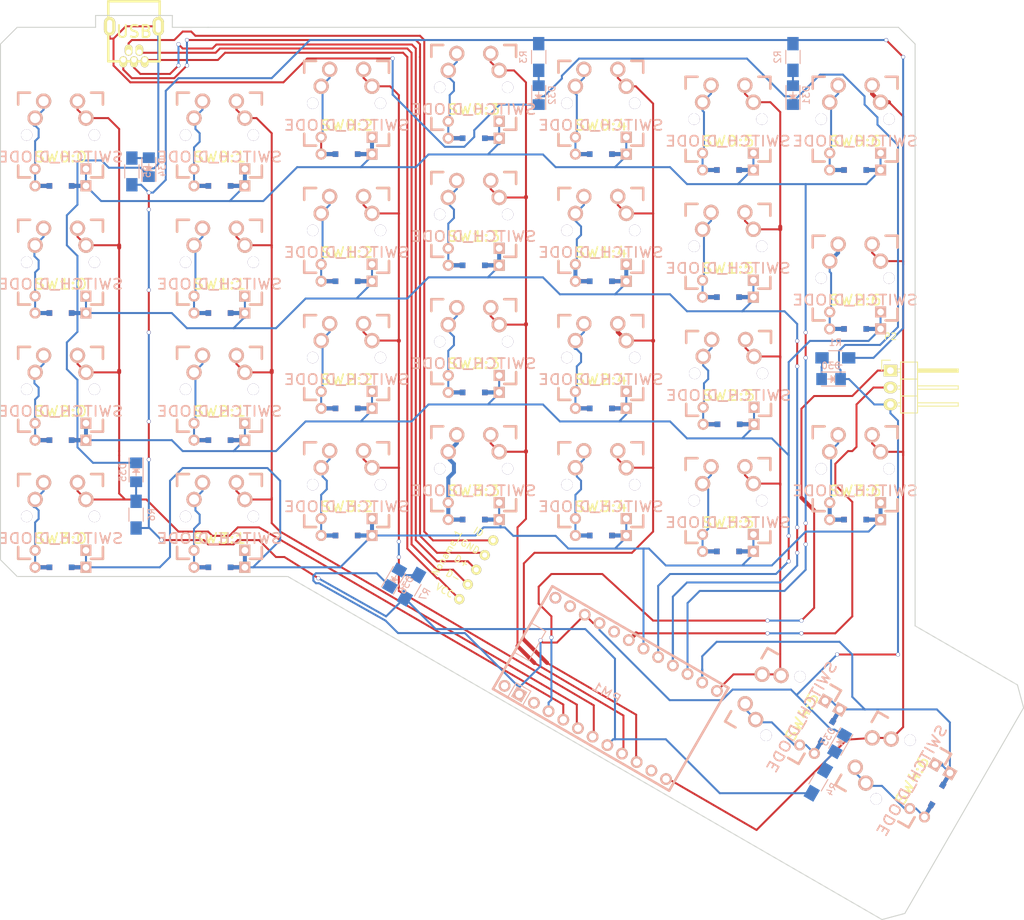
<source format=kicad_pcb>
(kicad_pcb (version 20171130) (host pcbnew "(5.1.12)-1")
  (layers (0 F.Cu signal) (31 B.Cu signal) (34 B.Paste user hide) (35 F.Paste user hide) (36 B.SilkS user hide) (37 F.SilkS user hide) (38 B.Mask user hide) (39 F.Mask user hide) (44 Edge.Cuts user))
  (net 0 "")
  (net 1 "Net-(D30-Pad2)")
  (net 2 GND)
  (net 3 "Net-(D31-Pad2)")
  (net 4 "Net-(D32-Pad2)")
  (net 5 "Net-(D33-Pad2)")
  (net 6 "Net-(D34-Pad2)")
  (net 7 "Net-(D35-Pad2)")
  (net 8 "Net-(D36-Pad2)")
  (net 9 VCC)
  (net 10 /SER)
  (net 11 /ROW4)
  (net 12 /ROW3)
  (net 13 /ROW2)
  (net 14 /COL5)
  (net 15 /ROW1)
  (net 16 /ROW0)
  (net 17 /COL4)
  (net 18 /COL6)
  (net 19 /COL3)
  (net 20 /LED+)
  (net 21 /COL2)
  (net 22 /COL1)
  (net 23 /COL0)
  (net 24 "Net-(SW0:0-Pad2)")
  (net 25 "Net-(SW0:1-Pad2)")
  (net 26 "Net-(SW0:2-Pad2)")
  (net 27 "Net-(SW0:3-Pad2)")
  (net 28 "Net-(SW0:4-Pad2)")
  (net 29 "Net-(SW0:5-Pad2)")
  (net 30 "Net-(SW0:6-Pad2)")
  (net 31 "Net-(SW1:0-Pad2)")
  (net 32 "Net-(SW1:1-Pad2)")
  (net 33 "Net-(SW1:2-Pad2)")
  (net 34 "Net-(SW1:3-Pad2)")
  (net 35 "Net-(SW1:4-Pad2)")
  (net 36 "Net-(SW1:5-Pad2)")
  (net 37 "Net-(SW2:0-Pad2)")
  (net 38 "Net-(SW2:1-Pad2)")
  (net 39 "Net-(SW2:2-Pad2)")
  (net 40 "Net-(SW2:3-Pad2)")
  (net 41 "Net-(SW2:4-Pad2)")
  (net 42 "Net-(SW2:5-Pad2)")
  (net 43 "Net-(SW2:6-Pad2)")
  (net 44 "Net-(SW3:0-Pad2)")
  (net 45 "Net-(SW3:1-Pad2)")
  (net 46 "Net-(SW3:2-Pad2)")
  (net 47 "Net-(SW3:3-Pad2)")
  (net 48 "Net-(SW3:4-Pad2)")
  (net 49 "Net-(SW3:5-Pad2)")
  (net 50 "Net-(SW3:6-Pad2)")
  (net 51 "Net-(SW4:5-Pad2)")
  (net 52 "Net-(SW4:6-Pad2)")
  (net 53 "Net-(P1-Pad1)")
  (net 54 "Net-(P1-Pad2)")
  (net 55 "Net-(P1-Pad3)")
  (net 56 "Net-(P1-Pad4)")
  (net 57 "Net-(P1-Pad5)")
  (module LEDs:LED_1206 (layer B.Cu) (at 124.46 52.705 180)
    (fp_text reference D30 (at 0 2 180) (layer B.SilkS) (effects (justify mirror)))
    (fp_text value LED)
    (pad 2 smd rect (at 1.41986 0) (size 1.59766 1.80086) (layers B.Cu B.Paste B.Mask) (net 1 "Net-(D30-Pad2)"))
    (pad 1 smd rect (at -1.41986 0) (size 1.59766 1.80086) (layers B.Cu B.Paste B.Mask) (net 2 GND))
  )
  (module LEDs:LED_1206 (layer B.Cu) (at 118.745 10.16 90)
    (fp_text reference D31 (at 0 2 90) (layer B.SilkS) (effects (justify mirror)))
    (fp_text value LED)
    (pad 2 smd rect (at 1.41986 0 270) (size 1.59766 1.80086) (layers B.Cu B.Paste B.Mask) (net 3 "Net-(D31-Pad2)"))
    (pad 1 smd rect (at -1.41986 0 270) (size 1.59766 1.80086) (layers B.Cu B.Paste B.Mask) (net 2 GND))
  )
  (module LEDs:LED_1206 (layer B.Cu) (at 80.645 10.16 90)
    (fp_text reference D32 (at 0 2 90) (layer B.SilkS) (effects (justify mirror)))
    (fp_text value LED)
    (pad 2 smd rect (at 1.41986 0 270) (size 1.59766 1.80086) (layers B.Cu B.Paste B.Mask) (net 4 "Net-(D32-Pad2)"))
    (pad 1 smd rect (at -1.41986 0 270) (size 1.59766 1.80086) (layers B.Cu B.Paste B.Mask) (net 2 GND))
  )
  (module LEDs:LED_1206 (layer B.Cu) (at 125.73 107.315 240)
    (fp_text reference D33 (at 0 2 240) (layer B.SilkS) (effects (justify mirror)))
    (fp_text value LED)
    (pad 2 smd rect (at 1.41986 0 60) (size 1.59766 1.80086) (layers B.Cu B.Paste B.Mask) (net 5 "Net-(D33-Pad2)"))
    (pad 1 smd rect (at -1.41986 0 60) (size 1.59766 1.80086) (layers B.Cu B.Paste B.Mask) (net 2 GND))
  )
  (module LEDs:LED_1206 (layer B.Cu) (at 22.225 20.955 90)
    (fp_text reference D34 (at 0 2 90) (layer B.SilkS) (effects (justify mirror)))
    (fp_text value LED)
    (pad 2 smd rect (at 1.41986 0 270) (size 1.59766 1.80086) (layers B.Cu B.Paste B.Mask) (net 6 "Net-(D34-Pad2)"))
    (pad 1 smd rect (at -1.41986 0 270) (size 1.59766 1.80086) (layers B.Cu B.Paste B.Mask) (net 2 GND))
  )
  (module LEDs:LED_1206 (layer B.Cu) (at 20.32 66.675 270)
    (fp_text reference D35 (at 0 2 270) (layer B.SilkS) (effects (justify mirror)))
    (fp_text value LED)
    (pad 2 smd rect (at 1.41986 0 90) (size 1.59766 1.80086) (layers B.Cu B.Paste B.Mask) (net 7 "Net-(D35-Pad2)"))
    (pad 1 smd rect (at -1.41986 0 90) (size 1.59766 1.80086) (layers B.Cu B.Paste B.Mask) (net 2 GND))
  )
  (module LEDs:LED_1206 (layer B.Cu) (at 59.055 82.55 60)
    (fp_text reference D36 (at 0 2 60) (layer B.SilkS) (effects (justify mirror)))
    (fp_text value LED)
    (pad 2 smd rect (at 1.41986 0 240) (size 1.59766 1.80086) (layers B.Cu B.Paste B.Mask) (net 8 "Net-(D36-Pad2)"))
    (pad 1 smd rect (at -1.41986 0 240) (size 1.59766 1.80086) (layers B.Cu B.Paste B.Mask) (net 2 GND))
  )
  (module Pin_Headers:Pin_Header_Angled_1x03 (layer F.Cu) (at 133.35 51.435)
    (fp_text reference P2 (at 0 -5.1) (layer F.SilkS))
    (fp_text value CONN_01X03)
    (pad 1 thru_hole rect (at 0 0) (size 2.032 1.7272) (drill 1.016) (layers *.Cu *.Mask F.SilkS) (net 9 VCC))
    (pad 2 thru_hole oval (at 0 2.54) (size 2.032 1.7272) (drill 1.016) (layers *.Cu *.Mask F.SilkS) (net 10 /SER))
    (pad 3 thru_hole oval (at 0 5.08) (size 2.032 1.7272) (drill 1.016) (layers *.Cu *.Mask F.SilkS) (net 2 GND))
  )
  (module Keyboards:PROMICRO (layer B.Cu) (at 91.44 99.06 330)
    (fp_text reference PM1 (at -0.232426 0.867426 330) (layer B.SilkS) (effects (font (size 1.27 1.524) (thickness 0.2032)) (justify mirror)))
    (fp_text value PROMICRO hide)
    (pad 1 thru_hole circle (at -11.43 -7.62 330) (size 1.7526 1.7526) (drill 1.0922) (layers *.Cu *.SilkS *.Mask))
    (pad 2 thru_hole circle (at -8.89 -7.62 330) (size 1.7526 1.7526) (drill 1.0922) (layers *.Cu *.SilkS *.Mask) (net 2 GND))
    (pad 3 thru_hole circle (at -6.35 -7.62 330) (size 1.7526 1.7526) (drill 1.0922) (layers *.Cu *.SilkS *.Mask) (net 2 GND))
    (pad 4 thru_hole circle (at -3.81 -7.62 330) (size 1.7526 1.7526) (drill 1.0922) (layers *.Cu *.SilkS *.Mask))
    (pad 5 thru_hole circle (at -1.27 -7.62 330) (size 1.7526 1.7526) (drill 1.0922) (layers *.Cu *.SilkS *.Mask) (net 10 /SER))
    (pad 6 thru_hole circle (at 1.27 -7.62 330) (size 1.7526 1.7526) (drill 1.0922) (layers *.Cu *.SilkS *.Mask) (net 12 /ROW3))
    (pad 7 thru_hole circle (at 3.81 -7.62 330) (size 1.7526 1.7526) (drill 1.0922) (layers *.Cu *.SilkS *.Mask) (net 13 /ROW2))
    (pad 8 thru_hole circle (at 6.35 -7.62 330) (size 1.7526 1.7526) (drill 1.0922) (layers *.Cu *.SilkS *.Mask) (net 15 /ROW1))
    (pad 9 thru_hole circle (at 8.89 -7.62 330) (size 1.7526 1.7526) (drill 1.0922) (layers *.Cu *.SilkS *.Mask) (net 16 /ROW0))
    (pad 10 thru_hole circle (at 11.43 -7.62 330) (size 1.7526 1.7526) (drill 1.0922) (layers *.Cu *.SilkS *.Mask) (net 11 /ROW4))
    (pad 11 thru_hole circle (at 13.97 -7.62 330) (size 1.7526 1.7526) (drill 1.0922) (layers *.Cu *.SilkS *.Mask) (net 14 /COL5))
    (pad 23 thru_hole circle (at 13.97 7.62 330) (size 1.7526 1.7526) (drill 1.0922) (layers *.Cu *.SilkS *.Mask) (net 18 /COL6))
    (pad 22 thru_hole circle (at 11.43 7.62 330) (size 1.7526 1.7526) (drill 1.0922) (layers *.Cu *.SilkS *.Mask))
    (pad 21 thru_hole circle (at 8.89 7.62 330) (size 1.7526 1.7526) (drill 1.0922) (layers *.Cu *.SilkS *.Mask) (net 17 /COL4))
    (pad 20 thru_hole circle (at 6.35 7.62 330) (size 1.7526 1.7526) (drill 1.0922) (layers *.Cu *.SilkS *.Mask) (net 19 /COL3))
    (pad 19 thru_hole circle (at 3.81 7.62 330) (size 1.7526 1.7526) (drill 1.0922) (layers *.Cu *.SilkS *.Mask) (net 20 /LED+))
    (pad 18 thru_hole circle (at 1.27 7.62 330) (size 1.7526 1.7526) (drill 1.0922) (layers *.Cu *.SilkS *.Mask) (net 21 /COL2))
    (pad 17 thru_hole circle (at -1.27 7.62 330) (size 1.7526 1.7526) (drill 1.0922) (layers *.Cu *.SilkS *.Mask) (net 22 /COL1))
    (pad 16 thru_hole circle (at -3.81 7.62 330) (size 1.7526 1.7526) (drill 1.0922) (layers *.Cu *.SilkS *.Mask) (net 23 /COL0))
    (pad 15 thru_hole circle (at -6.35 7.62 330) (size 1.7526 1.7526) (drill 1.0922) (layers *.Cu *.SilkS *.Mask) (net 9 VCC))
    (pad 14 thru_hole circle (at -8.89 7.62 330) (size 1.7526 1.7526) (drill 1.0922) (layers *.Cu *.SilkS *.Mask))
    (pad 13 thru_hole rect (at -11.43 7.62 330) (size 1.7526 1.7526) (drill 1.0922) (layers *.Cu *.SilkS *.Mask) (net 2 GND))
    (pad 12 thru_hole circle (at -13.97 7.62 330) (size 1.7526 1.7526) (drill 1.0922) (layers *.Cu *.SilkS *.Mask))
    (pad 0 thru_hole circle (at -13.97 -7.62 330) (size 1.7526 1.7526) (drill 1.092) (layers *.Cu *.Mask B.SilkS))
  )
  (module Keyboards:MX_FLIP_DIODE (layer F.Cu) (at 8.998 16.141)
    (fp_text reference SW0:0 (at 0 3.302) (layer F.SilkS) (effects (font (size 1.524 1.778) (thickness 0.254))))
    (fp_text value SWITCH_DIODE (at 0 3.302) (layer B.SilkS) (effects (font (size 1.524 1.778) (thickness 0.254)) (justify mirror)))
    (fp_line (start 1.6637 7.62) (end 3.81 7.62) (layer F.Cu) (width 0.6096))
    (fp_line (start -3.81 7.62) (end -1.6637 7.62) (layer F.Cu) (width 0.6096))
    (fp_line (start 1.6637 7.62) (end 3.81 7.62) (layer B.Cu) (width 0.6096))
    (fp_line (start -3.81 7.62) (end -1.6637 7.62) (layer B.Cu) (width 0.6096))
    (pad 1 thru_hole circle (at 2.54 -5.08) (size 2.286 2.286) (drill 1.4986) (layers *.Cu *.SilkS *.Mask) (net 23 /COL0))
    (pad 2 thru_hole circle (at -3.81 -2.54) (size 2.286 2.286) (drill 1.4986) (layers *.Cu *.SilkS *.Mask) (net 24 "Net-(SW0:0-Pad2)"))
    (pad 0 np_thru_hole circle (at 0 0) (size 3.9878 3.9878) (drill 3.9878) (layers *.Cu))
    (pad 0 thru_hole circle (at -5.08 0) (size 1.7018 1.7018) (drill 1.7018) (layers *.Cu))
    (pad 0 thru_hole circle (at 5.08 0) (size 1.7018 1.7018) (drill 1.7018) (layers *.Cu))
    (pad 1 thru_hole circle (at 3.81 -2.54) (size 2.286 2.286) (drill 1.4986) (layers *.Cu *.SilkS *.Mask) (net 23 /COL0))
    (pad 2 thru_hole circle (at -2.54 -5.08) (size 2.286 2.286) (drill 1.4986) (layers *.Cu *.SilkS *.Mask) (net 24 "Net-(SW0:0-Pad2)"))
    (pad 3 thru_hole circle (at -3.81 5.08) (size 1.651 1.651) (drill 0.9906) (layers *.Cu *.SilkS *.Mask) (net 24 "Net-(SW0:0-Pad2)"))
    (pad 4 thru_hole rect (at 3.81 5.08) (size 1.651 1.651) (drill 0.9906) (layers *.Cu *.SilkS *.Mask) (net 16 /ROW0))
    (pad 3 thru_hole circle (at -3.81 7.62) (size 1.651 1.651) (drill 0.9906) (layers *.Cu *.SilkS *.Mask) (net 24 "Net-(SW0:0-Pad2)"))
    (pad 4 thru_hole rect (at 3.81 7.62) (size 1.651 1.651) (drill 0.9906) (layers *.Cu *.SilkS *.Mask) (net 16 /ROW0))
    (pad 99 smd rect (at -1.6637 7.62) (size 0.8382 0.8382) (layers F.Cu F.Paste F.Mask))
    (pad 99 smd rect (at -1.6637 7.62) (size 0.8382 0.8382) (layers B.Cu B.Paste B.Mask))
    (pad 99 smd rect (at 1.6637 7.62) (size 0.8382 0.8382) (layers F.Cu F.Paste F.Mask))
    (pad 99 smd rect (at 1.6637 7.62) (size 0.8382 0.8382) (layers B.Cu B.Paste B.Mask))
  )
  (module Keyboards:MX_FLIP_DIODE (layer F.Cu) (at 32.81 16.14)
    (fp_text reference SW0:1 (at 0 3.302) (layer F.SilkS) (effects (font (size 1.524 1.778) (thickness 0.254))))
    (fp_text value SWITCH_DIODE (at 0 3.302) (layer B.SilkS) (effects (font (size 1.524 1.778) (thickness 0.254)) (justify mirror)))
    (fp_line (start 1.6637 7.62) (end 3.81 7.62) (layer F.Cu) (width 0.6096))
    (fp_line (start -3.81 7.62) (end -1.6637 7.62) (layer F.Cu) (width 0.6096))
    (fp_line (start 1.6637 7.62) (end 3.81 7.62) (layer B.Cu) (width 0.6096))
    (fp_line (start -3.81 7.62) (end -1.6637 7.62) (layer B.Cu) (width 0.6096))
    (pad 1 thru_hole circle (at 2.54 -5.08) (size 2.286 2.286) (drill 1.4986) (layers *.Cu *.SilkS *.Mask) (net 22 /COL1))
    (pad 2 thru_hole circle (at -3.81 -2.54) (size 2.286 2.286) (drill 1.4986) (layers *.Cu *.SilkS *.Mask) (net 25 "Net-(SW0:1-Pad2)"))
    (pad 0 np_thru_hole circle (at 0 0) (size 3.9878 3.9878) (drill 3.9878) (layers *.Cu))
    (pad 0 thru_hole circle (at -5.08 0) (size 1.7018 1.7018) (drill 1.7018) (layers *.Cu))
    (pad 0 thru_hole circle (at 5.08 0) (size 1.7018 1.7018) (drill 1.7018) (layers *.Cu))
    (pad 1 thru_hole circle (at 3.81 -2.54) (size 2.286 2.286) (drill 1.4986) (layers *.Cu *.SilkS *.Mask) (net 22 /COL1))
    (pad 2 thru_hole circle (at -2.54 -5.08) (size 2.286 2.286) (drill 1.4986) (layers *.Cu *.SilkS *.Mask) (net 25 "Net-(SW0:1-Pad2)"))
    (pad 3 thru_hole circle (at -3.81 5.08) (size 1.651 1.651) (drill 0.9906) (layers *.Cu *.SilkS *.Mask) (net 25 "Net-(SW0:1-Pad2)"))
    (pad 4 thru_hole rect (at 3.81 5.08) (size 1.651 1.651) (drill 0.9906) (layers *.Cu *.SilkS *.Mask) (net 16 /ROW0))
    (pad 3 thru_hole circle (at -3.81 7.62) (size 1.651 1.651) (drill 0.9906) (layers *.Cu *.SilkS *.Mask) (net 25 "Net-(SW0:1-Pad2)"))
    (pad 4 thru_hole rect (at 3.81 7.62) (size 1.651 1.651) (drill 0.9906) (layers *.Cu *.SilkS *.Mask) (net 16 /ROW0))
    (pad 99 smd rect (at -1.6637 7.62) (size 0.8382 0.8382) (layers F.Cu F.Paste F.Mask))
    (pad 99 smd rect (at -1.6637 7.62) (size 0.8382 0.8382) (layers B.Cu B.Paste B.Mask))
    (pad 99 smd rect (at 1.6637 7.62) (size 0.8382 0.8382) (layers F.Cu F.Paste F.Mask))
    (pad 99 smd rect (at 1.6637 7.62) (size 0.8382 0.8382) (layers B.Cu B.Paste B.Mask))
  )
  (module Keyboards:MX_FLIP_DIODE (layer F.Cu) (at 51.86 11.379)
    (fp_text reference SW0:2 (at 0 3.302) (layer F.SilkS) (effects (font (size 1.524 1.778) (thickness 0.254))))
    (fp_text value SWITCH_DIODE (at 0 3.302) (layer B.SilkS) (effects (font (size 1.524 1.778) (thickness 0.254)) (justify mirror)))
    (fp_line (start 1.6637 7.62) (end 3.81 7.62) (layer F.Cu) (width 0.6096))
    (fp_line (start -3.81 7.62) (end -1.6637 7.62) (layer F.Cu) (width 0.6096))
    (fp_line (start 1.6637 7.62) (end 3.81 7.62) (layer B.Cu) (width 0.6096))
    (fp_line (start -3.81 7.62) (end -1.6637 7.62) (layer B.Cu) (width 0.6096))
    (pad 1 thru_hole circle (at 2.54 -5.08) (size 2.286 2.286) (drill 1.4986) (layers *.Cu *.SilkS *.Mask) (net 21 /COL2))
    (pad 2 thru_hole circle (at -3.81 -2.54) (size 2.286 2.286) (drill 1.4986) (layers *.Cu *.SilkS *.Mask) (net 26 "Net-(SW0:2-Pad2)"))
    (pad 0 np_thru_hole circle (at 0 0) (size 3.9878 3.9878) (drill 3.9878) (layers *.Cu))
    (pad 0 thru_hole circle (at -5.08 0) (size 1.7018 1.7018) (drill 1.7018) (layers *.Cu))
    (pad 0 thru_hole circle (at 5.08 0) (size 1.7018 1.7018) (drill 1.7018) (layers *.Cu))
    (pad 1 thru_hole circle (at 3.81 -2.54) (size 2.286 2.286) (drill 1.4986) (layers *.Cu *.SilkS *.Mask) (net 21 /COL2))
    (pad 2 thru_hole circle (at -2.54 -5.08) (size 2.286 2.286) (drill 1.4986) (layers *.Cu *.SilkS *.Mask) (net 26 "Net-(SW0:2-Pad2)"))
    (pad 3 thru_hole circle (at -3.81 5.08) (size 1.651 1.651) (drill 0.9906) (layers *.Cu *.SilkS *.Mask) (net 26 "Net-(SW0:2-Pad2)"))
    (pad 4 thru_hole rect (at 3.81 5.08) (size 1.651 1.651) (drill 0.9906) (layers *.Cu *.SilkS *.Mask) (net 16 /ROW0))
    (pad 3 thru_hole circle (at -3.81 7.62) (size 1.651 1.651) (drill 0.9906) (layers *.Cu *.SilkS *.Mask) (net 26 "Net-(SW0:2-Pad2)"))
    (pad 4 thru_hole rect (at 3.81 7.62) (size 1.651 1.651) (drill 0.9906) (layers *.Cu *.SilkS *.Mask) (net 16 /ROW0))
    (pad 99 smd rect (at -1.6637 7.62) (size 0.8382 0.8382) (layers F.Cu F.Paste F.Mask))
    (pad 99 smd rect (at -1.6637 7.62) (size 0.8382 0.8382) (layers B.Cu B.Paste B.Mask))
    (pad 99 smd rect (at 1.6637 7.62) (size 0.8382 0.8382) (layers F.Cu F.Paste F.Mask))
    (pad 99 smd rect (at 1.6637 7.62) (size 0.8382 0.8382) (layers B.Cu B.Paste B.Mask))
  )
  (module Keyboards:MX_FLIP_DIODE (layer F.Cu) (at 70.91 8.998)
    (fp_text reference SW0:3 (at 0 3.302) (layer F.SilkS) (effects (font (size 1.524 1.778) (thickness 0.254))))
    (fp_text value SWITCH_DIODE (at 0 3.302) (layer B.SilkS) (effects (font (size 1.524 1.778) (thickness 0.254)) (justify mirror)))
    (fp_line (start 1.6637 7.62) (end 3.81 7.62) (layer F.Cu) (width 0.6096))
    (fp_line (start -3.81 7.62) (end -1.6637 7.62) (layer F.Cu) (width 0.6096))
    (fp_line (start 1.6637 7.62) (end 3.81 7.62) (layer B.Cu) (width 0.6096))
    (fp_line (start -3.81 7.62) (end -1.6637 7.62) (layer B.Cu) (width 0.6096))
    (pad 1 thru_hole circle (at 2.54 -5.08) (size 2.286 2.286) (drill 1.4986) (layers *.Cu *.SilkS *.Mask) (net 19 /COL3))
    (pad 2 thru_hole circle (at -3.81 -2.54) (size 2.286 2.286) (drill 1.4986) (layers *.Cu *.SilkS *.Mask) (net 27 "Net-(SW0:3-Pad2)"))
    (pad 0 np_thru_hole circle (at 0 0) (size 3.9878 3.9878) (drill 3.9878) (layers *.Cu))
    (pad 0 thru_hole circle (at -5.08 0) (size 1.7018 1.7018) (drill 1.7018) (layers *.Cu))
    (pad 0 thru_hole circle (at 5.08 0) (size 1.7018 1.7018) (drill 1.7018) (layers *.Cu))
    (pad 1 thru_hole circle (at 3.81 -2.54) (size 2.286 2.286) (drill 1.4986) (layers *.Cu *.SilkS *.Mask) (net 19 /COL3))
    (pad 2 thru_hole circle (at -2.54 -5.08) (size 2.286 2.286) (drill 1.4986) (layers *.Cu *.SilkS *.Mask) (net 27 "Net-(SW0:3-Pad2)"))
    (pad 3 thru_hole circle (at -3.81 5.08) (size 1.651 1.651) (drill 0.9906) (layers *.Cu *.SilkS *.Mask) (net 27 "Net-(SW0:3-Pad2)"))
    (pad 4 thru_hole rect (at 3.81 5.08) (size 1.651 1.651) (drill 0.9906) (layers *.Cu *.SilkS *.Mask) (net 16 /ROW0))
    (pad 3 thru_hole circle (at -3.81 7.62) (size 1.651 1.651) (drill 0.9906) (layers *.Cu *.SilkS *.Mask) (net 27 "Net-(SW0:3-Pad2)"))
    (pad 4 thru_hole rect (at 3.81 7.62) (size 1.651 1.651) (drill 0.9906) (layers *.Cu *.SilkS *.Mask) (net 16 /ROW0))
    (pad 99 smd rect (at -1.6637 7.62) (size 0.8382 0.8382) (layers F.Cu F.Paste F.Mask))
    (pad 99 smd rect (at -1.6637 7.62) (size 0.8382 0.8382) (layers B.Cu B.Paste B.Mask))
    (pad 99 smd rect (at 1.6637 7.62) (size 0.8382 0.8382) (layers F.Cu F.Paste F.Mask))
    (pad 99 smd rect (at 1.6637 7.62) (size 0.8382 0.8382) (layers B.Cu B.Paste B.Mask))
  )
  (module Keyboards:MX_FLIP_DIODE (layer F.Cu) (at 89.96 11.379)
    (fp_text reference SW0:4 (at 0 3.302) (layer F.SilkS) (effects (font (size 1.524 1.778) (thickness 0.254))))
    (fp_text value SWITCH_DIODE (at 0 3.302) (layer B.SilkS) (effects (font (size 1.524 1.778) (thickness 0.254)) (justify mirror)))
    (fp_line (start 1.6637 7.62) (end 3.81 7.62) (layer F.Cu) (width 0.6096))
    (fp_line (start -3.81 7.62) (end -1.6637 7.62) (layer F.Cu) (width 0.6096))
    (fp_line (start 1.6637 7.62) (end 3.81 7.62) (layer B.Cu) (width 0.6096))
    (fp_line (start -3.81 7.62) (end -1.6637 7.62) (layer B.Cu) (width 0.6096))
    (pad 1 thru_hole circle (at 2.54 -5.08) (size 2.286 2.286) (drill 1.4986) (layers *.Cu *.SilkS *.Mask) (net 17 /COL4))
    (pad 2 thru_hole circle (at -3.81 -2.54) (size 2.286 2.286) (drill 1.4986) (layers *.Cu *.SilkS *.Mask) (net 28 "Net-(SW0:4-Pad2)"))
    (pad 0 np_thru_hole circle (at 0 0) (size 3.9878 3.9878) (drill 3.9878) (layers *.Cu))
    (pad 0 thru_hole circle (at -5.08 0) (size 1.7018 1.7018) (drill 1.7018) (layers *.Cu))
    (pad 0 thru_hole circle (at 5.08 0) (size 1.7018 1.7018) (drill 1.7018) (layers *.Cu))
    (pad 1 thru_hole circle (at 3.81 -2.54) (size 2.286 2.286) (drill 1.4986) (layers *.Cu *.SilkS *.Mask) (net 17 /COL4))
    (pad 2 thru_hole circle (at -2.54 -5.08) (size 2.286 2.286) (drill 1.4986) (layers *.Cu *.SilkS *.Mask) (net 28 "Net-(SW0:4-Pad2)"))
    (pad 3 thru_hole circle (at -3.81 5.08) (size 1.651 1.651) (drill 0.9906) (layers *.Cu *.SilkS *.Mask) (net 28 "Net-(SW0:4-Pad2)"))
    (pad 4 thru_hole rect (at 3.81 5.08) (size 1.651 1.651) (drill 0.9906) (layers *.Cu *.SilkS *.Mask) (net 16 /ROW0))
    (pad 3 thru_hole circle (at -3.81 7.62) (size 1.651 1.651) (drill 0.9906) (layers *.Cu *.SilkS *.Mask) (net 28 "Net-(SW0:4-Pad2)"))
    (pad 4 thru_hole rect (at 3.81 7.62) (size 1.651 1.651) (drill 0.9906) (layers *.Cu *.SilkS *.Mask) (net 16 /ROW0))
    (pad 99 smd rect (at -1.6637 7.62) (size 0.8382 0.8382) (layers F.Cu F.Paste F.Mask))
    (pad 99 smd rect (at -1.6637 7.62) (size 0.8382 0.8382) (layers B.Cu B.Paste B.Mask))
    (pad 99 smd rect (at 1.6637 7.62) (size 0.8382 0.8382) (layers F.Cu F.Paste F.Mask))
    (pad 99 smd rect (at 1.6637 7.62) (size 0.8382 0.8382) (layers B.Cu B.Paste B.Mask))
  )
  (module Keyboards:MX_FLIP_DIODE (layer F.Cu) (at 109.01 13.76)
    (fp_text reference SW0:5 (at 0 3.302) (layer F.SilkS) (effects (font (size 1.524 1.778) (thickness 0.254))))
    (fp_text value SWITCH_DIODE (at 0 3.302) (layer B.SilkS) (effects (font (size 1.524 1.778) (thickness 0.254)) (justify mirror)))
    (fp_line (start 1.6637 7.62) (end 3.81 7.62) (layer F.Cu) (width 0.6096))
    (fp_line (start -3.81 7.62) (end -1.6637 7.62) (layer F.Cu) (width 0.6096))
    (fp_line (start 1.6637 7.62) (end 3.81 7.62) (layer B.Cu) (width 0.6096))
    (fp_line (start -3.81 7.62) (end -1.6637 7.62) (layer B.Cu) (width 0.6096))
    (pad 1 thru_hole circle (at 2.54 -5.08) (size 2.286 2.286) (drill 1.4986) (layers *.Cu *.SilkS *.Mask) (net 14 /COL5))
    (pad 2 thru_hole circle (at -3.81 -2.54) (size 2.286 2.286) (drill 1.4986) (layers *.Cu *.SilkS *.Mask) (net 29 "Net-(SW0:5-Pad2)"))
    (pad 0 np_thru_hole circle (at 0 0) (size 3.9878 3.9878) (drill 3.9878) (layers *.Cu))
    (pad 0 thru_hole circle (at -5.08 0) (size 1.7018 1.7018) (drill 1.7018) (layers *.Cu))
    (pad 0 thru_hole circle (at 5.08 0) (size 1.7018 1.7018) (drill 1.7018) (layers *.Cu))
    (pad 1 thru_hole circle (at 3.81 -2.54) (size 2.286 2.286) (drill 1.4986) (layers *.Cu *.SilkS *.Mask) (net 14 /COL5))
    (pad 2 thru_hole circle (at -2.54 -5.08) (size 2.286 2.286) (drill 1.4986) (layers *.Cu *.SilkS *.Mask) (net 29 "Net-(SW0:5-Pad2)"))
    (pad 3 thru_hole circle (at -3.81 5.08) (size 1.651 1.651) (drill 0.9906) (layers *.Cu *.SilkS *.Mask) (net 29 "Net-(SW0:5-Pad2)"))
    (pad 4 thru_hole rect (at 3.81 5.08) (size 1.651 1.651) (drill 0.9906) (layers *.Cu *.SilkS *.Mask) (net 16 /ROW0))
    (pad 3 thru_hole circle (at -3.81 7.62) (size 1.651 1.651) (drill 0.9906) (layers *.Cu *.SilkS *.Mask) (net 29 "Net-(SW0:5-Pad2)"))
    (pad 4 thru_hole rect (at 3.81 7.62) (size 1.651 1.651) (drill 0.9906) (layers *.Cu *.SilkS *.Mask) (net 16 /ROW0))
    (pad 99 smd rect (at -1.6637 7.62) (size 0.8382 0.8382) (layers F.Cu F.Paste F.Mask))
    (pad 99 smd rect (at -1.6637 7.62) (size 0.8382 0.8382) (layers B.Cu B.Paste B.Mask))
    (pad 99 smd rect (at 1.6637 7.62) (size 0.8382 0.8382) (layers F.Cu F.Paste F.Mask))
    (pad 99 smd rect (at 1.6637 7.62) (size 0.8382 0.8382) (layers B.Cu B.Paste B.Mask))
  )
  (module Keyboards:MX_FLIP_DIODE (layer F.Cu) (at 128.06 13.76)
    (fp_text reference SW0:6 (at 0 3.302) (layer F.SilkS) (effects (font (size 1.524 1.778) (thickness 0.254))))
    (fp_text value SWITCH_DIODE (at 0 3.302) (layer B.SilkS) (effects (font (size 1.524 1.778) (thickness 0.254)) (justify mirror)))
    (fp_line (start 1.6637 7.62) (end 3.81 7.62) (layer F.Cu) (width 0.6096))
    (fp_line (start -3.81 7.62) (end -1.6637 7.62) (layer F.Cu) (width 0.6096))
    (fp_line (start 1.6637 7.62) (end 3.81 7.62) (layer B.Cu) (width 0.6096))
    (fp_line (start -3.81 7.62) (end -1.6637 7.62) (layer B.Cu) (width 0.6096))
    (pad 1 thru_hole circle (at 2.54 -5.08) (size 2.286 2.286) (drill 1.4986) (layers *.Cu *.SilkS *.Mask) (net 18 /COL6))
    (pad 2 thru_hole circle (at -3.81 -2.54) (size 2.286 2.286) (drill 1.4986) (layers *.Cu *.SilkS *.Mask) (net 30 "Net-(SW0:6-Pad2)"))
    (pad 0 np_thru_hole circle (at 0 0) (size 3.9878 3.9878) (drill 3.9878) (layers *.Cu))
    (pad 0 thru_hole circle (at -5.08 0) (size 1.7018 1.7018) (drill 1.7018) (layers *.Cu))
    (pad 0 thru_hole circle (at 5.08 0) (size 1.7018 1.7018) (drill 1.7018) (layers *.Cu))
    (pad 1 thru_hole circle (at 3.81 -2.54) (size 2.286 2.286) (drill 1.4986) (layers *.Cu *.SilkS *.Mask) (net 18 /COL6))
    (pad 2 thru_hole circle (at -2.54 -5.08) (size 2.286 2.286) (drill 1.4986) (layers *.Cu *.SilkS *.Mask) (net 30 "Net-(SW0:6-Pad2)"))
    (pad 3 thru_hole circle (at -3.81 5.08) (size 1.651 1.651) (drill 0.9906) (layers *.Cu *.SilkS *.Mask) (net 30 "Net-(SW0:6-Pad2)"))
    (pad 4 thru_hole rect (at 3.81 5.08) (size 1.651 1.651) (drill 0.9906) (layers *.Cu *.SilkS *.Mask) (net 16 /ROW0))
    (pad 3 thru_hole circle (at -3.81 7.62) (size 1.651 1.651) (drill 0.9906) (layers *.Cu *.SilkS *.Mask) (net 30 "Net-(SW0:6-Pad2)"))
    (pad 4 thru_hole rect (at 3.81 7.62) (size 1.651 1.651) (drill 0.9906) (layers *.Cu *.SilkS *.Mask) (net 16 /ROW0))
    (pad 99 smd rect (at -1.6637 7.62) (size 0.8382 0.8382) (layers F.Cu F.Paste F.Mask))
    (pad 99 smd rect (at -1.6637 7.62) (size 0.8382 0.8382) (layers B.Cu B.Paste B.Mask))
    (pad 99 smd rect (at 1.6637 7.62) (size 0.8382 0.8382) (layers F.Cu F.Paste F.Mask))
    (pad 99 smd rect (at 1.6637 7.62) (size 0.8382 0.8382) (layers B.Cu B.Paste B.Mask))
  )
  (module Keyboards:MX_FLIP_DIODE (layer F.Cu) (at 8.998 35.191)
    (fp_text reference SW1:0 (at 0 3.302) (layer F.SilkS) (effects (font (size 1.524 1.778) (thickness 0.254))))
    (fp_text value SWITCH_DIODE (at 0 3.302) (layer B.SilkS) (effects (font (size 1.524 1.778) (thickness 0.254)) (justify mirror)))
    (fp_line (start 1.6637 7.62) (end 3.81 7.62) (layer F.Cu) (width 0.6096))
    (fp_line (start -3.81 7.62) (end -1.6637 7.62) (layer F.Cu) (width 0.6096))
    (fp_line (start 1.6637 7.62) (end 3.81 7.62) (layer B.Cu) (width 0.6096))
    (fp_line (start -3.81 7.62) (end -1.6637 7.62) (layer B.Cu) (width 0.6096))
    (pad 1 thru_hole circle (at 2.54 -5.08) (size 2.286 2.286) (drill 1.4986) (layers *.Cu *.SilkS *.Mask) (net 23 /COL0))
    (pad 2 thru_hole circle (at -3.81 -2.54) (size 2.286 2.286) (drill 1.4986) (layers *.Cu *.SilkS *.Mask) (net 31 "Net-(SW1:0-Pad2)"))
    (pad 0 np_thru_hole circle (at 0 0) (size 3.9878 3.9878) (drill 3.9878) (layers *.Cu))
    (pad 0 thru_hole circle (at -5.08 0) (size 1.7018 1.7018) (drill 1.7018) (layers *.Cu))
    (pad 0 thru_hole circle (at 5.08 0) (size 1.7018 1.7018) (drill 1.7018) (layers *.Cu))
    (pad 1 thru_hole circle (at 3.81 -2.54) (size 2.286 2.286) (drill 1.4986) (layers *.Cu *.SilkS *.Mask) (net 23 /COL0))
    (pad 2 thru_hole circle (at -2.54 -5.08) (size 2.286 2.286) (drill 1.4986) (layers *.Cu *.SilkS *.Mask) (net 31 "Net-(SW1:0-Pad2)"))
    (pad 3 thru_hole circle (at -3.81 5.08) (size 1.651 1.651) (drill 0.9906) (layers *.Cu *.SilkS *.Mask) (net 31 "Net-(SW1:0-Pad2)"))
    (pad 4 thru_hole rect (at 3.81 5.08) (size 1.651 1.651) (drill 0.9906) (layers *.Cu *.SilkS *.Mask) (net 15 /ROW1))
    (pad 3 thru_hole circle (at -3.81 7.62) (size 1.651 1.651) (drill 0.9906) (layers *.Cu *.SilkS *.Mask) (net 31 "Net-(SW1:0-Pad2)"))
    (pad 4 thru_hole rect (at 3.81 7.62) (size 1.651 1.651) (drill 0.9906) (layers *.Cu *.SilkS *.Mask) (net 15 /ROW1))
    (pad 99 smd rect (at -1.6637 7.62) (size 0.8382 0.8382) (layers F.Cu F.Paste F.Mask))
    (pad 99 smd rect (at -1.6637 7.62) (size 0.8382 0.8382) (layers B.Cu B.Paste B.Mask))
    (pad 99 smd rect (at 1.6637 7.62) (size 0.8382 0.8382) (layers F.Cu F.Paste F.Mask))
    (pad 99 smd rect (at 1.6637 7.62) (size 0.8382 0.8382) (layers B.Cu B.Paste B.Mask))
  )
  (module Keyboards:MX_FLIP_DIODE (layer F.Cu) (at 32.81 35.191)
    (fp_text reference SW1:1 (at 0 3.302) (layer F.SilkS) (effects (font (size 1.524 1.778) (thickness 0.254))))
    (fp_text value SWITCH_DIODE (at 0 3.302) (layer B.SilkS) (effects (font (size 1.524 1.778) (thickness 0.254)) (justify mirror)))
    (fp_line (start 1.6637 7.62) (end 3.81 7.62) (layer F.Cu) (width 0.6096))
    (fp_line (start -3.81 7.62) (end -1.6637 7.62) (layer F.Cu) (width 0.6096))
    (fp_line (start 1.6637 7.62) (end 3.81 7.62) (layer B.Cu) (width 0.6096))
    (fp_line (start -3.81 7.62) (end -1.6637 7.62) (layer B.Cu) (width 0.6096))
    (pad 1 thru_hole circle (at 2.54 -5.08) (size 2.286 2.286) (drill 1.4986) (layers *.Cu *.SilkS *.Mask) (net 22 /COL1))
    (pad 2 thru_hole circle (at -3.81 -2.54) (size 2.286 2.286) (drill 1.4986) (layers *.Cu *.SilkS *.Mask) (net 32 "Net-(SW1:1-Pad2)"))
    (pad 0 np_thru_hole circle (at 0 0) (size 3.9878 3.9878) (drill 3.9878) (layers *.Cu))
    (pad 0 thru_hole circle (at -5.08 0) (size 1.7018 1.7018) (drill 1.7018) (layers *.Cu))
    (pad 0 thru_hole circle (at 5.08 0) (size 1.7018 1.7018) (drill 1.7018) (layers *.Cu))
    (pad 1 thru_hole circle (at 3.81 -2.54) (size 2.286 2.286) (drill 1.4986) (layers *.Cu *.SilkS *.Mask) (net 22 /COL1))
    (pad 2 thru_hole circle (at -2.54 -5.08) (size 2.286 2.286) (drill 1.4986) (layers *.Cu *.SilkS *.Mask) (net 32 "Net-(SW1:1-Pad2)"))
    (pad 3 thru_hole circle (at -3.81 5.08) (size 1.651 1.651) (drill 0.9906) (layers *.Cu *.SilkS *.Mask) (net 32 "Net-(SW1:1-Pad2)"))
    (pad 4 thru_hole rect (at 3.81 5.08) (size 1.651 1.651) (drill 0.9906) (layers *.Cu *.SilkS *.Mask) (net 15 /ROW1))
    (pad 3 thru_hole circle (at -3.81 7.62) (size 1.651 1.651) (drill 0.9906) (layers *.Cu *.SilkS *.Mask) (net 32 "Net-(SW1:1-Pad2)"))
    (pad 4 thru_hole rect (at 3.81 7.62) (size 1.651 1.651) (drill 0.9906) (layers *.Cu *.SilkS *.Mask) (net 15 /ROW1))
    (pad 99 smd rect (at -1.6637 7.62) (size 0.8382 0.8382) (layers F.Cu F.Paste F.Mask))
    (pad 99 smd rect (at -1.6637 7.62) (size 0.8382 0.8382) (layers B.Cu B.Paste B.Mask))
    (pad 99 smd rect (at 1.6637 7.62) (size 0.8382 0.8382) (layers F.Cu F.Paste F.Mask))
    (pad 99 smd rect (at 1.6637 7.62) (size 0.8382 0.8382) (layers B.Cu B.Paste B.Mask))
  )
  (module Keyboards:MX_FLIP_DIODE (layer F.Cu) (at 51.86 30.429)
    (fp_text reference SW1:2 (at 0 3.302) (layer F.SilkS) (effects (font (size 1.524 1.778) (thickness 0.254))))
    (fp_text value SWITCH_DIODE (at 0 3.302) (layer B.SilkS) (effects (font (size 1.524 1.778) (thickness 0.254)) (justify mirror)))
    (fp_line (start 1.6637 7.62) (end 3.81 7.62) (layer F.Cu) (width 0.6096))
    (fp_line (start -3.81 7.62) (end -1.6637 7.62) (layer F.Cu) (width 0.6096))
    (fp_line (start 1.6637 7.62) (end 3.81 7.62) (layer B.Cu) (width 0.6096))
    (fp_line (start -3.81 7.62) (end -1.6637 7.62) (layer B.Cu) (width 0.6096))
    (pad 1 thru_hole circle (at 2.54 -5.08) (size 2.286 2.286) (drill 1.4986) (layers *.Cu *.SilkS *.Mask) (net 21 /COL2))
    (pad 2 thru_hole circle (at -3.81 -2.54) (size 2.286 2.286) (drill 1.4986) (layers *.Cu *.SilkS *.Mask) (net 33 "Net-(SW1:2-Pad2)"))
    (pad 0 np_thru_hole circle (at 0 0) (size 3.9878 3.9878) (drill 3.9878) (layers *.Cu))
    (pad 0 thru_hole circle (at -5.08 0) (size 1.7018 1.7018) (drill 1.7018) (layers *.Cu))
    (pad 0 thru_hole circle (at 5.08 0) (size 1.7018 1.7018) (drill 1.7018) (layers *.Cu))
    (pad 1 thru_hole circle (at 3.81 -2.54) (size 2.286 2.286) (drill 1.4986) (layers *.Cu *.SilkS *.Mask) (net 21 /COL2))
    (pad 2 thru_hole circle (at -2.54 -5.08) (size 2.286 2.286) (drill 1.4986) (layers *.Cu *.SilkS *.Mask) (net 33 "Net-(SW1:2-Pad2)"))
    (pad 3 thru_hole circle (at -3.81 5.08) (size 1.651 1.651) (drill 0.9906) (layers *.Cu *.SilkS *.Mask) (net 33 "Net-(SW1:2-Pad2)"))
    (pad 4 thru_hole rect (at 3.81 5.08) (size 1.651 1.651) (drill 0.9906) (layers *.Cu *.SilkS *.Mask) (net 15 /ROW1))
    (pad 3 thru_hole circle (at -3.81 7.62) (size 1.651 1.651) (drill 0.9906) (layers *.Cu *.SilkS *.Mask) (net 33 "Net-(SW1:2-Pad2)"))
    (pad 4 thru_hole rect (at 3.81 7.62) (size 1.651 1.651) (drill 0.9906) (layers *.Cu *.SilkS *.Mask) (net 15 /ROW1))
    (pad 99 smd rect (at -1.6637 7.62) (size 0.8382 0.8382) (layers F.Cu F.Paste F.Mask))
    (pad 99 smd rect (at -1.6637 7.62) (size 0.8382 0.8382) (layers B.Cu B.Paste B.Mask))
    (pad 99 smd rect (at 1.6637 7.62) (size 0.8382 0.8382) (layers F.Cu F.Paste F.Mask))
    (pad 99 smd rect (at 1.6637 7.62) (size 0.8382 0.8382) (layers B.Cu B.Paste B.Mask))
  )
  (module Keyboards:MX_FLIP_DIODE (layer F.Cu) (at 70.91 28.038)
    (fp_text reference SW1:3 (at 0 3.302) (layer F.SilkS) (effects (font (size 1.524 1.778) (thickness 0.254))))
    (fp_text value SWITCH_DIODE (at 0 3.302) (layer B.SilkS) (effects (font (size 1.524 1.778) (thickness 0.254)) (justify mirror)))
    (fp_line (start 1.6637 7.62) (end 3.81 7.62) (layer F.Cu) (width 0.6096))
    (fp_line (start -3.81 7.62) (end -1.6637 7.62) (layer F.Cu) (width 0.6096))
    (fp_line (start 1.6637 7.62) (end 3.81 7.62) (layer B.Cu) (width 0.6096))
    (fp_line (start -3.81 7.62) (end -1.6637 7.62) (layer B.Cu) (width 0.6096))
    (pad 1 thru_hole circle (at 2.54 -5.08) (size 2.286 2.286) (drill 1.4986) (layers *.Cu *.SilkS *.Mask) (net 19 /COL3))
    (pad 2 thru_hole circle (at -3.81 -2.54) (size 2.286 2.286) (drill 1.4986) (layers *.Cu *.SilkS *.Mask) (net 34 "Net-(SW1:3-Pad2)"))
    (pad 0 np_thru_hole circle (at 0 0) (size 3.9878 3.9878) (drill 3.9878) (layers *.Cu))
    (pad 0 thru_hole circle (at -5.08 0) (size 1.7018 1.7018) (drill 1.7018) (layers *.Cu))
    (pad 0 thru_hole circle (at 5.08 0) (size 1.7018 1.7018) (drill 1.7018) (layers *.Cu))
    (pad 1 thru_hole circle (at 3.81 -2.54) (size 2.286 2.286) (drill 1.4986) (layers *.Cu *.SilkS *.Mask) (net 19 /COL3))
    (pad 2 thru_hole circle (at -2.54 -5.08) (size 2.286 2.286) (drill 1.4986) (layers *.Cu *.SilkS *.Mask) (net 34 "Net-(SW1:3-Pad2)"))
    (pad 3 thru_hole circle (at -3.81 5.08) (size 1.651 1.651) (drill 0.9906) (layers *.Cu *.SilkS *.Mask) (net 34 "Net-(SW1:3-Pad2)"))
    (pad 4 thru_hole rect (at 3.81 5.08) (size 1.651 1.651) (drill 0.9906) (layers *.Cu *.SilkS *.Mask) (net 15 /ROW1))
    (pad 3 thru_hole circle (at -3.81 7.62) (size 1.651 1.651) (drill 0.9906) (layers *.Cu *.SilkS *.Mask) (net 34 "Net-(SW1:3-Pad2)"))
    (pad 4 thru_hole rect (at 3.81 7.62) (size 1.651 1.651) (drill 0.9906) (layers *.Cu *.SilkS *.Mask) (net 15 /ROW1))
    (pad 99 smd rect (at -1.6637 7.62) (size 0.8382 0.8382) (layers F.Cu F.Paste F.Mask))
    (pad 99 smd rect (at -1.6637 7.62) (size 0.8382 0.8382) (layers B.Cu B.Paste B.Mask))
    (pad 99 smd rect (at 1.6637 7.62) (size 0.8382 0.8382) (layers F.Cu F.Paste F.Mask))
    (pad 99 smd rect (at 1.6637 7.62) (size 0.8382 0.8382) (layers B.Cu B.Paste B.Mask))
  )
  (module Keyboards:MX_FLIP_DIODE (layer F.Cu) (at 89.96 30.429)
    (fp_text reference SW1:4 (at 0 3.302) (layer F.SilkS) (effects (font (size 1.524 1.778) (thickness 0.254))))
    (fp_text value SWITCH_DIODE (at 0 3.302) (layer B.SilkS) (effects (font (size 1.524 1.778) (thickness 0.254)) (justify mirror)))
    (fp_line (start 1.6637 7.62) (end 3.81 7.62) (layer F.Cu) (width 0.6096))
    (fp_line (start -3.81 7.62) (end -1.6637 7.62) (layer F.Cu) (width 0.6096))
    (fp_line (start 1.6637 7.62) (end 3.81 7.62) (layer B.Cu) (width 0.6096))
    (fp_line (start -3.81 7.62) (end -1.6637 7.62) (layer B.Cu) (width 0.6096))
    (pad 1 thru_hole circle (at 2.54 -5.08) (size 2.286 2.286) (drill 1.4986) (layers *.Cu *.SilkS *.Mask) (net 17 /COL4))
    (pad 2 thru_hole circle (at -3.81 -2.54) (size 2.286 2.286) (drill 1.4986) (layers *.Cu *.SilkS *.Mask) (net 35 "Net-(SW1:4-Pad2)"))
    (pad 0 np_thru_hole circle (at 0 0) (size 3.9878 3.9878) (drill 3.9878) (layers *.Cu))
    (pad 0 thru_hole circle (at -5.08 0) (size 1.7018 1.7018) (drill 1.7018) (layers *.Cu))
    (pad 0 thru_hole circle (at 5.08 0) (size 1.7018 1.7018) (drill 1.7018) (layers *.Cu))
    (pad 1 thru_hole circle (at 3.81 -2.54) (size 2.286 2.286) (drill 1.4986) (layers *.Cu *.SilkS *.Mask) (net 17 /COL4))
    (pad 2 thru_hole circle (at -2.54 -5.08) (size 2.286 2.286) (drill 1.4986) (layers *.Cu *.SilkS *.Mask) (net 35 "Net-(SW1:4-Pad2)"))
    (pad 3 thru_hole circle (at -3.81 5.08) (size 1.651 1.651) (drill 0.9906) (layers *.Cu *.SilkS *.Mask) (net 35 "Net-(SW1:4-Pad2)"))
    (pad 4 thru_hole rect (at 3.81 5.08) (size 1.651 1.651) (drill 0.9906) (layers *.Cu *.SilkS *.Mask) (net 15 /ROW1))
    (pad 3 thru_hole circle (at -3.81 7.62) (size 1.651 1.651) (drill 0.9906) (layers *.Cu *.SilkS *.Mask) (net 35 "Net-(SW1:4-Pad2)"))
    (pad 4 thru_hole rect (at 3.81 7.62) (size 1.651 1.651) (drill 0.9906) (layers *.Cu *.SilkS *.Mask) (net 15 /ROW1))
    (pad 99 smd rect (at -1.6637 7.62) (size 0.8382 0.8382) (layers F.Cu F.Paste F.Mask))
    (pad 99 smd rect (at -1.6637 7.62) (size 0.8382 0.8382) (layers B.Cu B.Paste B.Mask))
    (pad 99 smd rect (at 1.6637 7.62) (size 0.8382 0.8382) (layers F.Cu F.Paste F.Mask))
    (pad 99 smd rect (at 1.6637 7.62) (size 0.8382 0.8382) (layers B.Cu B.Paste B.Mask))
  )
  (module Keyboards:MX_FLIP_DIODE (layer F.Cu) (at 109.01 32.81)
    (fp_text reference SW1:5 (at 0 3.302) (layer F.SilkS) (effects (font (size 1.524 1.778) (thickness 0.254))))
    (fp_text value SWITCH_DIODE (at 0 3.302) (layer B.SilkS) (effects (font (size 1.524 1.778) (thickness 0.254)) (justify mirror)))
    (fp_line (start 1.6637 7.62) (end 3.81 7.62) (layer F.Cu) (width 0.6096))
    (fp_line (start -3.81 7.62) (end -1.6637 7.62) (layer F.Cu) (width 0.6096))
    (fp_line (start 1.6637 7.62) (end 3.81 7.62) (layer B.Cu) (width 0.6096))
    (fp_line (start -3.81 7.62) (end -1.6637 7.62) (layer B.Cu) (width 0.6096))
    (pad 1 thru_hole circle (at 2.54 -5.08) (size 2.286 2.286) (drill 1.4986) (layers *.Cu *.SilkS *.Mask) (net 14 /COL5))
    (pad 2 thru_hole circle (at -3.81 -2.54) (size 2.286 2.286) (drill 1.4986) (layers *.Cu *.SilkS *.Mask) (net 36 "Net-(SW1:5-Pad2)"))
    (pad 0 np_thru_hole circle (at 0 0) (size 3.9878 3.9878) (drill 3.9878) (layers *.Cu))
    (pad 0 thru_hole circle (at -5.08 0) (size 1.7018 1.7018) (drill 1.7018) (layers *.Cu))
    (pad 0 thru_hole circle (at 5.08 0) (size 1.7018 1.7018) (drill 1.7018) (layers *.Cu))
    (pad 1 thru_hole circle (at 3.81 -2.54) (size 2.286 2.286) (drill 1.4986) (layers *.Cu *.SilkS *.Mask) (net 14 /COL5))
    (pad 2 thru_hole circle (at -2.54 -5.08) (size 2.286 2.286) (drill 1.4986) (layers *.Cu *.SilkS *.Mask) (net 36 "Net-(SW1:5-Pad2)"))
    (pad 3 thru_hole circle (at -3.81 5.08) (size 1.651 1.651) (drill 0.9906) (layers *.Cu *.SilkS *.Mask) (net 36 "Net-(SW1:5-Pad2)"))
    (pad 4 thru_hole rect (at 3.81 5.08) (size 1.651 1.651) (drill 0.9906) (layers *.Cu *.SilkS *.Mask) (net 15 /ROW1))
    (pad 3 thru_hole circle (at -3.81 7.62) (size 1.651 1.651) (drill 0.9906) (layers *.Cu *.SilkS *.Mask) (net 36 "Net-(SW1:5-Pad2)"))
    (pad 4 thru_hole rect (at 3.81 7.62) (size 1.651 1.651) (drill 0.9906) (layers *.Cu *.SilkS *.Mask) (net 15 /ROW1))
    (pad 99 smd rect (at -1.6637 7.62) (size 0.8382 0.8382) (layers F.Cu F.Paste F.Mask))
    (pad 99 smd rect (at -1.6637 7.62) (size 0.8382 0.8382) (layers B.Cu B.Paste B.Mask))
    (pad 99 smd rect (at 1.6637 7.62) (size 0.8382 0.8382) (layers F.Cu F.Paste F.Mask))
    (pad 99 smd rect (at 1.6637 7.62) (size 0.8382 0.8382) (layers B.Cu B.Paste B.Mask))
  )
  (module Keyboards:MX_FLIP_DIODE (layer F.Cu) (at 8.998 54.241)
    (fp_text reference SW2:0 (at 0 3.302) (layer F.SilkS) (effects (font (size 1.524 1.778) (thickness 0.254))))
    (fp_text value SWITCH_DIODE (at 0 3.302) (layer B.SilkS) (effects (font (size 1.524 1.778) (thickness 0.254)) (justify mirror)))
    (fp_line (start 1.6637 7.62) (end 3.81 7.62) (layer F.Cu) (width 0.6096))
    (fp_line (start -3.81 7.62) (end -1.6637 7.62) (layer F.Cu) (width 0.6096))
    (fp_line (start 1.6637 7.62) (end 3.81 7.62) (layer B.Cu) (width 0.6096))
    (fp_line (start -3.81 7.62) (end -1.6637 7.62) (layer B.Cu) (width 0.6096))
    (pad 1 thru_hole circle (at 2.54 -5.08) (size 2.286 2.286) (drill 1.4986) (layers *.Cu *.SilkS *.Mask) (net 23 /COL0))
    (pad 2 thru_hole circle (at -3.81 -2.54) (size 2.286 2.286) (drill 1.4986) (layers *.Cu *.SilkS *.Mask) (net 37 "Net-(SW2:0-Pad2)"))
    (pad 0 np_thru_hole circle (at 0 0) (size 3.9878 3.9878) (drill 3.9878) (layers *.Cu))
    (pad 0 thru_hole circle (at -5.08 0) (size 1.7018 1.7018) (drill 1.7018) (layers *.Cu))
    (pad 0 thru_hole circle (at 5.08 0) (size 1.7018 1.7018) (drill 1.7018) (layers *.Cu))
    (pad 1 thru_hole circle (at 3.81 -2.54) (size 2.286 2.286) (drill 1.4986) (layers *.Cu *.SilkS *.Mask) (net 23 /COL0))
    (pad 2 thru_hole circle (at -2.54 -5.08) (size 2.286 2.286) (drill 1.4986) (layers *.Cu *.SilkS *.Mask) (net 37 "Net-(SW2:0-Pad2)"))
    (pad 3 thru_hole circle (at -3.81 5.08) (size 1.651 1.651) (drill 0.9906) (layers *.Cu *.SilkS *.Mask) (net 37 "Net-(SW2:0-Pad2)"))
    (pad 4 thru_hole rect (at 3.81 5.08) (size 1.651 1.651) (drill 0.9906) (layers *.Cu *.SilkS *.Mask) (net 13 /ROW2))
    (pad 3 thru_hole circle (at -3.81 7.62) (size 1.651 1.651) (drill 0.9906) (layers *.Cu *.SilkS *.Mask) (net 37 "Net-(SW2:0-Pad2)"))
    (pad 4 thru_hole rect (at 3.81 7.62) (size 1.651 1.651) (drill 0.9906) (layers *.Cu *.SilkS *.Mask) (net 13 /ROW2))
    (pad 99 smd rect (at -1.6637 7.62) (size 0.8382 0.8382) (layers F.Cu F.Paste F.Mask))
    (pad 99 smd rect (at -1.6637 7.62) (size 0.8382 0.8382) (layers B.Cu B.Paste B.Mask))
    (pad 99 smd rect (at 1.6637 7.62) (size 0.8382 0.8382) (layers F.Cu F.Paste F.Mask))
    (pad 99 smd rect (at 1.6637 7.62) (size 0.8382 0.8382) (layers B.Cu B.Paste B.Mask))
  )
  (module Keyboards:MX_FLIP_DIODE (layer F.Cu) (at 32.81 54.241)
    (fp_text reference SW2:1 (at 0 3.302) (layer F.SilkS) (effects (font (size 1.524 1.778) (thickness 0.254))))
    (fp_text value SWITCH_DIODE (at 0 3.302) (layer B.SilkS) (effects (font (size 1.524 1.778) (thickness 0.254)) (justify mirror)))
    (fp_line (start 1.6637 7.62) (end 3.81 7.62) (layer F.Cu) (width 0.6096))
    (fp_line (start -3.81 7.62) (end -1.6637 7.62) (layer F.Cu) (width 0.6096))
    (fp_line (start 1.6637 7.62) (end 3.81 7.62) (layer B.Cu) (width 0.6096))
    (fp_line (start -3.81 7.62) (end -1.6637 7.62) (layer B.Cu) (width 0.6096))
    (pad 1 thru_hole circle (at 2.54 -5.08) (size 2.286 2.286) (drill 1.4986) (layers *.Cu *.SilkS *.Mask) (net 22 /COL1))
    (pad 2 thru_hole circle (at -3.81 -2.54) (size 2.286 2.286) (drill 1.4986) (layers *.Cu *.SilkS *.Mask) (net 38 "Net-(SW2:1-Pad2)"))
    (pad 0 np_thru_hole circle (at 0 0) (size 3.9878 3.9878) (drill 3.9878) (layers *.Cu))
    (pad 0 thru_hole circle (at -5.08 0) (size 1.7018 1.7018) (drill 1.7018) (layers *.Cu))
    (pad 0 thru_hole circle (at 5.08 0) (size 1.7018 1.7018) (drill 1.7018) (layers *.Cu))
    (pad 1 thru_hole circle (at 3.81 -2.54) (size 2.286 2.286) (drill 1.4986) (layers *.Cu *.SilkS *.Mask) (net 22 /COL1))
    (pad 2 thru_hole circle (at -2.54 -5.08) (size 2.286 2.286) (drill 1.4986) (layers *.Cu *.SilkS *.Mask) (net 38 "Net-(SW2:1-Pad2)"))
    (pad 3 thru_hole circle (at -3.81 5.08) (size 1.651 1.651) (drill 0.9906) (layers *.Cu *.SilkS *.Mask) (net 38 "Net-(SW2:1-Pad2)"))
    (pad 4 thru_hole rect (at 3.81 5.08) (size 1.651 1.651) (drill 0.9906) (layers *.Cu *.SilkS *.Mask) (net 13 /ROW2))
    (pad 3 thru_hole circle (at -3.81 7.62) (size 1.651 1.651) (drill 0.9906) (layers *.Cu *.SilkS *.Mask) (net 38 "Net-(SW2:1-Pad2)"))
    (pad 4 thru_hole rect (at 3.81 7.62) (size 1.651 1.651) (drill 0.9906) (layers *.Cu *.SilkS *.Mask) (net 13 /ROW2))
    (pad 99 smd rect (at -1.6637 7.62) (size 0.8382 0.8382) (layers F.Cu F.Paste F.Mask))
    (pad 99 smd rect (at -1.6637 7.62) (size 0.8382 0.8382) (layers B.Cu B.Paste B.Mask))
    (pad 99 smd rect (at 1.6637 7.62) (size 0.8382 0.8382) (layers F.Cu F.Paste F.Mask))
    (pad 99 smd rect (at 1.6637 7.62) (size 0.8382 0.8382) (layers B.Cu B.Paste B.Mask))
  )
  (module Keyboards:MX_FLIP_DIODE (layer F.Cu) (at 51.86 49.479)
    (fp_text reference SW2:2 (at 0 3.302) (layer F.SilkS) (effects (font (size 1.524 1.778) (thickness 0.254))))
    (fp_text value SWITCH_DIODE (at 0 3.302) (layer B.SilkS) (effects (font (size 1.524 1.778) (thickness 0.254)) (justify mirror)))
    (fp_line (start 1.6637 7.62) (end 3.81 7.62) (layer F.Cu) (width 0.6096))
    (fp_line (start -3.81 7.62) (end -1.6637 7.62) (layer F.Cu) (width 0.6096))
    (fp_line (start 1.6637 7.62) (end 3.81 7.62) (layer B.Cu) (width 0.6096))
    (fp_line (start -3.81 7.62) (end -1.6637 7.62) (layer B.Cu) (width 0.6096))
    (pad 1 thru_hole circle (at 2.54 -5.08) (size 2.286 2.286) (drill 1.4986) (layers *.Cu *.SilkS *.Mask) (net 21 /COL2))
    (pad 2 thru_hole circle (at -3.81 -2.54) (size 2.286 2.286) (drill 1.4986) (layers *.Cu *.SilkS *.Mask) (net 39 "Net-(SW2:2-Pad2)"))
    (pad 0 np_thru_hole circle (at 0 0) (size 3.9878 3.9878) (drill 3.9878) (layers *.Cu))
    (pad 0 thru_hole circle (at -5.08 0) (size 1.7018 1.7018) (drill 1.7018) (layers *.Cu))
    (pad 0 thru_hole circle (at 5.08 0) (size 1.7018 1.7018) (drill 1.7018) (layers *.Cu))
    (pad 1 thru_hole circle (at 3.81 -2.54) (size 2.286 2.286) (drill 1.4986) (layers *.Cu *.SilkS *.Mask) (net 21 /COL2))
    (pad 2 thru_hole circle (at -2.54 -5.08) (size 2.286 2.286) (drill 1.4986) (layers *.Cu *.SilkS *.Mask) (net 39 "Net-(SW2:2-Pad2)"))
    (pad 3 thru_hole circle (at -3.81 5.08) (size 1.651 1.651) (drill 0.9906) (layers *.Cu *.SilkS *.Mask) (net 39 "Net-(SW2:2-Pad2)"))
    (pad 4 thru_hole rect (at 3.81 5.08) (size 1.651 1.651) (drill 0.9906) (layers *.Cu *.SilkS *.Mask) (net 13 /ROW2))
    (pad 3 thru_hole circle (at -3.81 7.62) (size 1.651 1.651) (drill 0.9906) (layers *.Cu *.SilkS *.Mask) (net 39 "Net-(SW2:2-Pad2)"))
    (pad 4 thru_hole rect (at 3.81 7.62) (size 1.651 1.651) (drill 0.9906) (layers *.Cu *.SilkS *.Mask) (net 13 /ROW2))
    (pad 99 smd rect (at -1.6637 7.62) (size 0.8382 0.8382) (layers F.Cu F.Paste F.Mask))
    (pad 99 smd rect (at -1.6637 7.62) (size 0.8382 0.8382) (layers B.Cu B.Paste B.Mask))
    (pad 99 smd rect (at 1.6637 7.62) (size 0.8382 0.8382) (layers F.Cu F.Paste F.Mask))
    (pad 99 smd rect (at 1.6637 7.62) (size 0.8382 0.8382) (layers B.Cu B.Paste B.Mask))
  )
  (module Keyboards:MX_FLIP_DIODE (layer F.Cu) (at 70.91 47.088)
    (fp_text reference SW2:3 (at 0 3.302) (layer F.SilkS) (effects (font (size 1.524 1.778) (thickness 0.254))))
    (fp_text value SWITCH_DIODE (at 0 3.302) (layer B.SilkS) (effects (font (size 1.524 1.778) (thickness 0.254)) (justify mirror)))
    (fp_line (start 1.6637 7.62) (end 3.81 7.62) (layer F.Cu) (width 0.6096))
    (fp_line (start -3.81 7.62) (end -1.6637 7.62) (layer F.Cu) (width 0.6096))
    (fp_line (start 1.6637 7.62) (end 3.81 7.62) (layer B.Cu) (width 0.6096))
    (fp_line (start -3.81 7.62) (end -1.6637 7.62) (layer B.Cu) (width 0.6096))
    (pad 1 thru_hole circle (at 2.54 -5.08) (size 2.286 2.286) (drill 1.4986) (layers *.Cu *.SilkS *.Mask) (net 19 /COL3))
    (pad 2 thru_hole circle (at -3.81 -2.54) (size 2.286 2.286) (drill 1.4986) (layers *.Cu *.SilkS *.Mask) (net 40 "Net-(SW2:3-Pad2)"))
    (pad 0 np_thru_hole circle (at 0 0) (size 3.9878 3.9878) (drill 3.9878) (layers *.Cu))
    (pad 0 thru_hole circle (at -5.08 0) (size 1.7018 1.7018) (drill 1.7018) (layers *.Cu))
    (pad 0 thru_hole circle (at 5.08 0) (size 1.7018 1.7018) (drill 1.7018) (layers *.Cu))
    (pad 1 thru_hole circle (at 3.81 -2.54) (size 2.286 2.286) (drill 1.4986) (layers *.Cu *.SilkS *.Mask) (net 19 /COL3))
    (pad 2 thru_hole circle (at -2.54 -5.08) (size 2.286 2.286) (drill 1.4986) (layers *.Cu *.SilkS *.Mask) (net 40 "Net-(SW2:3-Pad2)"))
    (pad 3 thru_hole circle (at -3.81 5.08) (size 1.651 1.651) (drill 0.9906) (layers *.Cu *.SilkS *.Mask) (net 40 "Net-(SW2:3-Pad2)"))
    (pad 4 thru_hole rect (at 3.81 5.08) (size 1.651 1.651) (drill 0.9906) (layers *.Cu *.SilkS *.Mask) (net 13 /ROW2))
    (pad 3 thru_hole circle (at -3.81 7.62) (size 1.651 1.651) (drill 0.9906) (layers *.Cu *.SilkS *.Mask) (net 40 "Net-(SW2:3-Pad2)"))
    (pad 4 thru_hole rect (at 3.81 7.62) (size 1.651 1.651) (drill 0.9906) (layers *.Cu *.SilkS *.Mask) (net 13 /ROW2))
    (pad 99 smd rect (at -1.6637 7.62) (size 0.8382 0.8382) (layers F.Cu F.Paste F.Mask))
    (pad 99 smd rect (at -1.6637 7.62) (size 0.8382 0.8382) (layers B.Cu B.Paste B.Mask))
    (pad 99 smd rect (at 1.6637 7.62) (size 0.8382 0.8382) (layers F.Cu F.Paste F.Mask))
    (pad 99 smd rect (at 1.6637 7.62) (size 0.8382 0.8382) (layers B.Cu B.Paste B.Mask))
  )
  (module Keyboards:MX_FLIP_DIODE (layer F.Cu) (at 89.96 49.479)
    (fp_text reference SW2:4 (at 0 3.302) (layer F.SilkS) (effects (font (size 1.524 1.778) (thickness 0.254))))
    (fp_text value SWITCH_DIODE (at 0 3.302) (layer B.SilkS) (effects (font (size 1.524 1.778) (thickness 0.254)) (justify mirror)))
    (fp_line (start 1.6637 7.62) (end 3.81 7.62) (layer F.Cu) (width 0.6096))
    (fp_line (start -3.81 7.62) (end -1.6637 7.62) (layer F.Cu) (width 0.6096))
    (fp_line (start 1.6637 7.62) (end 3.81 7.62) (layer B.Cu) (width 0.6096))
    (fp_line (start -3.81 7.62) (end -1.6637 7.62) (layer B.Cu) (width 0.6096))
    (pad 1 thru_hole circle (at 2.54 -5.08) (size 2.286 2.286) (drill 1.4986) (layers *.Cu *.SilkS *.Mask) (net 17 /COL4))
    (pad 2 thru_hole circle (at -3.81 -2.54) (size 2.286 2.286) (drill 1.4986) (layers *.Cu *.SilkS *.Mask) (net 41 "Net-(SW2:4-Pad2)"))
    (pad 0 np_thru_hole circle (at 0 0) (size 3.9878 3.9878) (drill 3.9878) (layers *.Cu))
    (pad 0 thru_hole circle (at -5.08 0) (size 1.7018 1.7018) (drill 1.7018) (layers *.Cu))
    (pad 0 thru_hole circle (at 5.08 0) (size 1.7018 1.7018) (drill 1.7018) (layers *.Cu))
    (pad 1 thru_hole circle (at 3.81 -2.54) (size 2.286 2.286) (drill 1.4986) (layers *.Cu *.SilkS *.Mask) (net 17 /COL4))
    (pad 2 thru_hole circle (at -2.54 -5.08) (size 2.286 2.286) (drill 1.4986) (layers *.Cu *.SilkS *.Mask) (net 41 "Net-(SW2:4-Pad2)"))
    (pad 3 thru_hole circle (at -3.81 5.08) (size 1.651 1.651) (drill 0.9906) (layers *.Cu *.SilkS *.Mask) (net 41 "Net-(SW2:4-Pad2)"))
    (pad 4 thru_hole rect (at 3.81 5.08) (size 1.651 1.651) (drill 0.9906) (layers *.Cu *.SilkS *.Mask) (net 13 /ROW2))
    (pad 3 thru_hole circle (at -3.81 7.62) (size 1.651 1.651) (drill 0.9906) (layers *.Cu *.SilkS *.Mask) (net 41 "Net-(SW2:4-Pad2)"))
    (pad 4 thru_hole rect (at 3.81 7.62) (size 1.651 1.651) (drill 0.9906) (layers *.Cu *.SilkS *.Mask) (net 13 /ROW2))
    (pad 99 smd rect (at -1.6637 7.62) (size 0.8382 0.8382) (layers F.Cu F.Paste F.Mask))
    (pad 99 smd rect (at -1.6637 7.62) (size 0.8382 0.8382) (layers B.Cu B.Paste B.Mask))
    (pad 99 smd rect (at 1.6637 7.62) (size 0.8382 0.8382) (layers F.Cu F.Paste F.Mask))
    (pad 99 smd rect (at 1.6637 7.62) (size 0.8382 0.8382) (layers B.Cu B.Paste B.Mask))
  )
  (module Keyboards:MX_FLIP_DIODE (layer F.Cu) (at 109.101 51.86)
    (fp_text reference SW2:5 (at 0 3.302) (layer F.SilkS) (effects (font (size 1.524 1.778) (thickness 0.254))))
    (fp_text value SWITCH_DIODE (at 0 3.302) (layer B.SilkS) (effects (font (size 1.524 1.778) (thickness 0.254)) (justify mirror)))
    (fp_line (start 1.6637 7.62) (end 3.81 7.62) (layer F.Cu) (width 0.6096))
    (fp_line (start -3.81 7.62) (end -1.6637 7.62) (layer F.Cu) (width 0.6096))
    (fp_line (start 1.6637 7.62) (end 3.81 7.62) (layer B.Cu) (width 0.6096))
    (fp_line (start -3.81 7.62) (end -1.6637 7.62) (layer B.Cu) (width 0.6096))
    (pad 1 thru_hole circle (at 2.54 -5.08) (size 2.286 2.286) (drill 1.4986) (layers *.Cu *.SilkS *.Mask) (net 14 /COL5))
    (pad 2 thru_hole circle (at -3.81 -2.54) (size 2.286 2.286) (drill 1.4986) (layers *.Cu *.SilkS *.Mask) (net 42 "Net-(SW2:5-Pad2)"))
    (pad 0 np_thru_hole circle (at 0 0) (size 3.9878 3.9878) (drill 3.9878) (layers *.Cu))
    (pad 0 thru_hole circle (at -5.08 0) (size 1.7018 1.7018) (drill 1.7018) (layers *.Cu))
    (pad 0 thru_hole circle (at 5.08 0) (size 1.7018 1.7018) (drill 1.7018) (layers *.Cu))
    (pad 1 thru_hole circle (at 3.81 -2.54) (size 2.286 2.286) (drill 1.4986) (layers *.Cu *.SilkS *.Mask) (net 14 /COL5))
    (pad 2 thru_hole circle (at -2.54 -5.08) (size 2.286 2.286) (drill 1.4986) (layers *.Cu *.SilkS *.Mask) (net 42 "Net-(SW2:5-Pad2)"))
    (pad 3 thru_hole circle (at -3.81 5.08) (size 1.651 1.651) (drill 0.9906) (layers *.Cu *.SilkS *.Mask) (net 42 "Net-(SW2:5-Pad2)"))
    (pad 4 thru_hole rect (at 3.81 5.08) (size 1.651 1.651) (drill 0.9906) (layers *.Cu *.SilkS *.Mask) (net 13 /ROW2))
    (pad 3 thru_hole circle (at -3.81 7.62) (size 1.651 1.651) (drill 0.9906) (layers *.Cu *.SilkS *.Mask) (net 42 "Net-(SW2:5-Pad2)"))
    (pad 4 thru_hole rect (at 3.81 7.62) (size 1.651 1.651) (drill 0.9906) (layers *.Cu *.SilkS *.Mask) (net 13 /ROW2))
    (pad 99 smd rect (at -1.6637 7.62) (size 0.8382 0.8382) (layers F.Cu F.Paste F.Mask))
    (pad 99 smd rect (at -1.6637 7.62) (size 0.8382 0.8382) (layers B.Cu B.Paste B.Mask))
    (pad 99 smd rect (at 1.6637 7.62) (size 0.8382 0.8382) (layers F.Cu F.Paste F.Mask))
    (pad 99 smd rect (at 1.6637 7.62) (size 0.8382 0.8382) (layers B.Cu B.Paste B.Mask))
  )
  (module Keyboards:MX_FLIP_DIODE (layer F.Cu) (at 128.06 37.573)
    (fp_text reference SW2:6 (at 0 3.302) (layer F.SilkS) (effects (font (size 1.524 1.778) (thickness 0.254))))
    (fp_text value SWITCH_DIODE (at 0 3.302) (layer B.SilkS) (effects (font (size 1.524 1.778) (thickness 0.254)) (justify mirror)))
    (fp_line (start 1.6637 7.62) (end 3.81 7.62) (layer F.Cu) (width 0.6096))
    (fp_line (start -3.81 7.62) (end -1.6637 7.62) (layer F.Cu) (width 0.6096))
    (fp_line (start 1.6637 7.62) (end 3.81 7.62) (layer B.Cu) (width 0.6096))
    (fp_line (start -3.81 7.62) (end -1.6637 7.62) (layer B.Cu) (width 0.6096))
    (pad 1 thru_hole circle (at 2.54 -5.08) (size 2.286 2.286) (drill 1.4986) (layers *.Cu *.SilkS *.Mask) (net 18 /COL6))
    (pad 2 thru_hole circle (at -3.81 -2.54) (size 2.286 2.286) (drill 1.4986) (layers *.Cu *.SilkS *.Mask) (net 43 "Net-(SW2:6-Pad2)"))
    (pad 0 np_thru_hole circle (at 0 0) (size 3.9878 3.9878) (drill 3.9878) (layers *.Cu))
    (pad 0 thru_hole circle (at -5.08 0) (size 1.7018 1.7018) (drill 1.7018) (layers *.Cu))
    (pad 0 thru_hole circle (at 5.08 0) (size 1.7018 1.7018) (drill 1.7018) (layers *.Cu))
    (pad 1 thru_hole circle (at 3.81 -2.54) (size 2.286 2.286) (drill 1.4986) (layers *.Cu *.SilkS *.Mask) (net 18 /COL6))
    (pad 2 thru_hole circle (at -2.54 -5.08) (size 2.286 2.286) (drill 1.4986) (layers *.Cu *.SilkS *.Mask) (net 43 "Net-(SW2:6-Pad2)"))
    (pad 3 thru_hole circle (at -3.81 5.08) (size 1.651 1.651) (drill 0.9906) (layers *.Cu *.SilkS *.Mask) (net 43 "Net-(SW2:6-Pad2)"))
    (pad 4 thru_hole rect (at 3.81 5.08) (size 1.651 1.651) (drill 0.9906) (layers *.Cu *.SilkS *.Mask) (net 13 /ROW2))
    (pad 3 thru_hole circle (at -3.81 7.62) (size 1.651 1.651) (drill 0.9906) (layers *.Cu *.SilkS *.Mask) (net 43 "Net-(SW2:6-Pad2)"))
    (pad 4 thru_hole rect (at 3.81 7.62) (size 1.651 1.651) (drill 0.9906) (layers *.Cu *.SilkS *.Mask) (net 13 /ROW2))
    (pad 99 smd rect (at -1.6637 7.62) (size 0.8382 0.8382) (layers F.Cu F.Paste F.Mask))
    (pad 99 smd rect (at -1.6637 7.62) (size 0.8382 0.8382) (layers B.Cu B.Paste B.Mask))
    (pad 99 smd rect (at 1.6637 7.62) (size 0.8382 0.8382) (layers F.Cu F.Paste F.Mask))
    (pad 99 smd rect (at 1.6637 7.62) (size 0.8382 0.8382) (layers B.Cu B.Paste B.Mask))
  )
  (module Keyboards:MX_FLIP_DIODE (layer F.Cu) (at 8.998 73.291)
    (fp_text reference SW3:0 (at 0 3.302) (layer F.SilkS) (effects (font (size 1.524 1.778) (thickness 0.254))))
    (fp_text value SWITCH_DIODE (at 0 3.302) (layer B.SilkS) (effects (font (size 1.524 1.778) (thickness 0.254)) (justify mirror)))
    (fp_line (start 1.6637 7.62) (end 3.81 7.62) (layer F.Cu) (width 0.6096))
    (fp_line (start -3.81 7.62) (end -1.6637 7.62) (layer F.Cu) (width 0.6096))
    (fp_line (start 1.6637 7.62) (end 3.81 7.62) (layer B.Cu) (width 0.6096))
    (fp_line (start -3.81 7.62) (end -1.6637 7.62) (layer B.Cu) (width 0.6096))
    (pad 1 thru_hole circle (at 2.54 -5.08) (size 2.286 2.286) (drill 1.4986) (layers *.Cu *.SilkS *.Mask) (net 23 /COL0))
    (pad 2 thru_hole circle (at -3.81 -2.54) (size 2.286 2.286) (drill 1.4986) (layers *.Cu *.SilkS *.Mask) (net 44 "Net-(SW3:0-Pad2)"))
    (pad 0 np_thru_hole circle (at 0 0) (size 3.9878 3.9878) (drill 3.9878) (layers *.Cu))
    (pad 0 thru_hole circle (at -5.08 0) (size 1.7018 1.7018) (drill 1.7018) (layers *.Cu))
    (pad 0 thru_hole circle (at 5.08 0) (size 1.7018 1.7018) (drill 1.7018) (layers *.Cu))
    (pad 1 thru_hole circle (at 3.81 -2.54) (size 2.286 2.286) (drill 1.4986) (layers *.Cu *.SilkS *.Mask) (net 23 /COL0))
    (pad 2 thru_hole circle (at -2.54 -5.08) (size 2.286 2.286) (drill 1.4986) (layers *.Cu *.SilkS *.Mask) (net 44 "Net-(SW3:0-Pad2)"))
    (pad 3 thru_hole circle (at -3.81 5.08) (size 1.651 1.651) (drill 0.9906) (layers *.Cu *.SilkS *.Mask) (net 44 "Net-(SW3:0-Pad2)"))
    (pad 4 thru_hole rect (at 3.81 5.08) (size 1.651 1.651) (drill 0.9906) (layers *.Cu *.SilkS *.Mask) (net 12 /ROW3))
    (pad 3 thru_hole circle (at -3.81 7.62) (size 1.651 1.651) (drill 0.9906) (layers *.Cu *.SilkS *.Mask) (net 44 "Net-(SW3:0-Pad2)"))
    (pad 4 thru_hole rect (at 3.81 7.62) (size 1.651 1.651) (drill 0.9906) (layers *.Cu *.SilkS *.Mask) (net 12 /ROW3))
    (pad 99 smd rect (at -1.6637 7.62) (size 0.8382 0.8382) (layers F.Cu F.Paste F.Mask))
    (pad 99 smd rect (at -1.6637 7.62) (size 0.8382 0.8382) (layers B.Cu B.Paste B.Mask))
    (pad 99 smd rect (at 1.6637 7.62) (size 0.8382 0.8382) (layers F.Cu F.Paste F.Mask))
    (pad 99 smd rect (at 1.6637 7.62) (size 0.8382 0.8382) (layers B.Cu B.Paste B.Mask))
  )
  (module Keyboards:MX_FLIP_DIODE (layer F.Cu) (at 32.81 73.291)
    (fp_text reference SW3:1 (at 0 3.302) (layer F.SilkS) (effects (font (size 1.524 1.778) (thickness 0.254))))
    (fp_text value SWITCH_DIODE (at 0 3.302) (layer B.SilkS) (effects (font (size 1.524 1.778) (thickness 0.254)) (justify mirror)))
    (fp_line (start 1.6637 7.62) (end 3.81 7.62) (layer F.Cu) (width 0.6096))
    (fp_line (start -3.81 7.62) (end -1.6637 7.62) (layer F.Cu) (width 0.6096))
    (fp_line (start 1.6637 7.62) (end 3.81 7.62) (layer B.Cu) (width 0.6096))
    (fp_line (start -3.81 7.62) (end -1.6637 7.62) (layer B.Cu) (width 0.6096))
    (pad 1 thru_hole circle (at 2.54 -5.08) (size 2.286 2.286) (drill 1.4986) (layers *.Cu *.SilkS *.Mask) (net 22 /COL1))
    (pad 2 thru_hole circle (at -3.81 -2.54) (size 2.286 2.286) (drill 1.4986) (layers *.Cu *.SilkS *.Mask) (net 45 "Net-(SW3:1-Pad2)"))
    (pad 0 np_thru_hole circle (at 0 0) (size 3.9878 3.9878) (drill 3.9878) (layers *.Cu))
    (pad 0 thru_hole circle (at -5.08 0) (size 1.7018 1.7018) (drill 1.7018) (layers *.Cu))
    (pad 0 thru_hole circle (at 5.08 0) (size 1.7018 1.7018) (drill 1.7018) (layers *.Cu))
    (pad 1 thru_hole circle (at 3.81 -2.54) (size 2.286 2.286) (drill 1.4986) (layers *.Cu *.SilkS *.Mask) (net 22 /COL1))
    (pad 2 thru_hole circle (at -2.54 -5.08) (size 2.286 2.286) (drill 1.4986) (layers *.Cu *.SilkS *.Mask) (net 45 "Net-(SW3:1-Pad2)"))
    (pad 3 thru_hole circle (at -3.81 5.08) (size 1.651 1.651) (drill 0.9906) (layers *.Cu *.SilkS *.Mask) (net 45 "Net-(SW3:1-Pad2)"))
    (pad 4 thru_hole rect (at 3.81 5.08) (size 1.651 1.651) (drill 0.9906) (layers *.Cu *.SilkS *.Mask) (net 12 /ROW3))
    (pad 3 thru_hole circle (at -3.81 7.62) (size 1.651 1.651) (drill 0.9906) (layers *.Cu *.SilkS *.Mask) (net 45 "Net-(SW3:1-Pad2)"))
    (pad 4 thru_hole rect (at 3.81 7.62) (size 1.651 1.651) (drill 0.9906) (layers *.Cu *.SilkS *.Mask) (net 12 /ROW3))
    (pad 99 smd rect (at -1.6637 7.62) (size 0.8382 0.8382) (layers F.Cu F.Paste F.Mask))
    (pad 99 smd rect (at -1.6637 7.62) (size 0.8382 0.8382) (layers B.Cu B.Paste B.Mask))
    (pad 99 smd rect (at 1.6637 7.62) (size 0.8382 0.8382) (layers F.Cu F.Paste F.Mask))
    (pad 99 smd rect (at 1.6637 7.62) (size 0.8382 0.8382) (layers B.Cu B.Paste B.Mask))
  )
  (module Keyboards:MX_FLIP_DIODE (layer F.Cu) (at 51.86 68.529)
    (fp_text reference SW3:2 (at 0 3.302) (layer F.SilkS) (effects (font (size 1.524 1.778) (thickness 0.254))))
    (fp_text value SWITCH_DIODE (at 0 3.302) (layer B.SilkS) (effects (font (size 1.524 1.778) (thickness 0.254)) (justify mirror)))
    (fp_line (start 1.6637 7.62) (end 3.81 7.62) (layer F.Cu) (width 0.6096))
    (fp_line (start -3.81 7.62) (end -1.6637 7.62) (layer F.Cu) (width 0.6096))
    (fp_line (start 1.6637 7.62) (end 3.81 7.62) (layer B.Cu) (width 0.6096))
    (fp_line (start -3.81 7.62) (end -1.6637 7.62) (layer B.Cu) (width 0.6096))
    (pad 1 thru_hole circle (at 2.54 -5.08) (size 2.286 2.286) (drill 1.4986) (layers *.Cu *.SilkS *.Mask) (net 21 /COL2))
    (pad 2 thru_hole circle (at -3.81 -2.54) (size 2.286 2.286) (drill 1.4986) (layers *.Cu *.SilkS *.Mask) (net 46 "Net-(SW3:2-Pad2)"))
    (pad 0 np_thru_hole circle (at 0 0) (size 3.9878 3.9878) (drill 3.9878) (layers *.Cu))
    (pad 0 thru_hole circle (at -5.08 0) (size 1.7018 1.7018) (drill 1.7018) (layers *.Cu))
    (pad 0 thru_hole circle (at 5.08 0) (size 1.7018 1.7018) (drill 1.7018) (layers *.Cu))
    (pad 1 thru_hole circle (at 3.81 -2.54) (size 2.286 2.286) (drill 1.4986) (layers *.Cu *.SilkS *.Mask) (net 21 /COL2))
    (pad 2 thru_hole circle (at -2.54 -5.08) (size 2.286 2.286) (drill 1.4986) (layers *.Cu *.SilkS *.Mask) (net 46 "Net-(SW3:2-Pad2)"))
    (pad 3 thru_hole circle (at -3.81 5.08) (size 1.651 1.651) (drill 0.9906) (layers *.Cu *.SilkS *.Mask) (net 46 "Net-(SW3:2-Pad2)"))
    (pad 4 thru_hole rect (at 3.81 5.08) (size 1.651 1.651) (drill 0.9906) (layers *.Cu *.SilkS *.Mask) (net 12 /ROW3))
    (pad 3 thru_hole circle (at -3.81 7.62) (size 1.651 1.651) (drill 0.9906) (layers *.Cu *.SilkS *.Mask) (net 46 "Net-(SW3:2-Pad2)"))
    (pad 4 thru_hole rect (at 3.81 7.62) (size 1.651 1.651) (drill 0.9906) (layers *.Cu *.SilkS *.Mask) (net 12 /ROW3))
    (pad 99 smd rect (at -1.6637 7.62) (size 0.8382 0.8382) (layers F.Cu F.Paste F.Mask))
    (pad 99 smd rect (at -1.6637 7.62) (size 0.8382 0.8382) (layers B.Cu B.Paste B.Mask))
    (pad 99 smd rect (at 1.6637 7.62) (size 0.8382 0.8382) (layers F.Cu F.Paste F.Mask))
    (pad 99 smd rect (at 1.6637 7.62) (size 0.8382 0.8382) (layers B.Cu B.Paste B.Mask))
  )
  (module Keyboards:MX_FLIP_DIODE (layer F.Cu) (at 70.91 66.138)
    (fp_text reference SW3:3 (at 0 3.302) (layer F.SilkS) (effects (font (size 1.524 1.778) (thickness 0.254))))
    (fp_text value SWITCH_DIODE (at 0 3.302) (layer B.SilkS) (effects (font (size 1.524 1.778) (thickness 0.254)) (justify mirror)))
    (fp_line (start 1.6637 7.62) (end 3.81 7.62) (layer F.Cu) (width 0.6096))
    (fp_line (start -3.81 7.62) (end -1.6637 7.62) (layer F.Cu) (width 0.6096))
    (fp_line (start 1.6637 7.62) (end 3.81 7.62) (layer B.Cu) (width 0.6096))
    (fp_line (start -3.81 7.62) (end -1.6637 7.62) (layer B.Cu) (width 0.6096))
    (pad 1 thru_hole circle (at 2.54 -5.08) (size 2.286 2.286) (drill 1.4986) (layers *.Cu *.SilkS *.Mask) (net 19 /COL3))
    (pad 2 thru_hole circle (at -3.81 -2.54) (size 2.286 2.286) (drill 1.4986) (layers *.Cu *.SilkS *.Mask) (net 47 "Net-(SW3:3-Pad2)"))
    (pad 0 np_thru_hole circle (at 0 0) (size 3.9878 3.9878) (drill 3.9878) (layers *.Cu))
    (pad 0 thru_hole circle (at -5.08 0) (size 1.7018 1.7018) (drill 1.7018) (layers *.Cu))
    (pad 0 thru_hole circle (at 5.08 0) (size 1.7018 1.7018) (drill 1.7018) (layers *.Cu))
    (pad 1 thru_hole circle (at 3.81 -2.54) (size 2.286 2.286) (drill 1.4986) (layers *.Cu *.SilkS *.Mask) (net 19 /COL3))
    (pad 2 thru_hole circle (at -2.54 -5.08) (size 2.286 2.286) (drill 1.4986) (layers *.Cu *.SilkS *.Mask) (net 47 "Net-(SW3:3-Pad2)"))
    (pad 3 thru_hole circle (at -3.81 5.08) (size 1.651 1.651) (drill 0.9906) (layers *.Cu *.SilkS *.Mask) (net 47 "Net-(SW3:3-Pad2)"))
    (pad 4 thru_hole rect (at 3.81 5.08) (size 1.651 1.651) (drill 0.9906) (layers *.Cu *.SilkS *.Mask) (net 12 /ROW3))
    (pad 3 thru_hole circle (at -3.81 7.62) (size 1.651 1.651) (drill 0.9906) (layers *.Cu *.SilkS *.Mask) (net 47 "Net-(SW3:3-Pad2)"))
    (pad 4 thru_hole rect (at 3.81 7.62) (size 1.651 1.651) (drill 0.9906) (layers *.Cu *.SilkS *.Mask) (net 12 /ROW3))
    (pad 99 smd rect (at -1.6637 7.62) (size 0.8382 0.8382) (layers F.Cu F.Paste F.Mask))
    (pad 99 smd rect (at -1.6637 7.62) (size 0.8382 0.8382) (layers B.Cu B.Paste B.Mask))
    (pad 99 smd rect (at 1.6637 7.62) (size 0.8382 0.8382) (layers F.Cu F.Paste F.Mask))
    (pad 99 smd rect (at 1.6637 7.62) (size 0.8382 0.8382) (layers B.Cu B.Paste B.Mask))
  )
  (module Keyboards:MX_FLIP_DIODE (layer F.Cu) (at 89.96 68.529)
    (fp_text reference SW3:4 (at 0 3.302) (layer F.SilkS) (effects (font (size 1.524 1.778) (thickness 0.254))))
    (fp_text value SWITCH_DIODE (at 0 3.302) (layer B.SilkS) (effects (font (size 1.524 1.778) (thickness 0.254)) (justify mirror)))
    (fp_line (start 1.6637 7.62) (end 3.81 7.62) (layer F.Cu) (width 0.6096))
    (fp_line (start -3.81 7.62) (end -1.6637 7.62) (layer F.Cu) (width 0.6096))
    (fp_line (start 1.6637 7.62) (end 3.81 7.62) (layer B.Cu) (width 0.6096))
    (fp_line (start -3.81 7.62) (end -1.6637 7.62) (layer B.Cu) (width 0.6096))
    (pad 1 thru_hole circle (at 2.54 -5.08) (size 2.286 2.286) (drill 1.4986) (layers *.Cu *.SilkS *.Mask) (net 17 /COL4))
    (pad 2 thru_hole circle (at -3.81 -2.54) (size 2.286 2.286) (drill 1.4986) (layers *.Cu *.SilkS *.Mask) (net 48 "Net-(SW3:4-Pad2)"))
    (pad 0 np_thru_hole circle (at 0 0) (size 3.9878 3.9878) (drill 3.9878) (layers *.Cu))
    (pad 0 thru_hole circle (at -5.08 0) (size 1.7018 1.7018) (drill 1.7018) (layers *.Cu))
    (pad 0 thru_hole circle (at 5.08 0) (size 1.7018 1.7018) (drill 1.7018) (layers *.Cu))
    (pad 1 thru_hole circle (at 3.81 -2.54) (size 2.286 2.286) (drill 1.4986) (layers *.Cu *.SilkS *.Mask) (net 17 /COL4))
    (pad 2 thru_hole circle (at -2.54 -5.08) (size 2.286 2.286) (drill 1.4986) (layers *.Cu *.SilkS *.Mask) (net 48 "Net-(SW3:4-Pad2)"))
    (pad 3 thru_hole circle (at -3.81 5.08) (size 1.651 1.651) (drill 0.9906) (layers *.Cu *.SilkS *.Mask) (net 48 "Net-(SW3:4-Pad2)"))
    (pad 4 thru_hole rect (at 3.81 5.08) (size 1.651 1.651) (drill 0.9906) (layers *.Cu *.SilkS *.Mask) (net 12 /ROW3))
    (pad 3 thru_hole circle (at -3.81 7.62) (size 1.651 1.651) (drill 0.9906) (layers *.Cu *.SilkS *.Mask) (net 48 "Net-(SW3:4-Pad2)"))
    (pad 4 thru_hole rect (at 3.81 7.62) (size 1.651 1.651) (drill 0.9906) (layers *.Cu *.SilkS *.Mask) (net 12 /ROW3))
    (pad 99 smd rect (at -1.6637 7.62) (size 0.8382 0.8382) (layers F.Cu F.Paste F.Mask))
    (pad 99 smd rect (at -1.6637 7.62) (size 0.8382 0.8382) (layers B.Cu B.Paste B.Mask))
    (pad 99 smd rect (at 1.6637 7.62) (size 0.8382 0.8382) (layers F.Cu F.Paste F.Mask))
    (pad 99 smd rect (at 1.6637 7.62) (size 0.8382 0.8382) (layers B.Cu B.Paste B.Mask))
  )
  (module Keyboards:MX_FLIP_DIODE (layer F.Cu) (at 109.01 70.91)
    (fp_text reference SW3:5 (at 0 3.302) (layer F.SilkS) (effects (font (size 1.524 1.778) (thickness 0.254))))
    (fp_text value SWITCH_DIODE (at 0 3.302) (layer B.SilkS) (effects (font (size 1.524 1.778) (thickness 0.254)) (justify mirror)))
    (fp_line (start 1.6637 7.62) (end 3.81 7.62) (layer F.Cu) (width 0.6096))
    (fp_line (start -3.81 7.62) (end -1.6637 7.62) (layer F.Cu) (width 0.6096))
    (fp_line (start 1.6637 7.62) (end 3.81 7.62) (layer B.Cu) (width 0.6096))
    (fp_line (start -3.81 7.62) (end -1.6637 7.62) (layer B.Cu) (width 0.6096))
    (pad 1 thru_hole circle (at 2.54 -5.08) (size 2.286 2.286) (drill 1.4986) (layers *.Cu *.SilkS *.Mask) (net 14 /COL5))
    (pad 2 thru_hole circle (at -3.81 -2.54) (size 2.286 2.286) (drill 1.4986) (layers *.Cu *.SilkS *.Mask) (net 49 "Net-(SW3:5-Pad2)"))
    (pad 0 np_thru_hole circle (at 0 0) (size 3.9878 3.9878) (drill 3.9878) (layers *.Cu))
    (pad 0 thru_hole circle (at -5.08 0) (size 1.7018 1.7018) (drill 1.7018) (layers *.Cu))
    (pad 0 thru_hole circle (at 5.08 0) (size 1.7018 1.7018) (drill 1.7018) (layers *.Cu))
    (pad 1 thru_hole circle (at 3.81 -2.54) (size 2.286 2.286) (drill 1.4986) (layers *.Cu *.SilkS *.Mask) (net 14 /COL5))
    (pad 2 thru_hole circle (at -2.54 -5.08) (size 2.286 2.286) (drill 1.4986) (layers *.Cu *.SilkS *.Mask) (net 49 "Net-(SW3:5-Pad2)"))
    (pad 3 thru_hole circle (at -3.81 5.08) (size 1.651 1.651) (drill 0.9906) (layers *.Cu *.SilkS *.Mask) (net 49 "Net-(SW3:5-Pad2)"))
    (pad 4 thru_hole rect (at 3.81 5.08) (size 1.651 1.651) (drill 0.9906) (layers *.Cu *.SilkS *.Mask) (net 12 /ROW3))
    (pad 3 thru_hole circle (at -3.81 7.62) (size 1.651 1.651) (drill 0.9906) (layers *.Cu *.SilkS *.Mask) (net 49 "Net-(SW3:5-Pad2)"))
    (pad 4 thru_hole rect (at 3.81 7.62) (size 1.651 1.651) (drill 0.9906) (layers *.Cu *.SilkS *.Mask) (net 12 /ROW3))
    (pad 99 smd rect (at -1.6637 7.62) (size 0.8382 0.8382) (layers F.Cu F.Paste F.Mask))
    (pad 99 smd rect (at -1.6637 7.62) (size 0.8382 0.8382) (layers B.Cu B.Paste B.Mask))
    (pad 99 smd rect (at 1.6637 7.62) (size 0.8382 0.8382) (layers F.Cu F.Paste F.Mask))
    (pad 99 smd rect (at 1.6637 7.62) (size 0.8382 0.8382) (layers B.Cu B.Paste B.Mask))
  )
  (module Keyboards:MX_FLIP_DIODE (layer F.Cu) (at 128.06 66.148)
    (fp_text reference SW3:6 (at 0 3.302) (layer F.SilkS) (effects (font (size 1.524 1.778) (thickness 0.254))))
    (fp_text value SWITCH_DIODE (at 0 3.302) (layer B.SilkS) (effects (font (size 1.524 1.778) (thickness 0.254)) (justify mirror)))
    (fp_line (start 1.6637 7.62) (end 3.81 7.62) (layer F.Cu) (width 0.6096))
    (fp_line (start -3.81 7.62) (end -1.6637 7.62) (layer F.Cu) (width 0.6096))
    (fp_line (start 1.6637 7.62) (end 3.81 7.62) (layer B.Cu) (width 0.6096))
    (fp_line (start -3.81 7.62) (end -1.6637 7.62) (layer B.Cu) (width 0.6096))
    (pad 1 thru_hole circle (at 2.54 -5.08) (size 2.286 2.286) (drill 1.4986) (layers *.Cu *.SilkS *.Mask) (net 18 /COL6))
    (pad 2 thru_hole circle (at -3.81 -2.54) (size 2.286 2.286) (drill 1.4986) (layers *.Cu *.SilkS *.Mask) (net 50 "Net-(SW3:6-Pad2)"))
    (pad 0 np_thru_hole circle (at 0 0) (size 3.9878 3.9878) (drill 3.9878) (layers *.Cu))
    (pad 0 thru_hole circle (at -5.08 0) (size 1.7018 1.7018) (drill 1.7018) (layers *.Cu))
    (pad 0 thru_hole circle (at 5.08 0) (size 1.7018 1.7018) (drill 1.7018) (layers *.Cu))
    (pad 1 thru_hole circle (at 3.81 -2.54) (size 2.286 2.286) (drill 1.4986) (layers *.Cu *.SilkS *.Mask) (net 18 /COL6))
    (pad 2 thru_hole circle (at -2.54 -5.08) (size 2.286 2.286) (drill 1.4986) (layers *.Cu *.SilkS *.Mask) (net 50 "Net-(SW3:6-Pad2)"))
    (pad 3 thru_hole circle (at -3.81 5.08) (size 1.651 1.651) (drill 0.9906) (layers *.Cu *.SilkS *.Mask) (net 50 "Net-(SW3:6-Pad2)"))
    (pad 4 thru_hole rect (at 3.81 5.08) (size 1.651 1.651) (drill 0.9906) (layers *.Cu *.SilkS *.Mask) (net 12 /ROW3))
    (pad 3 thru_hole circle (at -3.81 7.62) (size 1.651 1.651) (drill 0.9906) (layers *.Cu *.SilkS *.Mask) (net 50 "Net-(SW3:6-Pad2)"))
    (pad 4 thru_hole rect (at 3.81 7.62) (size 1.651 1.651) (drill 0.9906) (layers *.Cu *.SilkS *.Mask) (net 12 /ROW3))
    (pad 99 smd rect (at -1.6637 7.62) (size 0.8382 0.8382) (layers F.Cu F.Paste F.Mask))
    (pad 99 smd rect (at -1.6637 7.62) (size 0.8382 0.8382) (layers B.Cu B.Paste B.Mask))
    (pad 99 smd rect (at 1.6637 7.62) (size 0.8382 0.8382) (layers F.Cu F.Paste F.Mask))
    (pad 99 smd rect (at 1.6637 7.62) (size 0.8382 0.8382) (layers B.Cu B.Paste B.Mask))
  )
  (module Keyboards:MX_FLIP_DIODE (layer F.Cu) (at 117.259 101.695 60)
    (fp_text reference SW4:5 (at 0 3.302 60) (layer F.SilkS) (effects (font (size 1.524 1.778) (thickness 0.254))))
    (fp_text value SWITCH_DIODE (at 0 3.302 60) (layer B.SilkS) (effects (font (size 1.524 1.778) (thickness 0.254)) (justify mirror)))
    (fp_line (start 1.6637 7.62) (end 3.81 7.62) (layer F.Cu) (width 0.6096))
    (fp_line (start -3.81 7.62) (end -1.6637 7.62) (layer F.Cu) (width 0.6096))
    (fp_line (start 1.6637 7.62) (end 3.81 7.62) (layer B.Cu) (width 0.6096))
    (fp_line (start -3.81 7.62) (end -1.6637 7.62) (layer B.Cu) (width 0.6096))
    (pad 1 thru_hole circle (at 2.54 -5.08 60) (size 2.286 2.286) (drill 1.4986) (layers *.Cu *.SilkS *.Mask) (net 14 /COL5))
    (pad 2 thru_hole circle (at -3.81 -2.54 60) (size 2.286 2.286) (drill 1.4986) (layers *.Cu *.SilkS *.Mask) (net 51 "Net-(SW4:5-Pad2)"))
    (pad 0 np_thru_hole circle (at 0 0 60) (size 3.9878 3.9878) (drill 3.9878) (layers *.Cu))
    (pad 0 thru_hole circle (at -5.08 0 60) (size 1.7018 1.7018) (drill 1.7018) (layers *.Cu))
    (pad 0 thru_hole circle (at 5.08 0 60) (size 1.7018 1.7018) (drill 1.7018) (layers *.Cu))
    (pad 1 thru_hole circle (at 3.81 -2.54 60) (size 2.286 2.286) (drill 1.4986) (layers *.Cu *.SilkS *.Mask) (net 14 /COL5))
    (pad 2 thru_hole circle (at -2.54 -5.08 60) (size 2.286 2.286) (drill 1.4986) (layers *.Cu *.SilkS *.Mask) (net 51 "Net-(SW4:5-Pad2)"))
    (pad 3 thru_hole circle (at -3.81 5.08 60) (size 1.651 1.651) (drill 0.9906) (layers *.Cu *.SilkS *.Mask) (net 51 "Net-(SW4:5-Pad2)"))
    (pad 4 thru_hole rect (at 3.81 5.08 60) (size 1.651 1.651) (drill 0.9906) (layers *.Cu *.SilkS *.Mask) (net 11 /ROW4))
    (pad 3 thru_hole circle (at -3.81 7.62 60) (size 1.651 1.651) (drill 0.9906) (layers *.Cu *.SilkS *.Mask) (net 51 "Net-(SW4:5-Pad2)"))
    (pad 4 thru_hole rect (at 3.81 7.62 60) (size 1.651 1.651) (drill 0.9906) (layers *.Cu *.SilkS *.Mask) (net 11 /ROW4))
    (pad 99 smd rect (at -1.6637 7.62 60) (size 0.8382 0.8382) (layers F.Cu F.Paste F.Mask))
    (pad 99 smd rect (at -1.6637 7.62 60) (size 0.8382 0.8382) (layers B.Cu B.Paste B.Mask))
    (pad 99 smd rect (at 1.6637 7.62 60) (size 0.8382 0.8382) (layers F.Cu F.Paste F.Mask))
    (pad 99 smd rect (at 1.6637 7.62 60) (size 0.8382 0.8382) (layers B.Cu B.Paste B.Mask))
  )
  (module Keyboards:MX_FLIP_DIODE (layer F.Cu) (at 133.757 111.22 60)
    (fp_text reference SW4:6 (at 0 3.302 60) (layer F.SilkS) (effects (font (size 1.524 1.778) (thickness 0.254))))
    (fp_text value SWITCH_DIODE (at 0 3.302 60) (layer B.SilkS) (effects (font (size 1.524 1.778) (thickness 0.254)) (justify mirror)))
    (fp_line (start 1.6637 7.62) (end 3.81 7.62) (layer F.Cu) (width 0.6096))
    (fp_line (start -3.81 7.62) (end -1.6637 7.62) (layer F.Cu) (width 0.6096))
    (fp_line (start 1.6637 7.62) (end 3.81 7.62) (layer B.Cu) (width 0.6096))
    (fp_line (start -3.81 7.62) (end -1.6637 7.62) (layer B.Cu) (width 0.6096))
    (pad 1 thru_hole circle (at 2.54 -5.08 60) (size 2.286 2.286) (drill 1.4986) (layers *.Cu *.SilkS *.Mask) (net 18 /COL6))
    (pad 2 thru_hole circle (at -3.81 -2.54 60) (size 2.286 2.286) (drill 1.4986) (layers *.Cu *.SilkS *.Mask) (net 52 "Net-(SW4:6-Pad2)"))
    (pad 0 np_thru_hole circle (at 0 0 60) (size 3.9878 3.9878) (drill 3.9878) (layers *.Cu))
    (pad 0 thru_hole circle (at -5.08 0 60) (size 1.7018 1.7018) (drill 1.7018) (layers *.Cu))
    (pad 0 thru_hole circle (at 5.08 0 60) (size 1.7018 1.7018) (drill 1.7018) (layers *.Cu))
    (pad 1 thru_hole circle (at 3.81 -2.54 60) (size 2.286 2.286) (drill 1.4986) (layers *.Cu *.SilkS *.Mask) (net 18 /COL6))
    (pad 2 thru_hole circle (at -2.54 -5.08 60) (size 2.286 2.286) (drill 1.4986) (layers *.Cu *.SilkS *.Mask) (net 52 "Net-(SW4:6-Pad2)"))
    (pad 3 thru_hole circle (at -3.81 5.08 60) (size 1.651 1.651) (drill 0.9906) (layers *.Cu *.SilkS *.Mask) (net 52 "Net-(SW4:6-Pad2)"))
    (pad 4 thru_hole rect (at 3.81 5.08 60) (size 1.651 1.651) (drill 0.9906) (layers *.Cu *.SilkS *.Mask) (net 11 /ROW4))
    (pad 3 thru_hole circle (at -3.81 7.62 60) (size 1.651 1.651) (drill 0.9906) (layers *.Cu *.SilkS *.Mask) (net 52 "Net-(SW4:6-Pad2)"))
    (pad 4 thru_hole rect (at 3.81 7.62 60) (size 1.651 1.651) (drill 0.9906) (layers *.Cu *.SilkS *.Mask) (net 11 /ROW4))
    (pad 99 smd rect (at -1.6637 7.62 60) (size 0.8382 0.8382) (layers F.Cu F.Paste F.Mask))
    (pad 99 smd rect (at -1.6637 7.62 60) (size 0.8382 0.8382) (layers B.Cu B.Paste B.Mask))
    (pad 99 smd rect (at 1.6637 7.62 60) (size 0.8382 0.8382) (layers F.Cu F.Paste F.Mask))
    (pad 99 smd rect (at 1.6637 7.62 60) (size 0.8382 0.8382) (layers B.Cu B.Paste B.Mask))
  )
  (module Resistors_SMD:R_1206_HandSoldering (layer B.Cu) (at 125.095 49.53 180)
    (fp_text reference R1 (at 0 2.3 180) (layer B.SilkS) (effects (justify mirror)))
    (fp_text value 100R)
    (pad 1 smd rect (at -2 0 180) (size 2 1.7) (layers B.Cu B.Paste B.Mask) (net 20 /LED+))
    (pad 2 smd rect (at 2 0 180) (size 2 1.7) (layers B.Cu B.Paste B.Mask) (net 1 "Net-(D30-Pad2)"))
  )
  (module Resistors_SMD:R_1206_HandSoldering (layer B.Cu) (at 118.745 4.445 270)
    (fp_text reference R2 (at 0 2.3 270) (layer B.SilkS) (effects (justify mirror)))
    (fp_text value 100R)
    (pad 1 smd rect (at -2 0 270) (size 2 1.7) (layers B.Cu B.Paste B.Mask) (net 20 /LED+))
    (pad 2 smd rect (at 2 0 270) (size 2 1.7) (layers B.Cu B.Paste B.Mask) (net 3 "Net-(D31-Pad2)"))
  )
  (module Resistors_SMD:R_1206_HandSoldering (layer B.Cu) (at 80.645 4.445 270)
    (fp_text reference R3 (at 0 2.3 270) (layer B.SilkS) (effects (justify mirror)))
    (fp_text value 100R)
    (pad 1 smd rect (at -2 0 270) (size 2 1.7) (layers B.Cu B.Paste B.Mask) (net 20 /LED+))
    (pad 2 smd rect (at 2 0 270) (size 2 1.7) (layers B.Cu B.Paste B.Mask) (net 4 "Net-(D32-Pad2)"))
  )
  (module Resistors_SMD:R_1206_HandSoldering (layer B.Cu) (at 122.555 113.03 60)
    (fp_text reference R4 (at 0 2.3 60) (layer B.SilkS) (effects (justify mirror)))
    (fp_text value 100R)
    (pad 1 smd rect (at -2 0 60) (size 2 1.7) (layers B.Cu B.Paste B.Mask) (net 20 /LED+))
    (pad 2 smd rect (at 2 0 60) (size 2 1.7) (layers B.Cu B.Paste B.Mask) (net 5 "Net-(D33-Pad2)"))
  )
  (module Resistors_SMD:R_1206_HandSoldering (layer B.Cu) (at 19.685 21.59 90)
    (fp_text reference R5 (at 0 2.3 90) (layer B.SilkS) (effects (justify mirror)))
    (fp_text value 100R)
    (pad 1 smd rect (at -2 0 90) (size 2 1.7) (layers B.Cu B.Paste B.Mask) (net 20 /LED+))
    (pad 2 smd rect (at 2 0 90) (size 2 1.7) (layers B.Cu B.Paste B.Mask) (net 6 "Net-(D34-Pad2)"))
  )
  (module Resistors_SMD:R_1206_HandSoldering (layer B.Cu) (at 20.32 73.025 90)
    (fp_text reference R6 (at 0 2.3 90) (layer B.SilkS) (effects (justify mirror)))
    (fp_text value 100R)
    (pad 1 smd rect (at -2 0 90) (size 2 1.7) (layers B.Cu B.Paste B.Mask) (net 20 /LED+))
    (pad 2 smd rect (at 2 0 90) (size 2 1.7) (layers B.Cu B.Paste B.Mask) (net 7 "Net-(D35-Pad2)"))
  )
  (module Resistors_SMD:R_1206_HandSoldering (layer B.Cu) (at 61.595 83.82 60)
    (fp_text reference R7 (at 0 2.3 60) (layer B.SilkS) (effects (justify mirror)))
    (fp_text value 100R)
    (pad 1 smd rect (at -2 0 60) (size 2 1.7) (layers B.Cu B.Paste B.Mask) (net 20 /LED+))
    (pad 2 smd rect (at 2 0 60) (size 2 1.7) (layers B.Cu B.Paste B.Mask) (net 8 "Net-(D36-Pad2)"))
  )
  (module Keyboards:USBMINI (layer F.Cu) (at 20 -1.905 270)
    (fp_text reference P1 hide)
    (fp_text value USB (at 2.54 0) (layer F.SilkS) (effects (font (size 1.778 1.778) (thickness 0.3048))))
    (pad 1 thru_hole oval (at 6.79958 -1.6002 270) (size 1.651 1.143) (drill 0.762 (offset 0.27432 0)) (layers *.Cu *.Mask F.SilkS) (net 53 "Net-(P1-Pad1)"))
    (pad 2 thru_hole oval (at 5.6007 -0.8001 270) (size 1.651 1.143) (drill 0.762 (offset -0.27432 0)) (layers *.Cu *.Mask F.SilkS) (net 54 "Net-(P1-Pad2)"))
    (pad 3 thru_hole oval (at 6.79958 0 270) (size 1.651 1.143) (drill 0.762 (offset 0.27432 0)) (layers *.Cu *.Mask F.SilkS) (net 55 "Net-(P1-Pad3)"))
    (pad 4 thru_hole oval (at 5.6007 0.8001 270) (size 1.651 1.143) (drill 0.762 (offset -0.27432 0)) (layers *.Cu *.Mask F.SilkS) (net 56 "Net-(P1-Pad4)"))
    (pad 5 thru_hole oval (at 6.79958 1.6002 270) (size 1.651 1.143) (drill 0.762 (offset 0.27432 0)) (layers *.Cu *.Mask F.SilkS) (net 57 "Net-(P1-Pad5)"))
    (pad 6 thru_hole oval (at 1.75006 3.64744 270) (size 2.794 1.7018) (drill oval 1.905 0.762) (layers *.Cu *.Mask F.SilkS) (net 2 GND))
    (pad 6 thru_hole oval (at 1.75006 -3.64744 270) (size 2.794 1.7018) (drill oval 1.905 0.762) (layers *.Cu *.Mask F.SilkS) (net 2 GND))
  )
  (module Keyboards:USBWirePins (layer F.Cu) (at 72.39 81.915 240)
    (fp_text reference Noname_1 (at 0 6.35 240) (layer F.SilkS))
    (fp_text value "")
    (fp_text user VCC (at 5.08 3.81 330) (layer F.SilkS))
    (fp_text user D- (at 2.54 3.81 330) (layer F.SilkS))
    (fp_text user D+ (at 0 3.81 330) (layer F.SilkS))
    (fp_text user GND (at -2.54 3.81 330) (layer F.SilkS))
    (fp_text user ID (at -5.08 3.81 330) (layer F.SilkS))
    (pad 4 thru_hole circle (at -5.08 1.27 240) (size 1.524 1.524) (drill 0.762) (layers *.Cu *.Mask F.SilkS) (net 56 "Net-(P1-Pad4)"))
    (pad 5 thru_hole circle (at -2.54 1.27 240) (size 1.524 1.524) (drill 0.762) (layers *.Cu *.Mask F.SilkS) (net 57 "Net-(P1-Pad5)"))
    (pad 3 thru_hole circle (at 0 1.27 240) (size 1.524 1.524) (drill 0.762) (layers *.Cu *.Mask F.SilkS) (net 55 "Net-(P1-Pad3)"))
    (pad 2 thru_hole circle (at 2.54 1.27 240) (size 1.524 1.524) (drill 0.762) (layers *.Cu *.Mask F.SilkS) (net 54 "Net-(P1-Pad2)"))
    (pad 1 thru_hole circle (at 5.08 1.27 240) (size 1.524 1.524) (drill 0.762) (layers *.Cu *.Mask F.SilkS) (net 53 "Net-(P1-Pad1)"))
  )
  (gr_line (start 31.115 0) (end 134.558 0) (angle 90) (layer Edge.Cuts) (width 0.15))
  (gr_line (start 25.7513 0) (end 31.115 0) (angle 90) (layer Edge.Cuts) (width 0.15))
  (gr_line (start 2.5 0) (end 14.2487 0) (angle 90) (layer Edge.Cuts) (width 0.15))
  (gr_line (start 25.7513 -1.778) (end 25.7513 0) (angle 90) (layer Edge.Cuts) (width 0.15))
  (gr_line (start 14.2487 -1.778) (end 25.7513 -1.778) (angle 90) (layer Edge.Cuts) (width 0.15))
  (gr_line (start 14.2487 -1.778) (end 14.2487 0) (angle 90) (layer Edge.Cuts) (width 0.15))
  (gr_line (start 135.508 132.778) (end 132.088 133.698) (angle 90) (layer Edge.Cuts) (width 0.15))
  (gr_line (start 152.386 98.541) (end 153.306 101.961) (angle 90) (layer Edge.Cuts) (width 0.15))
  (gr_line (start 0 79.789) (end 2.5 82.289) (angle 90) (layer Edge.Cuts) (width 0.15))
  (gr_line (start 134.558 0) (end 137.05 2.5) (angle 90) (layer Edge.Cuts) (width 0.15))
  (gr_line (start 0 2.5) (end 2.5 0) (angle 90) (layer Edge.Cuts) (width 0.15))
  (gr_line (start 137.05 89.689) (end 137.05 2.5) (angle 90) (layer Edge.Cuts) (width 0.15))
  (gr_line (start 152.386 98.541) (end 137.05 89.689) (angle 90) (layer Edge.Cuts) (width 0.15))
  (gr_line (start 135.508 132.778) (end 153.306 101.961) (angle 90) (layer Edge.Cuts) (width 0.15))
  (gr_line (start 43.051 82.289) (end 132.088 133.698) (angle 90) (layer Edge.Cuts) (width 0.15))
  (gr_line (start 2.5 82.289) (end 43.051 82.289) (angle 90) (layer Edge.Cuts) (width 0.15))
  (gr_line (start 0 2.5) (end 0 79.789) (angle 90) (layer Edge.Cuts) (width 0.15))
  (via (at 80.91932 91.85656) (size 0.6) (drill 0.5) (layers F.Cu B.Cu) (net 2))
  (segment (start 123.095 49.53) (end 123.095 50.8301) (width 0.3) (layer B.Cu) (net 1))
  (segment (start 123.095 50.8301) (end 123.0401 50.885) (width 0.3) (layer B.Cu) (net 1))
  (segment (start 123.0401 50.885) (end 123.0401 52.705) (width 0.3) (layer B.Cu) (net 1))
  (segment (start 125.8799 52.705) (end 125.8799 51.3545) (width 0.3) (layer B.Cu) (net 2))
  (segment (start 118.745 11.1596) (end 122.8182 7.0864) (width 0.3) (layer B.Cu) (net 2))
  (segment (start 122.8182 7.0864) (end 126.2254 7.0864) (width 0.3) (layer B.Cu) (net 2))
  (segment (start 126.2254 7.0864) (end 129.4787 10.3397) (width 0.3) (layer B.Cu) (net 2))
  (segment (start 129.4787 10.3397) (end 129.4787 11.5676) (width 0.3) (layer B.Cu) (net 2))
  (segment (start 129.4787 11.5676) (end 131.4083 13.4972) (width 0.3) (layer B.Cu) (net 2))
  (segment (start 131.4083 13.4972) (end 131.4083 14.5753) (width 0.3) (layer B.Cu) (net 2))
  (segment (start 131.4083 14.5753) (end 134.485 17.652) (width 0.3) (layer B.Cu) (net 2))
  (segment (start 134.485 17.652) (end 134.485 44.9075) (width 0.3) (layer B.Cu) (net 2))
  (segment (start 134.485 44.9075) (end 131.8023 47.5902) (width 0.3) (layer B.Cu) (net 2))
  (segment (start 131.8023 47.5902) (end 126.547 47.5902) (width 0.3) (layer B.Cu) (net 2))
  (segment (start 126.547 47.5902) (end 125.6448 48.4924) (width 0.3) (layer B.Cu) (net 2))
  (segment (start 125.6448 48.4924) (end 125.6448 51.1194) (width 0.3) (layer B.Cu) (net 2))
  (segment (start 125.6448 51.1194) (end 125.8799 51.3545) (width 0.3) (layer B.Cu) (net 2))
  (segment (start 118.745 11.1596) (end 118.745 10.331) (width 0.3) (layer B.Cu) (net 2))
  (segment (start 118.745 11.5799) (end 118.745 11.1596) (width 0.3) (layer B.Cu) (net 2))
  (segment (start 80.645 11.5799) (end 80.645 10.331) (width 0.3) (layer B.Cu) (net 2))
  (segment (start 80.645 10.331) (end 81.469 10.331) (width 0.3) (layer B.Cu) (net 2))
  (segment (start 81.469 10.331) (end 84.1203 7.6797) (width 0.3) (layer B.Cu) (net 2))
  (segment (start 84.1203 7.6797) (end 84.1203 7.2548) (width 0.3) (layer B.Cu) (net 2))
  (segment (start 84.1203 7.2548) (end 86.6888 4.6863) (width 0.3) (layer B.Cu) (net 2))
  (segment (start 86.6888 4.6863) (end 111.8514 4.6863) (width 0.3) (layer B.Cu) (net 2))
  (segment (start 111.8514 4.6863) (end 117.4961 10.331) (width 0.3) (layer B.Cu) (net 2))
  (segment (start 117.4961 10.331) (end 118.745 10.331) (width 0.3) (layer B.Cu) (net 2))
  (segment (start 58.7612 4.6674) (end 58.7612 10.0856) (width 0.3) (layer B.Cu) (net 2))
  (segment (start 58.7612 10.0856) (end 66.5807 17.9051) (width 0.3) (layer B.Cu) (net 2))
  (segment (start 66.5807 17.9051) (end 69.4999 17.9051) (width 0.3) (layer B.Cu) (net 2))
  (segment (start 69.4999 17.9051) (end 70.9867 16.4183) (width 0.3) (layer B.Cu) (net 2))
  (segment (start 70.9867 16.4183) (end 70.9867 15.4081) (width 0.3) (layer B.Cu) (net 2))
  (segment (start 70.9867 15.4081) (end 74.8149 11.5799) (width 0.3) (layer B.Cu) (net 2))
  (segment (start 74.8149 11.5799) (end 80.645 11.5799) (width 0.3) (layer B.Cu) (net 2))
  (segment (start 119.2776 100.0664) (end 125.3643 93.9797) (width 0.3) (layer B.Cu) (net 2))
  (segment (start 89.7507 89.2859) (end 89.7507 90.3063) (width 0.3) (layer B.Cu) (net 2))
  (segment (start 89.7507 90.3063) (end 100.2643 100.8199) (width 0.3) (layer B.Cu) (net 2))
  (segment (start 100.2643 100.8199) (end 108.1215 100.8199) (width 0.3) (layer B.Cu) (net 2))
  (segment (start 108.1215 100.8199) (end 109.7023 99.2391) (width 0.3) (layer B.Cu) (net 2))
  (segment (start 109.7023 99.2391) (end 118.4503 99.2391) (width 0.3) (layer B.Cu) (net 2))
  (segment (start 118.4503 99.2391) (end 119.2776 100.0664) (width 0.3) (layer B.Cu) (net 2))
  (segment (start 124.9806 105.2427) (end 124.4539 105.2427) (width 0.3) (layer B.Cu) (net 2))
  (segment (start 124.4539 105.2427) (end 119.2776 100.0664) (width 0.3) (layer B.Cu) (net 2))
  (segment (start 125.3643 93.9797) (end 134.4855 93.9797) (width 0.3) (layer F.Cu) (net 2))
  (segment (start 133.35 56.515) (end 133.35 57.8287) (width 0.3) (layer B.Cu) (net 2))
  (segment (start 133.35 57.8287) (end 134.4855 58.9642) (width 0.3) (layer B.Cu) (net 2))
  (segment (start 134.4855 58.9642) (end 134.4855 93.9797) (width 0.3) (layer B.Cu) (net 2))
  (segment (start 16.9351 1.6922) (end 16.9351 5.7286) (width 0.3) (layer F.Cu) (net 2))
  (segment (start 16.9351 5.7286) (end 19.4467 8.2402) (width 0.3) (layer F.Cu) (net 2))
  (segment (start 19.4467 8.2402) (end 42.3998 8.2402) (width 0.3) (layer F.Cu) (net 2))
  (segment (start 42.3998 8.2402) (end 45.9726 4.6674) (width 0.3) (layer F.Cu) (net 2))
  (segment (start 45.9726 4.6674) (end 58.7612 4.6674) (width 0.3) (layer F.Cu) (net 2))
  (segment (start 23.6474 -0.1549) (end 18.7822 -0.1549) (width 0.3) (layer F.Cu) (net 2))
  (segment (start 18.7822 -0.1549) (end 16.9351 1.6922) (width 0.3) (layer F.Cu) (net 2))
  (segment (start 16.9351 1.6922) (end 16.3526 1.6922) (width 0.3) (layer F.Cu) (net 2))
  (segment (start 22.225 22.28) (end 22.225 21.126) (width 0.3) (layer B.Cu) (net 2))
  (segment (start 22.225 22.3749) (end 22.225 22.28) (width 0.3) (layer B.Cu) (net 2))
  (segment (start 20.32 65.2551) (end 13.8594 65.2551) (width 0.3) (layer B.Cu) (net 2))
  (segment (start 13.8594 65.2551) (end 11.5324 62.9281) (width 0.3) (layer B.Cu) (net 2))
  (segment (start 11.5324 62.9281) (end 11.5324 52.8192) (width 0.3) (layer B.Cu) (net 2))
  (segment (start 11.5324 52.8192) (end 9.9425 51.2293) (width 0.3) (layer B.Cu) (net 2))
  (segment (start 9.9425 51.2293) (end 9.9425 47.2125) (width 0.3) (layer B.Cu) (net 2))
  (segment (start 9.9425 47.2125) (end 11.531 45.624) (width 0.3) (layer B.Cu) (net 2))
  (segment (start 11.531 45.624) (end 11.531 34.2475) (width 0.3) (layer B.Cu) (net 2))
  (segment (start 11.531 34.2475) (end 9.9425 32.659) (width 0.3) (layer B.Cu) (net 2))
  (segment (start 9.9425 32.659) (end 9.9425 28.1625) (width 0.3) (layer B.Cu) (net 2))
  (segment (start 9.9425 28.1625) (end 11.5309 26.5741) (width 0.3) (layer B.Cu) (net 2))
  (segment (start 11.5309 26.5741) (end 11.5309 20.1497) (width 0.3) (layer B.Cu) (net 2))
  (segment (start 11.5309 20.1497) (end 11.7353 19.9453) (width 0.3) (layer B.Cu) (net 2))
  (segment (start 11.7353 19.9453) (end 15.1394 19.9453) (width 0.3) (layer B.Cu) (net 2))
  (segment (start 15.1394 19.9453) (end 16.2343 21.0402) (width 0.3) (layer B.Cu) (net 2))
  (segment (start 16.2343 21.0402) (end 20.9852 21.0402) (width 0.3) (layer B.Cu) (net 2))
  (segment (start 20.9852 21.0402) (end 22.225 22.28) (width 0.3) (layer B.Cu) (net 2))
  (segment (start 125.8799 52.705) (end 127.1288 52.705) (width 0.3) (layer B.Cu) (net 2))
  (segment (start 133.35 56.515) (end 130.9388 56.515) (width 0.3) (layer B.Cu) (net 2))
  (segment (start 130.9388 56.515) (end 127.1288 52.705) (width 0.3) (layer B.Cu) (net 2))
  (segment (start 126.44 106.0853) (end 124.9806 105.2427) (width 0.3) (layer B.Cu) (net 2))
  (segment (start 89.7507 89.2859) (end 88.821 89.2859) (width 0.3) (layer F.Cu) (net 2))
  (segment (start 88.821 89.2859) (end 87.551 88.0159) (width 0.3) (layer F.Cu) (net 2))
  (segment (start 23.6474 -0.1549) (end 23.6474 20.4842) (width 0.3) (layer B.Cu) (net 2))
  (segment (start 23.6474 20.4842) (end 23.0056 21.126) (width 0.3) (layer B.Cu) (net 2))
  (segment (start 23.0056 21.126) (end 22.225 21.126) (width 0.3) (layer B.Cu) (net 2))
  (segment (start 16.3526 -0.1549) (end 16.3526 1.6922) (width 0.3) (layer F.Cu) (net 2))
  (via (at 134.4855 93.9797) (size 0.6) (layers F.Cu B.Cu) (net 2))
  (via (at 125.3643 93.9797) (size 0.6) (layers F.Cu B.Cu) (net 2))
  (via (at 58.7612 4.6674) (size 0.6) (layers F.Cu B.Cu) (net 2))
  (segment (start 47.264999 81.799999) (end 56.365434 81.799999) (width 0.3) (layer B.Cu) (net 2))
  (segment (start 56.365434 81.799999) (end 58.34507 83.779635) (width 0.3) (layer B.Cu) (net 2))
  (segment (start 46.874999 82.910001) (end 46.874999 82.189999) (width 0.3) (layer B.Cu) (net 2))
  (segment (start 47.264999 83.300001) (end 46.874999 82.910001) (width 0.3) (layer B.Cu) (net 2))
  (segment (start 47.734478 83.300001) (end 47.264999 83.300001) (width 0.3) (layer B.Cu) (net 2))
  (segment (start 59.567664 90.77001) (end 57.707453 88.909799) (width 0.3) (layer B.Cu) (net 2))
  (segment (start 46.874999 82.189999) (end 47.264999 81.799999) (width 0.3) (layer B.Cu) (net 2))
  (segment (start 69.590447 90.77001) (end 59.567664 90.77001) (width 0.3) (layer B.Cu) (net 2))
  (segment (start 77.73133 98.910893) (end 69.590447 90.77001) (width 0.3) (layer B.Cu) (net 2))
  (segment (start 57.707453 88.909799) (end 47.734478 83.300001) (width 0.3) (layer B.Cu) (net 2))
  (segment (start 77.73133 99.944114) (end 77.73133 98.910893) (width 0.3) (layer B.Cu) (net 2))
  (segment (start 80.91932 95.722903) (end 77.73133 98.910893) (width 0.3) (layer B.Cu) (net 2))
  (segment (start 80.91932 91.85656) (end 80.91932 95.722903) (width 0.3) (layer B.Cu) (net 2))
  (segment (start 81.252761 92.190001) (end 83.376919 92.190001) (width 0.3) (layer F.Cu) (net 2))
  (segment (start 83.376919 92.190001) (end 87.551034 88.015886) (width 0.3) (layer F.Cu) (net 2))
  (segment (start 80.91932 91.85656) (end 81.252761 92.190001) (width 0.3) (layer F.Cu) (net 2))
  (segment (start 118.745 6.445) (end 118.745 8.7401) (width 0.3) (layer B.Cu) (net 3))
  (segment (start 80.645 6.445) (end 80.645 8.7401) (width 0.3) (layer B.Cu) (net 4))
  (segment (start 125.02 108.545) (end 125.02 108.5447) (width 0.3) (layer B.Cu) (net 5))
  (segment (start 123.555 111.2979) (end 123.555 110.01) (width 0.3) (layer B.Cu) (net 5))
  (segment (start 123.555 110.01) (end 125.02 108.545) (width 0.3) (layer B.Cu) (net 5))
  (segment (start 123.555 111.298) (end 123.555 111.2979) (width 0.3) (layer B.Cu) (net 5))
  (segment (start 19.685 19.59) (end 22.1701 19.59) (width 0.3) (layer B.Cu) (net 6))
  (segment (start 22.1701 19.59) (end 22.225 19.5351) (width 0.3) (layer B.Cu) (net 6))
  (segment (start 20.32 71.025) (end 20.32 68.0949) (width 0.3) (layer B.Cu) (net 7))
  (segment (start 59.765 81.3203) (end 59.7649 81.3204) (width 0.3) (layer B.Cu) (net 8))
  (segment (start 62.595 82.0879) (end 60.5325 82.0879) (width 0.3) (layer B.Cu) (net 8))
  (segment (start 60.5325 82.0879) (end 59.7649 81.3204) (width 0.3) (layer B.Cu) (net 8))
  (segment (start 120.015 88.9) (end 121.92 86.995) (width 0.3) (layer F.Cu) (net 9))
  (segment (start 121.92 86.995) (end 121.92 72.39) (width 0.3) (layer F.Cu) (net 9))
  (segment (start 120.015 70.485) (end 120.015 57.15) (width 0.3) (layer F.Cu) (net 9))
  (segment (start 120.015 57.15) (end 121.92 55.245) (width 0.3) (layer F.Cu) (net 9))
  (segment (start 121.92 55.245) (end 127.635 55.245) (width 0.3) (layer F.Cu) (net 9))
  (segment (start 127.635 55.245) (end 131.445 51.435) (width 0.3) (layer F.Cu) (net 9))
  (segment (start 131.445 51.435) (end 133.35 51.435) (width 0.3) (layer F.Cu) (net 9))
  (segment (start 121.92 72.39) (end 120.015 70.485) (width 0.6) (layer F.Cu) (net 9))
  (segment (start 82.55 91.44) (end 82.55 88.265) (width 0.3) (layer F.Cu) (net 9))
  (segment (start 82.55 88.265) (end 80.645 86.36) (width 0.3) (layer F.Cu) (net 9))
  (segment (start 80.645 86.36) (end 80.645 83.82) (width 0.3) (layer F.Cu) (net 9))
  (segment (start 80.645 83.82) (end 82.55 81.915) (width 0.3) (layer F.Cu) (net 9))
  (segment (start 82.55 81.915) (end 90.17 81.915) (width 0.3) (layer F.Cu) (net 9))
  (segment (start 90.17 81.915) (end 97.79 88.9) (width 0.3) (layer F.Cu) (net 9))
  (segment (start 97.79 88.9) (end 114.935 88.9) (width 0.3) (layer F.Cu) (net 9))
  (segment (start 82.1307 102.484) (end 82.1307 101.181) (width 0.3) (layer B.Cu) (net 9))
  (segment (start 82.1307 101.181) (end 82.55 100.761) (width 0.3) (layer B.Cu) (net 9))
  (segment (start 82.55 100.761) (end 82.55 91.44) (width 0.3) (layer B.Cu) (net 9))
  (segment (start 114.935 88.9) (end 120.015 88.9) (width 0.3) (layer B.Cu) (net 9))
  (via (at 120.015 88.9) (size 0.6) (layers F.Cu B.Cu) (net 9))
  (via (at 82.55 91.44) (size 0.6) (layers F.Cu B.Cu) (net 9))
  (via (at 114.935 88.9) (size 0.6) (layers F.Cu B.Cu) (net 9))
  (segment (start 133.35 53.975) (end 130.81 53.975) (width 0.3) (layer F.Cu) (net 10))
  (segment (start 130.81 53.975) (end 128.27 56.515) (width 0.3) (layer F.Cu) (net 10))
  (segment (start 128.27 56.515) (end 128.27 62.865) (width 0.3) (layer F.Cu) (net 10))
  (segment (start 128.27 62.865) (end 127.635 63.5) (width 0.3) (layer F.Cu) (net 10))
  (segment (start 127.635 63.5) (end 127 63.5) (width 0.3) (layer F.Cu) (net 10))
  (segment (start 127 63.5) (end 125.095 65.405) (width 0.3) (layer F.Cu) (net 10))
  (segment (start 125.095 65.405) (end 125.095 68.58) (width 0.3) (layer F.Cu) (net 10))
  (segment (start 125.095 68.58) (end 127.635 71.12) (width 0.3) (layer F.Cu) (net 10))
  (segment (start 127.635 71.12) (end 127.635 88.265) (width 0.3) (layer F.Cu) (net 10))
  (segment (start 127.635 88.265) (end 125.095 90.805) (width 0.3) (layer F.Cu) (net 10))
  (segment (start 125.095 90.805) (end 120.015 90.805) (width 0.3) (layer F.Cu) (net 10))
  (segment (start 94.1501 91.8259) (end 94.2291 91.8259) (width 0.6) (layer F.Cu) (net 10))
  (segment (start 94.2291 91.8259) (end 95.25 90.805) (width 0.6) (layer F.Cu) (net 10))
  (segment (start 95.25 90.805) (end 114.935 90.805) (width 0.3) (layer F.Cu) (net 10))
  (segment (start 114.935 90.805) (end 120.015 90.805) (width 0.3) (layer B.Cu) (net 10))
  (via (at 114.935 90.805) (size 0.6) (layers F.Cu B.Cu) (net 10))
  (via (at 120.015 90.805) (size 0.6) (layers F.Cu B.Cu) (net 10))
  (segment (start 105.149 96.2086) (end 105.1487 96.2089) (width 0.3) (layer B.Cu) (net 11))
  (segment (start 105.1487 96.2089) (end 105.1487 98.1759) (width 0.3) (layer B.Cu) (net 11))
  (segment (start 105.149 96.2086) (end 105.149 98.1759) (width 0.3) (layer B.Cu) (net 11))
  (segment (start 129.51 102.205) (end 127.635 100.33) (width 0.3) (layer B.Cu) (net 11))
  (segment (start 127.635 100.33) (end 127.635 93.98) (width 0.3) (layer B.Cu) (net 11))
  (segment (start 127.635 93.98) (end 125.73 92.075) (width 0.3) (layer B.Cu) (net 11))
  (segment (start 125.73 92.075) (end 107.315 92.075) (width 0.3) (layer B.Cu) (net 11))
  (segment (start 107.315 92.075) (end 105.149 94.2413) (width 0.3) (layer B.Cu) (net 11))
  (segment (start 105.149 94.2413) (end 105.149 96.2086) (width 0.3) (layer B.Cu) (net 11))
  (segment (start 123.5638 100.935) (end 123.5634 100.9354) (width 0.3) (layer B.Cu) (net 11))
  (segment (start 123.5638 100.935) (end 124.493 100.935) (width 0.3) (layer B.Cu) (net 11))
  (segment (start 124.493 100.935) (end 125.763 102.205) (width 0.3) (layer B.Cu) (net 11))
  (segment (start 125.763 102.205) (end 125.7635 102.205) (width 0.3) (layer B.Cu) (net 11))
  (segment (start 123.563 100.935) (end 123.5638 100.935) (width 0.3) (layer B.Cu) (net 11))
  (segment (start 125.7635 102.205) (end 125.7631 102.2054) (width 0.3) (layer B.Cu) (net 11))
  (segment (start 125.7635 102.205) (end 129.51 102.205) (width 0.3) (layer B.Cu) (net 11))
  (segment (start 142.261 111.73) (end 140.991 110.46) (width 0.3) (layer B.Cu) (net 11))
  (segment (start 129.54 102.205) (end 140.305 102.205) (width 0.3) (layer B.Cu) (net 11))
  (segment (start 140.305 102.205) (end 142.261 104.161) (width 0.3) (layer B.Cu) (net 11))
  (segment (start 142.261 104.161) (end 142.261 111.73) (width 0.3) (layer B.Cu) (net 11))
  (segment (start 142.2611 111.7304) (end 142.261 111.7303) (width 0.3) (layer B.Cu) (net 11))
  (segment (start 142.261 111.7303) (end 142.261 111.73) (width 0.3) (layer B.Cu) (net 11))
  (segment (start 105.149 98.1136) (end 105.1487 98.1139) (width 0.3) (layer F.Cu) (net 11))
  (segment (start 105.1487 98.1139) (end 105.1487 98.1759) (width 0.3) (layer F.Cu) (net 11))
  (segment (start 105.149 98.1136) (end 105.149 98.0513) (width 0.6) (layer F.Cu) (net 11))
  (segment (start 105.149 98.1759) (end 105.149 98.1136) (width 0.6) (layer F.Cu) (net 11))
  (segment (start 140.0618 110.46) (end 140.0614 110.4604) (width 0.3) (layer B.Cu) (net 11))
  (segment (start 140.0618 110.46) (end 140.991 110.46) (width 0.6) (layer B.Cu) (net 11))
  (segment (start 140.061 110.46) (end 140.0618 110.46) (width 0.6) (layer B.Cu) (net 11))
  (segment (start 129.51 102.205) (end 129.54 102.205) (width 0.3) (layer B.Cu) (net 11))
  (segment (start 129.51 102.205) (end 129.54 102.235) (width 0.3) (layer B.Cu) (net 11))
  (segment (start 129.54 102.235) (end 129.54 102.205) (width 0.3) (layer B.Cu) (net 11))
  (segment (start 96.3499 78.105) (end 96.52 78.105) (width 0.3) (layer B.Cu) (net 12))
  (segment (start 96.3499 93.0959) (end 96.3499 78.105) (width 0.3) (layer B.Cu) (net 12))
  (segment (start 96.3499 78.105) (end 96.52 78.105) (width 0.3) (layer B.Cu) (net 12))
  (segment (start 92.075 78.105) (end 96.3499 78.105) (width 0.3) (layer B.Cu) (net 12))
  (segment (start 74.93 74.93) (end 75.565 74.93) (width 0.3) (layer B.Cu) (net 12))
  (segment (start 75.565 74.93) (end 76.835 76.2) (width 0.3) (layer B.Cu) (net 12))
  (segment (start 76.835 76.2) (end 83.185 76.2) (width 0.3) (layer B.Cu) (net 12))
  (segment (start 83.185 76.2) (end 85.09 78.105) (width 0.3) (layer B.Cu) (net 12))
  (segment (start 85.09 78.105) (end 92.075 78.105) (width 0.3) (layer B.Cu) (net 12))
  (segment (start 55.67 76.149) (end 71.171 76.149) (width 0.3) (layer B.Cu) (net 12))
  (segment (start 71.171 76.149) (end 72.39 74.93) (width 0.3) (layer B.Cu) (net 12))
  (segment (start 72.39 74.93) (end 74.93 74.93) (width 0.3) (layer B.Cu) (net 12))
  (segment (start 131.87 71.228) (end 131.87 73.768) (width 0.6) (layer B.Cu) (net 12))
  (segment (start 112.82 75.99) (end 112.82 78.53) (width 0.3) (layer B.Cu) (net 12))
  (segment (start 93.77 73.609) (end 93.77 76.149) (width 0.3) (layer B.Cu) (net 12))
  (segment (start 74.72 71.218) (end 74.72 73.758) (width 0.3) (layer B.Cu) (net 12))
  (segment (start 74.72 73.758) (end 74.72 74.505) (width 0.3) (layer B.Cu) (net 12))
  (segment (start 93.77 76.41) (end 92.075 78.105) (width 0.3) (layer B.Cu) (net 12))
  (segment (start 93.77 76.149) (end 93.77 76.41) (width 0.6) (layer B.Cu) (net 12))
  (segment (start 112.82 78.95) (end 111.125 80.645) (width 0.3) (layer B.Cu) (net 12))
  (segment (start 112.82 78.53) (end 112.82 78.95) (width 0.6) (layer B.Cu) (net 12))
  (segment (start 111.125 80.645) (end 115.57 80.645) (width 0.3) (layer B.Cu) (net 12))
  (segment (start 115.57 80.645) (end 120.65 75.565) (width 0.3) (layer B.Cu) (net 12))
  (segment (start 120.65 75.565) (end 130.073 75.565) (width 0.3) (layer B.Cu) (net 12))
  (segment (start 130.073 75.565) (end 131.87 73.768) (width 0.3) (layer B.Cu) (net 12))
  (segment (start 96.52 78.105) (end 97.155 78.105) (width 0.3) (layer B.Cu) (net 12))
  (segment (start 97.155 78.105) (end 99.695 80.645) (width 0.3) (layer B.Cu) (net 12))
  (segment (start 99.695 80.645) (end 111.125 80.645) (width 0.3) (layer B.Cu) (net 12))
  (segment (start 74.93 73.968) (end 74.72 73.758) (width 0.6) (layer B.Cu) (net 12))
  (segment (start 74.93 74.93) (end 74.93 73.968) (width 0.3) (layer B.Cu) (net 12))
  (segment (start 55.67 73.609) (end 55.67 76.149) (width 0.6) (layer B.Cu) (net 12))
  (segment (start 37.834 80.911) (end 50.908 80.911) (width 0.3) (layer B.Cu) (net 12))
  (segment (start 50.908 80.911) (end 55.67 76.149) (width 0.3) (layer B.Cu) (net 12))
  (segment (start 36.62 80.911) (end 36.62 78.371) (width 0.6) (layer B.Cu) (net 12))
  (segment (start 12.808 78.371) (end 12.808 80.911) (width 0.3) (layer B.Cu) (net 12))
  (segment (start 37.834 80.911) (end 41.91 76.835) (width 0.3) (layer B.Cu) (net 12))
  (segment (start 41.91 76.835) (end 41.91 67.945) (width 0.3) (layer B.Cu) (net 12))
  (segment (start 41.91 67.945) (end 40.005 66.04) (width 0.3) (layer B.Cu) (net 12))
  (segment (start 40.005 66.04) (end 27.305 66.04) (width 0.3) (layer B.Cu) (net 12))
  (segment (start 27.305 66.04) (end 25.4 67.945) (width 0.3) (layer B.Cu) (net 12))
  (segment (start 25.4 67.945) (end 25.4 79.375) (width 0.3) (layer B.Cu) (net 12))
  (segment (start 25.4 79.375) (end 23.864 80.911) (width 0.3) (layer B.Cu) (net 12))
  (segment (start 23.864 80.911) (end 12.808 80.911) (width 0.3) (layer B.Cu) (net 12))
  (segment (start 36.62 80.911) (end 37.834 80.911) (width 0.3) (layer B.Cu) (net 12))
  (segment (start 73.025 56.515) (end 81.28 56.515) (width 0.3) (layer B.Cu) (net 13))
  (segment (start 81.28 56.515) (end 83.82 59.055) (width 0.3) (layer B.Cu) (net 13))
  (segment (start 83.82 59.055) (end 92.71 59.055) (width 0.3) (layer B.Cu) (net 13))
  (segment (start 93.77 57.099) (end 93.77 57.995) (width 0.3) (layer B.Cu) (net 13))
  (segment (start 93.77 57.995) (end 92.71 59.055) (width 0.3) (layer B.Cu) (net 13))
  (segment (start 92.71 59.055) (end 100.33 59.055) (width 0.3) (layer B.Cu) (net 13))
  (segment (start 100.33 59.055) (end 102.87 61.595) (width 0.3) (layer B.Cu) (net 13))
  (segment (start 102.87 61.595) (end 111.125 61.595) (width 0.3) (layer B.Cu) (net 13))
  (segment (start 112.911 59.809) (end 111.125 61.595) (width 0.3) (layer B.Cu) (net 13))
  (segment (start 112.911 59.48) (end 112.911 59.809) (width 0.6) (layer B.Cu) (net 13))
  (segment (start 111.125 61.595) (end 115.57 61.595) (width 0.3) (layer B.Cu) (net 13))
  (segment (start 115.57 61.595) (end 118.11 64.135) (width 0.3) (layer B.Cu) (net 13))
  (segment (start 131.87 42.653) (end 131.87 45.193) (width 0.3) (layer B.Cu) (net 13))
  (segment (start 112.911 59.48) (end 112.911 56.94) (width 0.3) (layer B.Cu) (net 13))
  (segment (start 93.77 54.559) (end 93.77 57.099) (width 0.3) (layer B.Cu) (net 13))
  (segment (start 74.72 52.168) (end 74.72 54.708) (width 0.3) (layer B.Cu) (net 13))
  (segment (start 53.975 59.055) (end 61.595 59.055) (width 0.3) (layer B.Cu) (net 13))
  (segment (start 61.595 59.055) (end 64.135 56.515) (width 0.3) (layer B.Cu) (net 13))
  (segment (start 64.135 56.515) (end 73.025 56.515) (width 0.3) (layer B.Cu) (net 13))
  (segment (start 74.72 54.82) (end 73.025 56.515) (width 0.3) (layer B.Cu) (net 13))
  (segment (start 74.72 54.708) (end 74.72 54.82) (width 0.6) (layer B.Cu) (net 13))
  (segment (start 118.11 64.135) (end 118.11 50.165) (width 0.3) (layer B.Cu) (net 13))
  (segment (start 118.11 50.165) (end 121.285 46.99) (width 0.3) (layer B.Cu) (net 13))
  (segment (start 121.285 46.99) (end 130.073 46.99) (width 0.3) (layer B.Cu) (net 13))
  (segment (start 130.073 46.99) (end 131.87 45.193) (width 0.3) (layer B.Cu) (net 13))
  (segment (start 118.11 80.01) (end 116.205 81.915) (width 0.3) (layer B.Cu) (net 13))
  (segment (start 116.205 81.915) (end 100.33 81.915) (width 0.3) (layer B.Cu) (net 13))
  (segment (start 100.33 81.915) (end 98.5496 83.6954) (width 0.3) (layer B.Cu) (net 13))
  (segment (start 98.5496 83.6954) (end 98.5496 94.3659) (width 0.3) (layer B.Cu) (net 13))
  (segment (start 118.11 64.135) (end 118.11 76.2) (width 0.3) (layer B.Cu) (net 13))
  (segment (start 118.11 76.2) (end 118.11 80.01) (width 0.3) (layer F.Cu) (net 13))
  (segment (start 55.67 54.559) (end 55.67 57.099) (width 0.3) (layer B.Cu) (net 13))
  (segment (start 55.67 57.36) (end 53.975 59.055) (width 0.3) (layer B.Cu) (net 13))
  (segment (start 55.67 57.099) (end 55.67 57.36) (width 0.6) (layer B.Cu) (net 13))
  (segment (start 36.62 59.321) (end 36.62 61.861) (width 0.3) (layer B.Cu) (net 13))
  (segment (start 12.808 59.321) (end 12.808 61.861) (width 0.6) (layer B.Cu) (net 13))
  (segment (start 12.808 61.861) (end 25.666 61.861) (width 0.3) (layer B.Cu) (net 13))
  (segment (start 25.666 61.861) (end 27.305 63.5) (width 0.3) (layer B.Cu) (net 13))
  (segment (start 27.305 63.5) (end 34.925 63.5) (width 0.3) (layer B.Cu) (net 13))
  (segment (start 36.564 61.861) (end 34.925 63.5) (width 0.3) (layer B.Cu) (net 13))
  (segment (start 36.62 61.861) (end 36.564 61.861) (width 0.6) (layer B.Cu) (net 13))
  (segment (start 34.925 63.5) (end 41.275 63.5) (width 0.3) (layer B.Cu) (net 13))
  (segment (start 41.275 63.5) (end 45.72 59.055) (width 0.3) (layer B.Cu) (net 13))
  (segment (start 45.72 59.055) (end 53.975 59.055) (width 0.3) (layer B.Cu) (net 13))
  (via (at 118.11 76.2) (size 0.6) (layers F.Cu B.Cu) (net 13))
  (via (at 118.11 80.01) (size 0.6) (layers F.Cu B.Cu) (net 13))
  (segment (start 107.4457 99.3482) (end 109.839 96.9553) (width 0.3) (layer F.Cu) (net 14))
  (segment (start 109.839 96.9553) (end 114.1296 96.9553) (width 0.3) (layer F.Cu) (net 14))
  (segment (start 107.348 99.4459) (end 107.4457 99.3482) (width 0.3) (layer F.Cu) (net 14))
  (segment (start 107.3484 99.4459) (end 107.3484 99.4455) (width 0.3) (layer F.Cu) (net 14))
  (segment (start 107.3484 99.4455) (end 107.4457 99.3482) (width 0.3) (layer F.Cu) (net 14))
  (segment (start 116.964 97.1254) (end 116.84 97.0011) (width 0.6) (layer F.Cu) (net 14))
  (segment (start 116.794 96.9553) (end 116.964 97.1254) (width 0.6) (layer F.Cu) (net 14))
  (segment (start 116.9643 97.1254) (end 116.964 97.1254) (width 0.3) (layer F.Cu) (net 14))
  (segment (start 116.84 68.58) (end 116.84 97.0011) (width 0.3) (layer F.Cu) (net 14))
  (segment (start 116.84 68.37) (end 116.84 68.58) (width 0.3) (layer F.Cu) (net 14))
  (segment (start 116.84 49.53) (end 116.84 68.37) (width 0.3) (layer F.Cu) (net 14))
  (segment (start 116.84 49.32) (end 116.84 49.53) (width 0.3) (layer F.Cu) (net 14))
  (segment (start 116.84 29.845) (end 116.84 30.27) (width 0.3) (layer F.Cu) (net 14))
  (segment (start 112.82 11.22) (end 115.36 11.22) (width 0.3) (layer F.Cu) (net 14))
  (segment (start 115.36 11.22) (end 116.84 12.7) (width 0.3) (layer F.Cu) (net 14))
  (segment (start 116.84 12.7) (end 116.84 29.845) (width 0.3) (layer F.Cu) (net 14))
  (segment (start 116.84 30.27) (end 116.84 49.32) (width 0.3) (layer F.Cu) (net 14))
  (segment (start 116.84 49.32) (end 116.84 49.53) (width 0.3) (layer F.Cu) (net 14))
  (segment (start 112.911 49.32) (end 116.84 49.32) (width 0.3) (layer F.Cu) (net 14))
  (segment (start 116.84 68.37) (end 116.84 68.58) (width 0.3) (layer F.Cu) (net 14))
  (segment (start 116.84 68.37) (end 116.84 68.58) (width 0.3) (layer F.Cu) (net 14))
  (segment (start 112.82 68.37) (end 116.84 68.37) (width 0.3) (layer F.Cu) (net 14))
  (segment (start 114.1296 96.9553) (end 116.794 96.9553) (width 0.3) (layer F.Cu) (net 14))
  (segment (start 111.55 8.68) (end 111.55 9.95) (width 0.3) (layer F.Cu) (net 14))
  (segment (start 111.55 9.95) (end 112.82 11.22) (width 0.3) (layer F.Cu) (net 14))
  (segment (start 111.55 27.73) (end 111.55 29) (width 0.3) (layer F.Cu) (net 14))
  (segment (start 111.55 29) (end 112.82 30.27) (width 0.3) (layer F.Cu) (net 14))
  (segment (start 111.641 46.78) (end 111.641 48.05) (width 0.3) (layer F.Cu) (net 14))
  (segment (start 111.641 48.05) (end 112.911 49.32) (width 0.3) (layer F.Cu) (net 14))
  (segment (start 111.55 65.83) (end 111.55 67.1) (width 0.3) (layer F.Cu) (net 14))
  (segment (start 111.55 67.1) (end 112.82 68.37) (width 0.3) (layer F.Cu) (net 14))
  (segment (start 116.84 30.27) (end 116.84 29.845) (width 0.6) (layer F.Cu) (net 14))
  (segment (start 112.82 30.27) (end 116.84 30.27) (width 0.3) (layer F.Cu) (net 14))
  (segment (start 100.749 90.4708) (end 100.7493 90.4711) (width 0.3) (layer B.Cu) (net 15))
  (segment (start 100.7493 90.4711) (end 100.7493 95.6359) (width 0.3) (layer B.Cu) (net 15))
  (segment (start 100.749 90.4708) (end 100.749 95.6359) (width 0.3) (layer B.Cu) (net 15))
  (segment (start 119.38 78.74) (end 119.38 80.645) (width 0.3) (layer B.Cu) (net 15))
  (segment (start 119.38 80.645) (end 116.84 83.185) (width 0.3) (layer B.Cu) (net 15))
  (segment (start 116.84 83.185) (end 102.87 83.185) (width 0.3) (layer B.Cu) (net 15))
  (segment (start 102.87 83.185) (end 100.749 85.3057) (width 0.3) (layer B.Cu) (net 15))
  (segment (start 100.749 85.3057) (end 100.749 90.4708) (width 0.3) (layer B.Cu) (net 15))
  (segment (start 73.025 37.465) (end 81.28 37.465) (width 0.3) (layer B.Cu) (net 15))
  (segment (start 81.28 37.465) (end 83.82 40.005) (width 0.3) (layer B.Cu) (net 15))
  (segment (start 83.82 40.005) (end 92.075 40.005) (width 0.3) (layer B.Cu) (net 15))
  (segment (start 92.075 40.005) (end 100.33 40.005) (width 0.3) (layer B.Cu) (net 15))
  (segment (start 100.33 40.005) (end 102.87 42.545) (width 0.3) (layer B.Cu) (net 15))
  (segment (start 102.87 42.545) (end 111.125 42.545) (width 0.3) (layer B.Cu) (net 15))
  (segment (start 112.82 40.43) (end 112.82 37.89) (width 0.3) (layer B.Cu) (net 15))
  (segment (start 93.77 35.509) (end 93.77 38.049) (width 0.6) (layer B.Cu) (net 15))
  (segment (start 74.72 33.118) (end 74.72 35.658) (width 0.6) (layer B.Cu) (net 15))
  (segment (start 53.34 40.64) (end 60.96 40.64) (width 0.3) (layer B.Cu) (net 15))
  (segment (start 60.96 40.64) (end 64.135 37.465) (width 0.3) (layer B.Cu) (net 15))
  (segment (start 64.135 37.465) (end 73.025 37.465) (width 0.3) (layer B.Cu) (net 15))
  (segment (start 74.72 35.77) (end 73.025 37.465) (width 0.3) (layer B.Cu) (net 15))
  (segment (start 74.72 35.658) (end 74.72 35.77) (width 0.6) (layer B.Cu) (net 15))
  (segment (start 93.77 38.31) (end 92.075 40.005) (width 0.3) (layer B.Cu) (net 15))
  (segment (start 93.77 38.049) (end 93.77 38.31) (width 0.6) (layer B.Cu) (net 15))
  (segment (start 112.82 40.85) (end 111.125 42.545) (width 0.3) (layer B.Cu) (net 15))
  (segment (start 112.82 40.43) (end 112.82 40.85) (width 0.6) (layer B.Cu) (net 15))
  (segment (start 111.125 42.545) (end 117.475 42.545) (width 0.3) (layer B.Cu) (net 15))
  (segment (start 117.475 42.545) (end 119.38 44.45) (width 0.3) (layer B.Cu) (net 15))
  (segment (start 119.38 44.45) (end 119.38 46.99) (width 0.3) (layer B.Cu) (net 15))
  (segment (start 119.38 46.99) (end 119.38 50.8) (width 0.3) (layer F.Cu) (net 15))
  (segment (start 119.38 74.93) (end 119.38 78.74) (width 0.3) (layer F.Cu) (net 15))
  (segment (start 119.38 50.8) (end 119.38 74.93) (width 0.3) (layer B.Cu) (net 15))
  (segment (start 55.67 35.509) (end 55.67 38.049) (width 0.3) (layer B.Cu) (net 15))
  (segment (start 55.67 38.31) (end 53.34 40.64) (width 0.3) (layer B.Cu) (net 15))
  (segment (start 55.67 38.049) (end 55.67 38.31) (width 0.6) (layer B.Cu) (net 15))
  (segment (start 36.62 40.271) (end 36.62 42.811) (width 0.3) (layer B.Cu) (net 15))
  (segment (start 12.808 40.271) (end 12.808 42.811) (width 0.3) (layer B.Cu) (net 15))
  (segment (start 12.808 42.811) (end 25.666 42.811) (width 0.3) (layer B.Cu) (net 15))
  (segment (start 25.666 42.811) (end 27.94 45.085) (width 0.3) (layer B.Cu) (net 15))
  (segment (start 27.94 45.085) (end 34.925 45.085) (width 0.3) (layer B.Cu) (net 15))
  (segment (start 36.62 43.39) (end 34.925 45.085) (width 0.3) (layer B.Cu) (net 15))
  (segment (start 36.62 42.811) (end 36.62 43.39) (width 0.6) (layer B.Cu) (net 15))
  (segment (start 34.925 45.085) (end 41.275 45.085) (width 0.3) (layer B.Cu) (net 15))
  (segment (start 41.275 45.085) (end 45.72 40.64) (width 0.3) (layer B.Cu) (net 15))
  (segment (start 45.72 40.64) (end 53.34 40.64) (width 0.3) (layer B.Cu) (net 15))
  (via (at 119.38 50.8) (size 0.6) (layers F.Cu B.Cu) (net 15))
  (via (at 119.38 46.99) (size 0.6) (layers F.Cu B.Cu) (net 15))
  (via (at 119.38 78.74) (size 0.6) (layers F.Cu B.Cu) (net 15))
  (via (at 119.38 74.93) (size 0.6) (layers F.Cu B.Cu) (net 15))
  (segment (start 120.65 23.495) (end 129.755 23.495) (width 0.3) (layer B.Cu) (net 16))
  (segment (start 129.755 23.495) (end 131.87 21.38) (width 0.3) (layer B.Cu) (net 16))
  (segment (start 110.49 23.495) (end 120.65 23.495) (width 0.3) (layer B.Cu) (net 16))
  (segment (start 73.025 19.05) (end 81.28 19.05) (width 0.3) (layer B.Cu) (net 16))
  (segment (start 81.28 19.05) (end 83.185 20.955) (width 0.3) (layer B.Cu) (net 16))
  (segment (start 83.185 20.955) (end 92.075 20.955) (width 0.3) (layer B.Cu) (net 16))
  (segment (start 92.075 20.955) (end 100.33 20.955) (width 0.3) (layer B.Cu) (net 16))
  (segment (start 100.33 20.955) (end 102.87 23.495) (width 0.3) (layer B.Cu) (net 16))
  (segment (start 102.87 23.495) (end 110.49 23.495) (width 0.3) (layer B.Cu) (net 16))
  (segment (start 131.87 18.84) (end 131.87 21.38) (width 0.3) (layer B.Cu) (net 16))
  (segment (start 112.82 21.38) (end 112.82 18.84) (width 0.3) (layer B.Cu) (net 16))
  (segment (start 93.77 16.459) (end 93.77 18.999) (width 0.3) (layer B.Cu) (net 16))
  (segment (start 74.72 14.078) (end 74.72 16.618) (width 0.3) (layer B.Cu) (net 16))
  (segment (start 53.975 20.955) (end 62.23 20.955) (width 0.3) (layer B.Cu) (net 16))
  (segment (start 62.23 20.955) (end 64.135 19.05) (width 0.3) (layer B.Cu) (net 16))
  (segment (start 64.135 19.05) (end 73.025 19.05) (width 0.3) (layer B.Cu) (net 16))
  (segment (start 74.72 17.355) (end 73.025 19.05) (width 0.3) (layer B.Cu) (net 16))
  (segment (start 74.72 16.618) (end 74.72 17.355) (width 0.6) (layer B.Cu) (net 16))
  (segment (start 93.77 19.26) (end 92.075 20.955) (width 0.3) (layer B.Cu) (net 16))
  (segment (start 93.77 18.999) (end 93.77 19.26) (width 0.6) (layer B.Cu) (net 16))
  (segment (start 112.605 21.38) (end 110.49 23.495) (width 0.3) (layer B.Cu) (net 16))
  (segment (start 112.82 21.38) (end 112.605 21.38) (width 0.6) (layer B.Cu) (net 16))
  (segment (start 120.65 77.47) (end 120.65 81.28) (width 0.3) (layer B.Cu) (net 16))
  (segment (start 120.65 81.28) (end 117.475 84.455) (width 0.3) (layer B.Cu) (net 16))
  (segment (start 117.475 84.455) (end 104.775 84.455) (width 0.3) (layer B.Cu) (net 16))
  (segment (start 104.775 84.455) (end 102.949 86.281) (width 0.3) (layer B.Cu) (net 16))
  (segment (start 102.949 86.281) (end 102.949 96.9059) (width 0.3) (layer B.Cu) (net 16))
  (segment (start 120.65 74.295) (end 120.65 77.47) (width 0.3) (layer F.Cu) (net 16))
  (segment (start 120.65 49.53) (end 120.65 74.295) (width 0.3) (layer B.Cu) (net 16))
  (segment (start 120.65 45.72) (end 120.65 49.53) (width 0.3) (layer F.Cu) (net 16))
  (segment (start 120.65 23.495) (end 120.65 45.72) (width 0.3) (layer B.Cu) (net 16))
  (segment (start 55.67 16.459) (end 55.67 18.999) (width 0.6) (layer B.Cu) (net 16))
  (segment (start 55.67 19.26) (end 53.975 20.955) (width 0.3) (layer B.Cu) (net 16))
  (segment (start 55.67 18.999) (end 55.67 19.26) (width 0.6) (layer B.Cu) (net 16))
  (segment (start 36.62 21.22) (end 36.62 23.76) (width 0.6) (layer B.Cu) (net 16))
  (segment (start 12.808 21.221) (end 12.808 23.761) (width 0.3) (layer B.Cu) (net 16))
  (segment (start 12.808 23.761) (end 15.082 26.035) (width 0.3) (layer B.Cu) (net 16))
  (segment (start 15.082 26.035) (end 34.345 26.035) (width 0.3) (layer B.Cu) (net 16))
  (segment (start 34.345 26.035) (end 36.62 23.76) (width 0.3) (layer B.Cu) (net 16))
  (segment (start 34.345 26.035) (end 39.37 26.035) (width 0.3) (layer B.Cu) (net 16))
  (segment (start 39.37 26.035) (end 44.45 20.955) (width 0.3) (layer B.Cu) (net 16))
  (segment (start 44.45 20.955) (end 53.975 20.955) (width 0.3) (layer B.Cu) (net 16))
  (via (at 120.65 77.47) (size 0.6) (layers F.Cu B.Cu) (net 16))
  (via (at 120.65 74.295) (size 0.6) (layers F.Cu B.Cu) (net 16))
  (via (at 120.65 49.53) (size 0.6) (layers F.Cu B.Cu) (net 16))
  (via (at 120.65 45.72) (size 0.6) (layers F.Cu B.Cu) (net 16))
  (segment (start 97.79 27.94) (end 97.79 46.939) (width 0.3) (layer F.Cu) (net 17))
  (segment (start 97.79 27.889) (end 97.79 27.94) (width 0.3) (layer F.Cu) (net 17))
  (segment (start 93.77 8.839) (end 95.199 8.839) (width 0.3) (layer F.Cu) (net 17))
  (segment (start 95.199 8.839) (end 97.79 11.43) (width 0.3) (layer F.Cu) (net 17))
  (segment (start 97.79 11.43) (end 97.79 27.889) (width 0.3) (layer F.Cu) (net 17))
  (segment (start 97.79 27.889) (end 97.79 27.94) (width 0.3) (layer F.Cu) (net 17))
  (segment (start 93.77 27.889) (end 97.79 27.889) (width 0.3) (layer F.Cu) (net 17))
  (segment (start 97.79 46.939) (end 97.79 46.99) (width 0.3) (layer F.Cu) (net 17))
  (segment (start 97.79 46.99) (end 97.79 65.989) (width 0.3) (layer F.Cu) (net 17))
  (segment (start 97.79 65.989) (end 97.79 66.04) (width 0.3) (layer F.Cu) (net 17))
  (segment (start 97.79 65.989) (end 97.79 66.04) (width 0.3) (layer F.Cu) (net 17))
  (segment (start 93.77 65.989) (end 97.79 65.989) (width 0.3) (layer F.Cu) (net 17))
  (segment (start 92.5 63.449) (end 92.5 64.719) (width 0.3) (layer F.Cu) (net 17))
  (segment (start 92.5 64.719) (end 93.77 65.989) (width 0.3) (layer F.Cu) (net 17))
  (segment (start 92.5 44.399) (end 92.5 45.669) (width 0.6) (layer F.Cu) (net 17))
  (segment (start 92.5 45.669) (end 93.77 46.939) (width 0.6) (layer F.Cu) (net 17))
  (segment (start 92.5 25.349) (end 92.5 26.619) (width 0.3) (layer F.Cu) (net 17))
  (segment (start 92.5 26.619) (end 93.77 27.889) (width 0.3) (layer F.Cu) (net 17))
  (segment (start 92.5 6.299) (end 92.5 7.569) (width 0.3) (layer F.Cu) (net 17))
  (segment (start 92.5 7.569) (end 93.77 8.839) (width 0.3) (layer F.Cu) (net 17))
  (segment (start 97.79 46.939) (end 97.79 46.99) (width 0.6) (layer F.Cu) (net 17))
  (segment (start 93.77 46.939) (end 97.79 46.939) (width 0.3) (layer F.Cu) (net 17))
  (segment (start 95.329 110.104) (end 95.329 109.299) (width 0.3) (layer F.Cu) (net 17))
  (segment (start 95.329 109.299) (end 95.25 109.22) (width 0.3) (layer F.Cu) (net 17))
  (segment (start 95.25 109.22) (end 95.25 103.003) (width 0.3) (layer F.Cu) (net 17))
  (segment (start 95.25 103.003) (end 81.915 95.25) (width 0.3) (layer F.Cu) (net 17))
  (segment (start 81.915 95.25) (end 78.4225 91.7575) (width 0.6) (layer F.Cu) (net 17))
  (segment (start 97.79 66.04) (end 97.79 75.565) (width 0.3) (layer F.Cu) (net 17))
  (segment (start 97.79 75.565) (end 94.615 78.74) (width 0.3) (layer F.Cu) (net 17))
  (segment (start 94.615 78.74) (end 80.01 78.74) (width 0.3) (layer F.Cu) (net 17))
  (segment (start 80.01 78.74) (end 78.4225 80.3275) (width 0.3) (layer F.Cu) (net 17))
  (segment (start 78.4225 80.3275) (end 78.4225 91.7575) (width 0.3) (layer F.Cu) (net 17))
  (segment (start 130.6276 106.48) (end 130.628 106.48) (width 0.3) (layer F.Cu) (net 18))
  (segment (start 130.628 106.48) (end 133.292 106.48) (width 0.3) (layer F.Cu) (net 18))
  (segment (start 99.695 112.395) (end 113.291 120.276) (width 0.3) (layer F.Cu) (net 18))
  (segment (start 113.291 120.276) (end 126.825 106.741) (width 0.3) (layer F.Cu) (net 18))
  (segment (start 126.825 106.741) (end 130.6276 106.48) (width 0.3) (layer F.Cu) (net 18))
  (segment (start 130.6276 106.4803) (end 130.6276 106.48) (width 0.3) (layer F.Cu) (net 18))
  (segment (start 133.4623 106.6504) (end 133.462 106.6501) (width 0.3) (layer F.Cu) (net 18))
  (segment (start 133.462 106.6501) (end 133.462 106.65) (width 0.3) (layer F.Cu) (net 18))
  (segment (start 135.255 35.033) (end 135.255 35.56) (width 0.3) (layer F.Cu) (net 18))
  (segment (start 133.14 11.22) (end 135.255 13.335) (width 0.3) (layer F.Cu) (net 18))
  (segment (start 135.255 13.335) (end 135.255 35.033) (width 0.3) (layer F.Cu) (net 18))
  (segment (start 135.255 35.033) (end 135.255 35.56) (width 0.3) (layer F.Cu) (net 18))
  (segment (start 131.87 35.033) (end 135.255 35.033) (width 0.3) (layer F.Cu) (net 18))
  (segment (start 135.255 63.608) (end 135.255 64.135) (width 0.3) (layer F.Cu) (net 18))
  (segment (start 135.255 35.56) (end 135.255 63.608) (width 0.3) (layer F.Cu) (net 18))
  (segment (start 135.255 63.608) (end 135.255 64.135) (width 0.3) (layer F.Cu) (net 18))
  (segment (start 131.87 63.608) (end 135.255 63.608) (width 0.3) (layer F.Cu) (net 18))
  (segment (start 130.6 61.068) (end 130.6 62.338) (width 0.3) (layer F.Cu) (net 18))
  (segment (start 130.6 62.338) (end 131.87 63.608) (width 0.3) (layer F.Cu) (net 18))
  (segment (start 130.6 32.493) (end 130.6 33.763) (width 0.3) (layer F.Cu) (net 18))
  (segment (start 130.6 33.763) (end 131.87 35.033) (width 0.3) (layer F.Cu) (net 18))
  (segment (start 130.6 8.68) (end 130.6 9.95) (width 0.6) (layer F.Cu) (net 18))
  (segment (start 130.6 9.95) (end 131.87 11.22) (width 0.6) (layer F.Cu) (net 18))
  (segment (start 133.292 106.48) (end 133.462 106.65) (width 0.6) (layer F.Cu) (net 18))
  (segment (start 131.87 11.22) (end 133.14 11.22) (width 0.6) (layer F.Cu) (net 18))
  (segment (start 135.255 64.135) (end 135.255 104.858) (width 0.3) (layer F.Cu) (net 18))
  (segment (start 135.255 104.858) (end 133.462 106.65) (width 0.3) (layer F.Cu) (net 18))
  (segment (start 78.74 44.548) (end 78.74 63.5) (width 0.3) (layer F.Cu) (net 19))
  (segment (start 78.74 44.45) (end 78.74 44.548) (width 0.3) (layer F.Cu) (net 19))
  (segment (start 78.74 63.598) (end 78.74 63.5) (width 0.3) (layer F.Cu) (net 19))
  (segment (start 78.74 25.498) (end 78.74 44.45) (width 0.3) (layer F.Cu) (net 19))
  (segment (start 78.74 25.4) (end 78.74 25.498) (width 0.3) (layer F.Cu) (net 19))
  (segment (start 73.45 3.918) (end 73.45 5.188) (width 0.3) (layer F.Cu) (net 19))
  (segment (start 73.45 5.188) (end 74.72 6.458) (width 0.3) (layer F.Cu) (net 19))
  (segment (start 73.45 22.958) (end 73.45 24.228) (width 0.3) (layer F.Cu) (net 19))
  (segment (start 73.45 24.228) (end 74.72 25.498) (width 0.3) (layer F.Cu) (net 19))
  (segment (start 73.45 42.008) (end 73.45 43.278) (width 0.3) (layer F.Cu) (net 19))
  (segment (start 73.45 43.278) (end 74.72 44.548) (width 0.3) (layer F.Cu) (net 19))
  (segment (start 73.45 61.058) (end 73.45 62.328) (width 0.3) (layer F.Cu) (net 19))
  (segment (start 73.45 62.328) (end 74.72 63.598) (width 0.3) (layer F.Cu) (net 19))
  (segment (start 74.72 6.458) (end 76.943 6.458) (width 0.3) (layer F.Cu) (net 19))
  (segment (start 76.943 6.458) (end 78.74 8.255) (width 0.3) (layer F.Cu) (net 19))
  (segment (start 78.74 8.255) (end 78.74 25.4) (width 0.3) (layer F.Cu) (net 19))
  (segment (start 74.72 63.598) (end 78.74 63.598) (width 0.3) (layer F.Cu) (net 19))
  (segment (start 78.74 25.498) (end 78.74 25.4) (width 0.6) (layer F.Cu) (net 19))
  (segment (start 74.72 25.498) (end 78.74 25.498) (width 0.3) (layer F.Cu) (net 19))
  (segment (start 78.74 44.548) (end 78.74 44.45) (width 0.6) (layer F.Cu) (net 19))
  (segment (start 74.72 44.548) (end 78.74 44.548) (width 0.3) (layer F.Cu) (net 19))
  (segment (start 80.01 95.25) (end 93.345 103.13) (width 0.3) (layer F.Cu) (net 19))
  (segment (start 93.345 103.13) (end 93.345 107.95) (width 0.3) (layer F.Cu) (net 19))
  (segment (start 93.345 107.95) (end 93.1293 108.166) (width 0.3) (layer F.Cu) (net 19))
  (segment (start 93.1293 108.166) (end 93.1293 108.834) (width 0.3) (layer F.Cu) (net 19))
  (segment (start 78.74 63.598) (end 78.74 63.5) (width 0.6) (layer F.Cu) (net 19))
  (segment (start 77.47 92.71) (end 80.01 95.25) (width 0.6) (layer F.Cu) (net 19))
  (segment (start 78.74 63.598) (end 78.74 73.66) (width 0.3) (layer F.Cu) (net 19))
  (segment (start 78.74 73.66) (end 77.47 74.93) (width 0.3) (layer F.Cu) (net 19))
  (segment (start 77.47 74.93) (end 77.47 92.71) (width 0.3) (layer F.Cu) (net 19))
  (segment (start 121.5549 114.762) (end 121.555 114.7621) (width 0.3) (layer B.Cu) (net 20))
  (segment (start 121.5549 114.762) (end 107.777 114.762) (width 0.3) (layer B.Cu) (net 20))
  (segment (start 107.777 114.762) (end 99.695 106.68) (width 0.3) (layer B.Cu) (net 20))
  (segment (start 99.695 106.68) (end 92.075 106.68) (width 0.3) (layer B.Cu) (net 20))
  (segment (start 121.555 114.762) (end 121.5549 114.762) (width 0.3) (layer B.Cu) (net 20))
  (segment (start 60.595 85.5521) (end 60.4979 85.5521) (width 0.3) (layer B.Cu) (net 20))
  (segment (start 60.4979 85.5521) (end 57.785 88.265) (width 0.3) (layer B.Cu) (net 20))
  (segment (start 57.785 88.265) (end 47.625 82.55) (width 0.3) (layer B.Cu) (net 20))
  (segment (start 92.075 106.68) (end 92.075 94.615) (width 0.3) (layer B.Cu) (net 20))
  (segment (start 92.075 94.615) (end 87.63 90.17) (width 0.3) (layer B.Cu) (net 20))
  (segment (start 87.63 90.17) (end 65.2129 90.17) (width 0.3) (layer B.Cu) (net 20))
  (segment (start 65.2129 90.17) (end 60.595 85.5521) (width 0.3) (layer B.Cu) (net 20))
  (segment (start 92.075 106.68) (end 91.8137 106.68) (width 0.3) (layer B.Cu) (net 20))
  (segment (start 91.8137 106.68) (end 90.9296 107.564) (width 0.3) (layer B.Cu) (net 20))
  (segment (start 22.225 24.765) (end 22.86 24.765) (width 0.3) (layer B.Cu) (net 20))
  (segment (start 22.86 24.765) (end 24.765 22.86) (width 0.3) (layer B.Cu) (net 20))
  (segment (start 24.765 22.86) (end 24.765 9.525) (width 0.3) (layer B.Cu) (net 20))
  (segment (start 24.765 9.525) (end 26.67 7.62) (width 0.3) (layer B.Cu) (net 20))
  (segment (start 26.67 7.62) (end 40.64 7.62) (width 0.3) (layer B.Cu) (net 20))
  (segment (start 40.64 7.62) (end 46.355 1.905) (width 0.3) (layer B.Cu) (net 20))
  (segment (start 46.355 1.905) (end 80.105 1.905) (width 0.3) (layer B.Cu) (net 20))
  (segment (start 80.105 1.905) (end 80.645 2.445) (width 0.3) (layer B.Cu) (net 20))
  (segment (start 80.645 2.445) (end 80.74 2.445) (width 0.3) (layer B.Cu) (net 20))
  (segment (start 80.74 2.445) (end 81.28 1.905) (width 0.3) (layer B.Cu) (net 20))
  (segment (start 81.28 1.905) (end 118.205 1.905) (width 0.3) (layer B.Cu) (net 20))
  (segment (start 118.205 1.905) (end 118.745 2.445) (width 0.3) (layer B.Cu) (net 20))
  (segment (start 132.715 1.905) (end 119.285 1.905) (width 0.3) (layer B.Cu) (net 20))
  (segment (start 119.285 1.905) (end 118.745 2.445) (width 0.3) (layer B.Cu) (net 20))
  (segment (start 135.255 4.445) (end 132.715 1.905) (width 0.3) (layer F.Cu) (net 20))
  (segment (start 135.255 4.445) (end 135.255 45.085) (width 0.3) (layer B.Cu) (net 20))
  (segment (start 135.255 45.085) (end 130.81 49.53) (width 0.3) (layer B.Cu) (net 20))
  (segment (start 130.81 49.53) (end 127.095 49.53) (width 0.3) (layer B.Cu) (net 20))
  (segment (start 22.225 75.025) (end 20.32 75.025) (width 0.3) (layer B.Cu) (net 20))
  (segment (start 22.225 24.765) (end 21.05 23.59) (width 0.3) (layer B.Cu) (net 20))
  (segment (start 21.05 23.59) (end 19.685 23.59) (width 0.3) (layer B.Cu) (net 20))
  (segment (start 22.225 64.77) (end 22.225 59.055) (width 0.3) (layer F.Cu) (net 20))
  (segment (start 22.225 59.055) (end 22.225 45.72) (width 0.3) (layer B.Cu) (net 20))
  (segment (start 22.225 45.72) (end 22.225 39.37) (width 0.3) (layer F.Cu) (net 20))
  (segment (start 22.225 39.37) (end 22.225 27.305) (width 0.3) (layer B.Cu) (net 20))
  (segment (start 22.225 27.305) (end 22.225 24.765) (width 0.3) (layer F.Cu) (net 20))
  (segment (start 22.225 75.025) (end 22.225 64.77) (width 0.3) (layer B.Cu) (net 20))
  (segment (start 47.625 82.55) (end 42.545 79.375) (width 0.3) (layer F.Cu) (net 20))
  (segment (start 42.545 79.375) (end 41.275 79.375) (width 0.3) (layer F.Cu) (net 20))
  (segment (start 41.275 79.375) (end 38.735 76.835) (width 0.3) (layer F.Cu) (net 20))
  (segment (start 38.735 76.835) (end 35.56 76.835) (width 0.3) (layer F.Cu) (net 20))
  (segment (start 35.56 76.835) (end 34.925 77.47) (width 0.3) (layer F.Cu) (net 20))
  (segment (start 34.925 77.47) (end 31.115 77.47) (width 0.3) (layer F.Cu) (net 20))
  (segment (start 31.115 77.47) (end 30.48 76.835) (width 0.3) (layer F.Cu) (net 20))
  (segment (start 30.48 76.835) (end 24.13 76.835) (width 0.3) (layer F.Cu) (net 20))
  (segment (start 24.13 76.835) (end 22.32 75.025) (width 0.3) (layer B.Cu) (net 20))
  (segment (start 22.32 75.025) (end 22.225 75.025) (width 0.3) (layer B.Cu) (net 20))
  (via (at 132.715 1.905) (size 0.6) (layers F.Cu B.Cu) (net 20))
  (via (at 135.255 4.445) (size 0.6) (layers F.Cu B.Cu) (net 20))
  (via (at 22.225 64.77) (size 0.6) (layers F.Cu B.Cu) (net 20))
  (via (at 22.225 59.055) (size 0.6) (layers F.Cu B.Cu) (net 20))
  (via (at 22.225 45.72) (size 0.6) (layers F.Cu B.Cu) (net 20))
  (via (at 22.225 39.37) (size 0.6) (layers F.Cu B.Cu) (net 20))
  (via (at 22.225 27.305) (size 0.6) (layers F.Cu B.Cu) (net 20))
  (via (at 22.225 24.765) (size 0.6) (layers F.Cu B.Cu) (net 20))
  (via (at 24.13 76.835) (size 0.6) (layers F.Cu B.Cu) (net 20))
  (via (at 47.625 82.55) (size 0.6) (layers F.Cu B.Cu) (net 20))
  (segment (start 59.69 27.889) (end 59.69 27.94) (width 0.3) (layer F.Cu) (net 21))
  (segment (start 55.67 8.839) (end 58.369 8.839) (width 0.3) (layer F.Cu) (net 21))
  (segment (start 58.369 8.839) (end 59.69 10.16) (width 0.3) (layer F.Cu) (net 21))
  (segment (start 59.69 10.16) (end 59.69 27.889) (width 0.3) (layer F.Cu) (net 21))
  (segment (start 59.69 27.889) (end 59.69 27.94) (width 0.3) (layer F.Cu) (net 21))
  (segment (start 55.67 27.889) (end 59.69 27.889) (width 0.3) (layer F.Cu) (net 21))
  (segment (start 59.69 46.939) (end 59.69 46.99) (width 0.3) (layer F.Cu) (net 21))
  (segment (start 59.69 27.94) (end 59.69 46.939) (width 0.3) (layer F.Cu) (net 21))
  (segment (start 59.69 65.989) (end 59.69 66.04) (width 0.3) (layer F.Cu) (net 21))
  (segment (start 55.67 65.989) (end 59.69 65.989) (width 0.3) (layer F.Cu) (net 21))
  (segment (start 59.69 66.04) (end 59.69 65.989) (width 0.3) (layer F.Cu) (net 21))
  (segment (start 59.69 77.049) (end 59.69 66.04) (width 0.3) (layer F.Cu) (net 21))
  (segment (start 59.69 65.989) (end 59.69 66.04) (width 0.3) (layer F.Cu) (net 21))
  (segment (start 59.69 46.99) (end 59.69 65.989) (width 0.3) (layer F.Cu) (net 21))
  (segment (start 88.9 106.124) (end 88.7299 106.294) (width 0.6) (layer F.Cu) (net 21))
  (segment (start 54.4 63.449) (end 54.4 64.719) (width 0.3) (layer F.Cu) (net 21))
  (segment (start 54.4 64.719) (end 55.67 65.989) (width 0.3) (layer F.Cu) (net 21))
  (segment (start 54.4 44.399) (end 54.4 45.669) (width 0.3) (layer F.Cu) (net 21))
  (segment (start 54.4 45.669) (end 55.67 46.939) (width 0.3) (layer F.Cu) (net 21))
  (segment (start 54.4 25.349) (end 54.4 26.619) (width 0.3) (layer F.Cu) (net 21))
  (segment (start 54.4 26.619) (end 55.67 27.889) (width 0.3) (layer F.Cu) (net 21))
  (segment (start 54.4 6.299) (end 54.4 7.569) (width 0.3) (layer F.Cu) (net 21))
  (segment (start 54.4 7.569) (end 55.67 8.839) (width 0.3) (layer F.Cu) (net 21))
  (segment (start 59.69 46.939) (end 59.69 46.99) (width 0.6) (layer F.Cu) (net 21))
  (segment (start 55.67 46.939) (end 59.69 46.939) (width 0.3) (layer F.Cu) (net 21))
  (segment (start 88.9 106.124) (end 88.9 101.6) (width 0.3) (layer F.Cu) (net 21))
  (segment (start 88.9 101.6) (end 59.69 84.455) (width 0.3) (layer F.Cu) (net 21))
  (segment (start 59.69 84.455) (end 59.69 79.375) (width 0.3) (layer F.Cu) (net 21))
  (segment (start 59.69 79.375) (end 59.69 77.049) (width 0.3) (layer B.Cu) (net 21))
  (via (at 59.69 79.375) (size 0.6) (layers F.Cu B.Cu) (net 21))
  (via (at 59.69 77.049) (size 0.6) (layers F.Cu B.Cu) (net 21))
  (segment (start 40.64 51.435) (end 40.64 33.02) (width 0.3) (layer F.Cu) (net 22))
  (segment (start 40.64 51.701) (end 40.64 51.435) (width 0.3) (layer F.Cu) (net 22))
  (segment (start 40.64 70.485) (end 40.64 51.701) (width 0.3) (layer F.Cu) (net 22))
  (segment (start 40.64 32.651) (end 40.64 15.875) (width 0.3) (layer F.Cu) (net 22))
  (segment (start 40.64 15.875) (end 38.365 13.6) (width 0.3) (layer F.Cu) (net 22))
  (segment (start 38.365 13.6) (end 36.62 13.6) (width 0.3) (layer F.Cu) (net 22))
  (segment (start 40.64 33.02) (end 40.64 32.651) (width 0.3) (layer F.Cu) (net 22))
  (segment (start 40.64 32.651) (end 40.64 33.02) (width 0.3) (layer F.Cu) (net 22))
  (segment (start 36.62 32.651) (end 40.64 32.651) (width 0.3) (layer F.Cu) (net 22))
  (segment (start 40.64 70.751) (end 40.64 70.485) (width 0.3) (layer F.Cu) (net 22))
  (segment (start 40.64 70.751) (end 40.64 74.295) (width 0.3) (layer F.Cu) (net 22))
  (segment (start 40.64 74.295) (end 41.91 75.565) (width 0.3) (layer F.Cu) (net 22))
  (segment (start 41.91 75.565) (end 86.36 101.494) (width 0.3) (layer F.Cu) (net 22))
  (segment (start 86.36 101.494) (end 86.36 104.854) (width 0.3) (layer F.Cu) (net 22))
  (segment (start 86.36 104.854) (end 86.5301 105.024) (width 0.3) (layer F.Cu) (net 22))
  (segment (start 40.64 70.485) (end 40.64 70.751) (width 0.3) (layer F.Cu) (net 22))
  (segment (start 36.62 70.751) (end 40.64 70.751) (width 0.3) (layer F.Cu) (net 22))
  (segment (start 35.35 11.06) (end 35.35 12.33) (width 0.3) (layer F.Cu) (net 22))
  (segment (start 35.35 12.33) (end 36.62 13.6) (width 0.3) (layer F.Cu) (net 22))
  (segment (start 35.35 30.111) (end 35.35 31.381) (width 0.3) (layer F.Cu) (net 22))
  (segment (start 35.35 31.381) (end 36.62 32.651) (width 0.3) (layer F.Cu) (net 22))
  (segment (start 35.35 49.161) (end 35.35 50.431) (width 0.3) (layer F.Cu) (net 22))
  (segment (start 35.35 50.431) (end 36.62 51.701) (width 0.3) (layer F.Cu) (net 22))
  (segment (start 35.35 68.211) (end 35.35 69.481) (width 0.3) (layer F.Cu) (net 22))
  (segment (start 35.35 69.481) (end 36.62 70.751) (width 0.3) (layer F.Cu) (net 22))
  (segment (start 40.64 51.701) (end 40.64 51.435) (width 0.6) (layer F.Cu) (net 22))
  (segment (start 36.62 51.701) (end 40.64 51.701) (width 0.3) (layer F.Cu) (net 22))
  (segment (start 17.78 63.5) (end 17.78 64.135) (width 0.3) (layer F.Cu) (net 23))
  (segment (start 17.78 51.701) (end 17.78 63.5) (width 0.3) (layer F.Cu) (net 23))
  (segment (start 17.78 32.651) (end 17.78 33.02) (width 0.3) (layer F.Cu) (net 23))
  (segment (start 12.808 13.601) (end 16.141 13.601) (width 0.3) (layer F.Cu) (net 23))
  (segment (start 16.141 13.601) (end 17.78 15.24) (width 0.3) (layer F.Cu) (net 23))
  (segment (start 17.78 15.24) (end 17.78 32.651) (width 0.3) (layer F.Cu) (net 23))
  (segment (start 17.78 51.435) (end 17.78 51.701) (width 0.3) (layer F.Cu) (net 23))
  (segment (start 12.808 70.751) (end 18.681 70.751) (width 0.3) (layer F.Cu) (net 23))
  (segment (start 84.3304 103.754) (end 84.3304 101.475) (width 0.3) (layer F.Cu) (net 23))
  (segment (start 84.3304 101.475) (end 38.735 74.93) (width 0.3) (layer F.Cu) (net 23))
  (segment (start 38.735 74.93) (end 35.56 74.93) (width 0.3) (layer F.Cu) (net 23))
  (segment (start 35.56 74.93) (end 34.29 76.2) (width 0.3) (layer F.Cu) (net 23))
  (segment (start 34.29 76.2) (end 31.75 76.2) (width 0.3) (layer F.Cu) (net 23))
  (segment (start 31.75 76.2) (end 31.115 75.565) (width 0.3) (layer F.Cu) (net 23))
  (segment (start 31.115 75.565) (end 26.67 75.565) (width 0.3) (layer F.Cu) (net 23))
  (segment (start 26.67 75.565) (end 21.856 70.751) (width 0.3) (layer F.Cu) (net 23))
  (segment (start 21.856 70.751) (end 18.681 70.751) (width 0.3) (layer F.Cu) (net 23))
  (segment (start 11.538 68.211) (end 11.538 69.481) (width 0.3) (layer F.Cu) (net 23))
  (segment (start 11.538 69.481) (end 12.808 70.751) (width 0.3) (layer F.Cu) (net 23))
  (segment (start 11.538 49.161) (end 11.538 50.431) (width 0.3) (layer F.Cu) (net 23))
  (segment (start 11.538 50.431) (end 12.808 51.701) (width 0.3) (layer F.Cu) (net 23))
  (segment (start 11.538 30.111) (end 11.538 31.381) (width 0.3) (layer F.Cu) (net 23))
  (segment (start 11.538 31.381) (end 12.808 32.651) (width 0.3) (layer F.Cu) (net 23))
  (segment (start 11.538 11.061) (end 11.538 12.331) (width 0.3) (layer F.Cu) (net 23))
  (segment (start 11.538 12.331) (end 12.808 13.601) (width 0.3) (layer F.Cu) (net 23))
  (segment (start 17.78 33.02) (end 17.78 51.435) (width 0.3) (layer F.Cu) (net 23))
  (segment (start 18.681 70.751) (end 17.78 69.85) (width 0.3) (layer F.Cu) (net 23))
  (segment (start 17.78 69.85) (end 17.78 64.135) (width 0.3) (layer F.Cu) (net 23))
  (segment (start 17.78 51.701) (end 17.78 51.435) (width 0.6) (layer F.Cu) (net 23))
  (segment (start 12.808 51.701) (end 17.78 51.701) (width 0.3) (layer F.Cu) (net 23))
  (segment (start 17.78 32.651) (end 17.78 33.02) (width 0.6) (layer F.Cu) (net 23))
  (segment (start 12.808 32.651) (end 17.78 32.651) (width 0.3) (layer F.Cu) (net 23))
  (segment (start 5.188 13.601) (end 5.08 13.709) (width 0.3) (layer B.Cu) (net 24))
  (segment (start 6.458 11.061) (end 6.458 12.331) (width 0.3) (layer B.Cu) (net 24))
  (segment (start 6.458 12.331) (end 5.188 13.601) (width 0.3) (layer B.Cu) (net 24))
  (segment (start 5.188 21.221) (end 5.188 23.761) (width 0.3) (layer B.Cu) (net 24))
  (segment (start 5.08 14.605) (end 5.715 15.24) (width 0.3) (layer B.Cu) (net 24))
  (segment (start 5.715 15.24) (end 5.715 16.51) (width 0.3) (layer B.Cu) (net 24))
  (segment (start 5.715 16.51) (end 5.188 17.037) (width 0.3) (layer B.Cu) (net 24))
  (segment (start 5.188 17.037) (end 5.188 21.221) (width 0.3) (layer B.Cu) (net 24))
  (segment (start 5.08 13.709) (end 5.08 14.605) (width 0.6) (layer B.Cu) (net 24))
  (segment (start 29.21 14.2645) (end 29 14.0545) (width 0.3) (layer B.Cu) (net 25))
  (segment (start 29 14.0545) (end 29 13.6) (width 0.3) (layer B.Cu) (net 25))
  (segment (start 29.21 14.2645) (end 29.21 15.24) (width 0.3) (layer B.Cu) (net 25))
  (segment (start 29.21 15.24) (end 29.845 15.875) (width 0.3) (layer B.Cu) (net 25))
  (segment (start 29.845 15.875) (end 29.845 17.145) (width 0.3) (layer B.Cu) (net 25))
  (segment (start 29.845 17.145) (end 29 17.99) (width 0.3) (layer B.Cu) (net 25))
  (segment (start 29 17.99) (end 29 21.22) (width 0.3) (layer B.Cu) (net 25))
  (segment (start 30.27 11.06) (end 30.27 12.33) (width 0.3) (layer B.Cu) (net 25))
  (segment (start 30.27 12.33) (end 29.21 13.39) (width 0.3) (layer B.Cu) (net 25))
  (segment (start 29.21 13.39) (end 29.21 14.2645) (width 0.3) (layer B.Cu) (net 25))
  (segment (start 29 21.22) (end 29 23.76) (width 0.3) (layer B.Cu) (net 25))
  (segment (start 48.05 18.999) (end 48.05 16.459) (width 0.3) (layer F.Cu) (net 26))
  (segment (start 48.26 9.5035) (end 48.05 9.2935) (width 0.3) (layer B.Cu) (net 26))
  (segment (start 48.05 9.2935) (end 48.05 8.839) (width 0.3) (layer B.Cu) (net 26))
  (segment (start 48.26 9.5035) (end 48.26 16.249) (width 0.3) (layer B.Cu) (net 26))
  (segment (start 49.32 6.299) (end 49.32 7.569) (width 0.3) (layer B.Cu) (net 26))
  (segment (start 49.32 7.569) (end 48.26 8.629) (width 0.3) (layer B.Cu) (net 26))
  (segment (start 48.26 8.629) (end 48.26 9.5035) (width 0.3) (layer B.Cu) (net 26))
  (segment (start 48.26 16.249) (end 48.05 16.459) (width 0.6) (layer B.Cu) (net 26))
  (segment (start 68.37 3.918) (end 68.37 5.188) (width 0.3) (layer B.Cu) (net 27))
  (segment (start 68.37 5.188) (end 67.1 6.458) (width 0.3) (layer B.Cu) (net 27))
  (segment (start 67.1 14.078) (end 67.1 16.618) (width 0.3) (layer B.Cu) (net 27))
  (segment (start 67.31 13.868) (end 67.1 14.078) (width 0.6) (layer B.Cu) (net 27))
  (segment (start 67.1 7.41) (end 67.945 8.255) (width 0.3) (layer B.Cu) (net 27))
  (segment (start 67.945 8.255) (end 67.945 9.525) (width 0.3) (layer B.Cu) (net 27))
  (segment (start 67.945 9.525) (end 67.31 10.16) (width 0.3) (layer B.Cu) (net 27))
  (segment (start 67.31 10.16) (end 67.31 13.868) (width 0.3) (layer B.Cu) (net 27))
  (segment (start 67.1 6.458) (end 67.1 7.41) (width 0.6) (layer B.Cu) (net 27))
  (segment (start 87.42 6.299) (end 87.42 7.569) (width 0.3) (layer B.Cu) (net 28))
  (segment (start 87.42 7.569) (end 86.15 8.839) (width 0.3) (layer B.Cu) (net 28))
  (segment (start 86.36 16.249) (end 86.15 16.459) (width 0.6) (layer B.Cu) (net 28))
  (segment (start 86.15 8.839) (end 86.15 9.95) (width 0.3) (layer B.Cu) (net 28))
  (segment (start 86.15 9.95) (end 86.36 10.16) (width 0.3) (layer B.Cu) (net 28))
  (segment (start 86.36 10.16) (end 86.36 16.249) (width 0.3) (layer B.Cu) (net 28))
  (segment (start 86.15 16.459) (end 86.15 18.999) (width 0.3) (layer B.Cu) (net 28))
  (segment (start 105.2 11.22) (end 105.2 12.49) (width 0.3) (layer B.Cu) (net 29))
  (segment (start 105.2 12.49) (end 105.41 12.7) (width 0.3) (layer B.Cu) (net 29))
  (segment (start 105.41 12.7) (end 105.41 18.63) (width 0.3) (layer B.Cu) (net 29))
  (segment (start 106.47 8.68) (end 106.47 9.95) (width 0.3) (layer B.Cu) (net 29))
  (segment (start 106.47 9.95) (end 105.2 11.22) (width 0.3) (layer B.Cu) (net 29))
  (segment (start 105.2 18.84) (end 105.2 21.38) (width 0.3) (layer B.Cu) (net 29))
  (segment (start 105.41 18.63) (end 105.2 18.84) (width 0.6) (layer B.Cu) (net 29))
  (segment (start 124.46 11.8845) (end 124.25 11.6745) (width 0.3) (layer B.Cu) (net 30))
  (segment (start 124.25 11.6745) (end 124.25 11.22) (width 0.3) (layer B.Cu) (net 30))
  (segment (start 124.46 11.8845) (end 124.46 18.63) (width 0.3) (layer B.Cu) (net 30))
  (segment (start 125.52 8.68) (end 125.52 9.95) (width 0.3) (layer B.Cu) (net 30))
  (segment (start 125.52 9.95) (end 124.46 11.01) (width 0.3) (layer B.Cu) (net 30))
  (segment (start 124.46 11.01) (end 124.46 11.8845) (width 0.3) (layer B.Cu) (net 30))
  (segment (start 124.46 18.63) (end 124.25 18.84) (width 0.3) (layer B.Cu) (net 30))
  (segment (start 124.46 18.63) (end 124.25 18.84) (width 0.6) (layer B.Cu) (net 30))
  (segment (start 124.25 21.38) (end 124.25 18.84) (width 0.3) (layer B.Cu) (net 30))
  (segment (start 5.188 40.271) (end 5.188 42.811) (width 0.3) (layer B.Cu) (net 31))
  (segment (start 5.188 32.651) (end 5.08 32.759) (width 0.3) (layer B.Cu) (net 31))
  (segment (start 5.08 32.759) (end 5.08 34.29) (width 0.3) (layer B.Cu) (net 31))
  (segment (start 5.08 34.29) (end 5.715 34.925) (width 0.3) (layer B.Cu) (net 31))
  (segment (start 5.715 34.925) (end 5.715 36.195) (width 0.3) (layer B.Cu) (net 31))
  (segment (start 5.715 36.195) (end 5.188 36.722) (width 0.3) (layer B.Cu) (net 31))
  (segment (start 5.188 36.722) (end 5.188 40.271) (width 0.3) (layer B.Cu) (net 31))
  (segment (start 6.458 30.111) (end 6.458 31.381) (width 0.3) (layer B.Cu) (net 31))
  (segment (start 6.458 31.381) (end 5.188 32.651) (width 0.3) (layer B.Cu) (net 31))
  (segment (start 29.21 33.3155) (end 29 33.1055) (width 0.3) (layer B.Cu) (net 32))
  (segment (start 29 33.1055) (end 29 32.651) (width 0.3) (layer B.Cu) (net 32))
  (segment (start 29.21 33.3155) (end 29.21 40.061) (width 0.3) (layer B.Cu) (net 32))
  (segment (start 30.27 30.111) (end 30.27 31.381) (width 0.3) (layer B.Cu) (net 32))
  (segment (start 30.27 31.381) (end 29.21 32.441) (width 0.3) (layer B.Cu) (net 32))
  (segment (start 29.21 32.441) (end 29.21 33.3155) (width 0.3) (layer B.Cu) (net 32))
  (segment (start 29 40.271) (end 29 42.811) (width 0.3) (layer B.Cu) (net 32))
  (segment (start 29.21 40.061) (end 29 40.271) (width 0.6) (layer B.Cu) (net 32))
  (segment (start 48.26 28.5535) (end 48.05 28.3435) (width 0.3) (layer B.Cu) (net 33))
  (segment (start 48.05 28.3435) (end 48.05 27.889) (width 0.3) (layer B.Cu) (net 33))
  (segment (start 48.26 28.5535) (end 48.26 35.299) (width 0.3) (layer B.Cu) (net 33))
  (segment (start 49.32 25.349) (end 49.32 26.619) (width 0.3) (layer B.Cu) (net 33))
  (segment (start 49.32 26.619) (end 48.26 27.679) (width 0.3) (layer B.Cu) (net 33))
  (segment (start 48.26 27.679) (end 48.26 28.5535) (width 0.3) (layer B.Cu) (net 33))
  (segment (start 48.26 35.299) (end 48.05 35.509) (width 0.6) (layer B.Cu) (net 33))
  (segment (start 48.05 35.509) (end 48.05 38.049) (width 0.3) (layer B.Cu) (net 33))
  (segment (start 67.31 25.979) (end 67.1 25.769) (width 0.3) (layer B.Cu) (net 34))
  (segment (start 67.1 25.769) (end 67.1 25.498) (width 0.3) (layer B.Cu) (net 34))
  (segment (start 67.31 25.979) (end 67.31 26.67) (width 0.3) (layer B.Cu) (net 34))
  (segment (start 67.31 26.67) (end 67.945 27.305) (width 0.3) (layer B.Cu) (net 34))
  (segment (start 67.945 27.305) (end 67.945 28.575) (width 0.3) (layer B.Cu) (net 34))
  (segment (start 67.945 28.575) (end 67.1 29.42) (width 0.3) (layer B.Cu) (net 34))
  (segment (start 67.1 29.42) (end 67.1 33.118) (width 0.3) (layer B.Cu) (net 34))
  (segment (start 68.37 22.958) (end 68.37 24.228) (width 0.3) (layer B.Cu) (net 34))
  (segment (start 68.37 24.228) (end 67.31 25.288) (width 0.3) (layer B.Cu) (net 34))
  (segment (start 67.31 25.288) (end 67.31 25.979) (width 0.3) (layer B.Cu) (net 34))
  (segment (start 67.1 33.118) (end 67.1 35.658) (width 0.3) (layer B.Cu) (net 34))
  (segment (start 86.15 27.889) (end 86.15 29) (width 0.3) (layer B.Cu) (net 35))
  (segment (start 86.15 29) (end 86.995 29.845) (width 0.3) (layer B.Cu) (net 35))
  (segment (start 86.995 29.845) (end 86.995 31.115) (width 0.3) (layer B.Cu) (net 35))
  (segment (start 86.995 31.115) (end 86.36 31.75) (width 0.3) (layer B.Cu) (net 35))
  (segment (start 86.36 31.75) (end 86.36 35.299) (width 0.3) (layer B.Cu) (net 35))
  (segment (start 87.42 25.349) (end 87.42 26.619) (width 0.3) (layer B.Cu) (net 35))
  (segment (start 87.42 26.619) (end 86.15 27.889) (width 0.3) (layer B.Cu) (net 35))
  (segment (start 86.36 35.299) (end 86.15 35.509) (width 0.6) (layer B.Cu) (net 35))
  (segment (start 86.15 38.049) (end 86.15 35.509) (width 0.6) (layer B.Cu) (net 35))
  (segment (start 105.41 30.9345) (end 105.2 30.7245) (width 0.3) (layer B.Cu) (net 36))
  (segment (start 105.2 30.7245) (end 105.2 30.27) (width 0.3) (layer B.Cu) (net 36))
  (segment (start 105.41 30.9345) (end 105.41 37.68) (width 0.3) (layer B.Cu) (net 36))
  (segment (start 106.47 27.73) (end 106.47 29) (width 0.3) (layer B.Cu) (net 36))
  (segment (start 106.47 29) (end 105.41 30.06) (width 0.3) (layer B.Cu) (net 36))
  (segment (start 105.41 30.06) (end 105.41 30.9345) (width 0.3) (layer B.Cu) (net 36))
  (segment (start 105.41 37.68) (end 105.2 37.89) (width 0.6) (layer B.Cu) (net 36))
  (segment (start 105.2 40.43) (end 105.2 37.89) (width 0.3) (layer B.Cu) (net 36))
  (segment (start 5.188 59.321) (end 5.188 61.861) (width 0.3) (layer B.Cu) (net 37))
  (segment (start 5.188 51.701) (end 5.08 51.809) (width 0.3) (layer B.Cu) (net 37))
  (segment (start 5.08 51.809) (end 5.08 53.34) (width 0.3) (layer B.Cu) (net 37))
  (segment (start 5.08 53.34) (end 5.715 53.975) (width 0.3) (layer B.Cu) (net 37))
  (segment (start 5.715 53.975) (end 5.715 55.245) (width 0.3) (layer B.Cu) (net 37))
  (segment (start 5.715 55.245) (end 5.188 55.772) (width 0.3) (layer B.Cu) (net 37))
  (segment (start 5.188 55.772) (end 5.188 59.321) (width 0.3) (layer B.Cu) (net 37))
  (segment (start 6.458 49.161) (end 6.458 50.431) (width 0.3) (layer B.Cu) (net 37))
  (segment (start 6.458 50.431) (end 5.188 51.701) (width 0.3) (layer B.Cu) (net 37))
  (segment (start 29.21 52.3655) (end 29 52.1555) (width 0.3) (layer B.Cu) (net 38))
  (segment (start 29 52.1555) (end 29 51.701) (width 0.3) (layer B.Cu) (net 38))
  (segment (start 29.21 52.3655) (end 29.21 59.111) (width 0.3) (layer B.Cu) (net 38))
  (segment (start 30.27 49.161) (end 30.27 50.431) (width 0.3) (layer B.Cu) (net 38))
  (segment (start 30.27 50.431) (end 29.21 51.491) (width 0.3) (layer B.Cu) (net 38))
  (segment (start 29.21 51.491) (end 29.21 52.3655) (width 0.3) (layer B.Cu) (net 38))
  (segment (start 29.21 59.111) (end 29 59.321) (width 0.6) (layer B.Cu) (net 38))
  (segment (start 29 61.861) (end 29 59.321) (width 0.3) (layer B.Cu) (net 38))
  (segment (start 48.26 47.6035) (end 48.05 47.3935) (width 0.3) (layer B.Cu) (net 39))
  (segment (start 48.05 47.3935) (end 48.05 46.939) (width 0.3) (layer B.Cu) (net 39))
  (segment (start 48.26 47.6035) (end 48.26 54.349) (width 0.3) (layer B.Cu) (net 39))
  (segment (start 49.32 44.399) (end 49.32 45.669) (width 0.3) (layer B.Cu) (net 39))
  (segment (start 49.32 45.669) (end 48.26 46.729) (width 0.3) (layer B.Cu) (net 39))
  (segment (start 48.26 46.729) (end 48.26 47.6035) (width 0.3) (layer B.Cu) (net 39))
  (segment (start 48.26 54.349) (end 48.05 54.559) (width 0.6) (layer B.Cu) (net 39))
  (segment (start 48.05 57.099) (end 48.05 54.559) (width 0.3) (layer B.Cu) (net 39))
  (segment (start 67.31 45.029) (end 67.1 44.819) (width 0.3) (layer B.Cu) (net 40))
  (segment (start 67.1 44.819) (end 67.1 44.548) (width 0.3) (layer B.Cu) (net 40))
  (segment (start 67.31 45.029) (end 67.31 45.72) (width 0.3) (layer B.Cu) (net 40))
  (segment (start 67.31 45.72) (end 67.945 46.355) (width 0.3) (layer B.Cu) (net 40))
  (segment (start 67.945 46.355) (end 67.945 47.625) (width 0.3) (layer B.Cu) (net 40))
  (segment (start 67.945 47.625) (end 67.1 48.47) (width 0.3) (layer B.Cu) (net 40))
  (segment (start 67.1 48.47) (end 67.1 52.168) (width 0.3) (layer B.Cu) (net 40))
  (segment (start 68.37 42.008) (end 68.37 43.278) (width 0.3) (layer B.Cu) (net 40))
  (segment (start 68.37 43.278) (end 67.31 44.338) (width 0.3) (layer B.Cu) (net 40))
  (segment (start 67.31 44.338) (end 67.31 45.029) (width 0.3) (layer B.Cu) (net 40))
  (segment (start 67.1 52.168) (end 67.1 54.708) (width 0.3) (layer B.Cu) (net 40))
  (segment (start 86.15 54.559) (end 86.15 57.099) (width 0.3) (layer B.Cu) (net 41))
  (segment (start 86.36 54.349) (end 86.15 54.559) (width 0.6) (layer B.Cu) (net 41))
  (segment (start 86.15 48.05) (end 86.995 48.895) (width 0.3) (layer B.Cu) (net 41))
  (segment (start 86.995 48.895) (end 86.995 50.165) (width 0.3) (layer B.Cu) (net 41))
  (segment (start 86.995 50.165) (end 86.36 50.8) (width 0.3) (layer B.Cu) (net 41))
  (segment (start 86.36 50.8) (end 86.36 54.349) (width 0.3) (layer B.Cu) (net 41))
  (segment (start 86.15 46.939) (end 86.15 48.05) (width 0.6) (layer B.Cu) (net 41))
  (segment (start 87.42 44.399) (end 87.42 45.669) (width 0.3) (layer B.Cu) (net 41))
  (segment (start 87.42 45.669) (end 86.15 46.939) (width 0.3) (layer B.Cu) (net 41))
  (segment (start 105.291 49.4159) (end 105.41 49.2969) (width 0.3) (layer B.Cu) (net 42))
  (segment (start 105.41 49.2969) (end 105.41 49.201) (width 0.3) (layer B.Cu) (net 42))
  (segment (start 105.291 49.4159) (end 105.291 49.4161) (width 0.3) (layer B.Cu) (net 42))
  (segment (start 105.291 49.32) (end 105.291 49.4159) (width 0.3) (layer B.Cu) (net 42))
  (segment (start 105.291 49.4159) (end 105.291 49.4161) (width 0.6) (layer B.Cu) (net 42))
  (segment (start 105.291 49.32) (end 105.291 49.4159) (width 0.6) (layer B.Cu) (net 42))
  (segment (start 105.291 49.4161) (end 105.291 49.518) (width 0.6) (layer B.Cu) (net 42))
  (segment (start 105.291 49.4161) (end 105.291 49.518) (width 0.3) (layer B.Cu) (net 42))
  (segment (start 105.291 49.518) (end 105.291 50.046) (width 0.6) (layer B.Cu) (net 42))
  (segment (start 105.291 49.518) (end 105.291 50.046) (width 0.3) (layer B.Cu) (net 42))
  (segment (start 106.561 46.78) (end 106.561 48.05) (width 0.3) (layer B.Cu) (net 42))
  (segment (start 106.561 48.05) (end 105.41 49.201) (width 0.3) (layer B.Cu) (net 42))
  (segment (start 105.291 56.94) (end 105.291 59.48) (width 0.3) (layer B.Cu) (net 42))
  (segment (start 105.41 56.821) (end 105.291 56.94) (width 0.6) (layer B.Cu) (net 42))
  (segment (start 105.291 50.046) (end 105.291 50.681) (width 0.3) (layer B.Cu) (net 42))
  (segment (start 105.291 50.681) (end 106.045 51.435) (width 0.3) (layer B.Cu) (net 42))
  (segment (start 106.045 51.435) (end 106.045 52.705) (width 0.3) (layer B.Cu) (net 42))
  (segment (start 106.045 52.705) (end 105.41 53.34) (width 0.3) (layer B.Cu) (net 42))
  (segment (start 105.41 53.34) (end 105.41 56.821) (width 0.3) (layer B.Cu) (net 42))
  (segment (start 124.25 42.653) (end 124.25 45.193) (width 0.3) (layer B.Cu) (net 43))
  (segment (start 125.52 33.763) (end 124.25 35.033) (width 0.6) (layer B.Cu) (net 43))
  (segment (start 125.52 32.493) (end 125.52 33.763) (width 0.3) (layer B.Cu) (net 43))
  (segment (start 124.25 42.653) (end 124.46 42.443) (width 0.3) (layer B.Cu) (net 43))
  (segment (start 124.46 42.443) (end 124.46 36.83) (width 0.3) (layer B.Cu) (net 43))
  (segment (start 124.46 36.83) (end 124.25 36.62) (width 0.3) (layer B.Cu) (net 43))
  (segment (start 124.25 36.62) (end 124.25 35.033) (width 0.3) (layer B.Cu) (net 43))
  (segment (start 5.188 70.751) (end 5.08 70.859) (width 0.3) (layer B.Cu) (net 44))
  (segment (start 6.458 68.211) (end 6.458 69.481) (width 0.3) (layer B.Cu) (net 44))
  (segment (start 6.458 69.481) (end 5.188 70.751) (width 0.3) (layer B.Cu) (net 44))
  (segment (start 5.188 78.371) (end 5.188 80.911) (width 0.3) (layer B.Cu) (net 44))
  (segment (start 5.08 71.755) (end 5.715 72.39) (width 0.3) (layer B.Cu) (net 44))
  (segment (start 5.715 72.39) (end 5.715 73.66) (width 0.3) (layer B.Cu) (net 44))
  (segment (start 5.715 73.66) (end 5.188 74.187) (width 0.3) (layer B.Cu) (net 44))
  (segment (start 5.188 74.187) (end 5.188 78.371) (width 0.3) (layer B.Cu) (net 44))
  (segment (start 5.08 70.859) (end 5.08 71.755) (width 0.6) (layer B.Cu) (net 44))
  (segment (start 29.21 71.4155) (end 29 71.2055) (width 0.3) (layer B.Cu) (net 45))
  (segment (start 29 71.2055) (end 29 70.751) (width 0.3) (layer B.Cu) (net 45))
  (segment (start 29.21 71.4155) (end 29.21 72.39) (width 0.3) (layer B.Cu) (net 45))
  (segment (start 29.21 72.39) (end 29.845 73.025) (width 0.3) (layer B.Cu) (net 45))
  (segment (start 29.845 73.025) (end 29.845 74.295) (width 0.3) (layer B.Cu) (net 45))
  (segment (start 29.845 74.295) (end 29 75.14) (width 0.3) (layer B.Cu) (net 45))
  (segment (start 29 75.14) (end 29 78.371) (width 0.3) (layer B.Cu) (net 45))
  (segment (start 30.27 68.211) (end 30.27 69.481) (width 0.3) (layer B.Cu) (net 45))
  (segment (start 30.27 69.481) (end 29.21 70.541) (width 0.3) (layer B.Cu) (net 45))
  (segment (start 29.21 70.541) (end 29.21 71.4155) (width 0.3) (layer B.Cu) (net 45))
  (segment (start 29 78.371) (end 29 80.911) (width 0.3) (layer B.Cu) (net 45))
  (segment (start 48.26 66.5445) (end 48.05 66.3345) (width 0.3) (layer B.Cu) (net 46))
  (segment (start 48.05 66.3345) (end 48.05 65.989) (width 0.3) (layer B.Cu) (net 46))
  (segment (start 48.26 66.5445) (end 48.26 67.31) (width 0.3) (layer B.Cu) (net 46))
  (segment (start 48.26 67.31) (end 48.895 67.945) (width 0.3) (layer B.Cu) (net 46))
  (segment (start 48.895 67.945) (end 48.895 69.215) (width 0.3) (layer B.Cu) (net 46))
  (segment (start 48.895 69.215) (end 48.05 70.06) (width 0.3) (layer B.Cu) (net 46))
  (segment (start 48.05 70.06) (end 48.05 73.609) (width 0.3) (layer B.Cu) (net 46))
  (segment (start 49.32 63.449) (end 49.32 64.719) (width 0.3) (layer B.Cu) (net 46))
  (segment (start 49.32 64.719) (end 48.26 65.779) (width 0.3) (layer B.Cu) (net 46))
  (segment (start 48.26 65.779) (end 48.26 66.5445) (width 0.3) (layer B.Cu) (net 46))
  (segment (start 48.05 73.609) (end 48.05 76.149) (width 0.3) (layer B.Cu) (net 46))
  (segment (start 67.31 64.079) (end 67.1 63.869) (width 0.3) (layer B.Cu) (net 47))
  (segment (start 67.1 63.869) (end 67.1 63.598) (width 0.3) (layer B.Cu) (net 47))
  (segment (start 67.31 64.079) (end 67.31 64.77) (width 0.6) (layer B.Cu) (net 47))
  (segment (start 67.31 64.77) (end 67.945 65.405) (width 0.6) (layer B.Cu) (net 47))
  (segment (start 67.945 65.405) (end 67.945 66.675) (width 0.6) (layer B.Cu) (net 47))
  (segment (start 67.945 66.675) (end 67.1 67.52) (width 0.6) (layer B.Cu) (net 47))
  (segment (start 67.1 67.52) (end 67.1 71.218) (width 0.6) (layer B.Cu) (net 47))
  (segment (start 68.37 61.058) (end 68.37 62.328) (width 0.6) (layer B.Cu) (net 47))
  (segment (start 68.37 62.328) (end 67.31 63.388) (width 0.6) (layer B.Cu) (net 47))
  (segment (start 67.31 63.388) (end 67.31 64.079) (width 0.6) (layer B.Cu) (net 47))
  (segment (start 67.1 71.218) (end 67.1 73.758) (width 0.6) (layer B.Cu) (net 47))
  (segment (start 86.36 66.5445) (end 86.15 66.3345) (width 0.3) (layer B.Cu) (net 48))
  (segment (start 86.15 66.3345) (end 86.15 65.989) (width 0.3) (layer B.Cu) (net 48))
  (segment (start 86.36 66.5445) (end 86.36 67.31) (width 0.3) (layer B.Cu) (net 48))
  (segment (start 86.36 67.31) (end 86.995 67.945) (width 0.3) (layer B.Cu) (net 48))
  (segment (start 86.995 67.945) (end 86.995 69.215) (width 0.3) (layer B.Cu) (net 48))
  (segment (start 86.995 69.215) (end 86.15 70.06) (width 0.3) (layer B.Cu) (net 48))
  (segment (start 86.15 70.06) (end 86.15 73.609) (width 0.3) (layer B.Cu) (net 48))
  (segment (start 87.42 63.449) (end 87.42 64.719) (width 0.3) (layer B.Cu) (net 48))
  (segment (start 87.42 64.719) (end 86.36 65.779) (width 0.3) (layer B.Cu) (net 48))
  (segment (start 86.36 65.779) (end 86.36 66.5445) (width 0.3) (layer B.Cu) (net 48))
  (segment (start 86.15 73.609) (end 86.15 76.149) (width 0.3) (layer B.Cu) (net 48))
  (segment (start 105.41 68.16) (end 105.3981 68.1719) (width 0.3) (layer B.Cu) (net 49))
  (segment (start 105.3981 68.1719) (end 105.3981 68.568) (width 0.3) (layer B.Cu) (net 49))
  (segment (start 106.47 65.83) (end 106.47 67.1) (width 0.3) (layer B.Cu) (net 49))
  (segment (start 106.47 67.1) (end 105.41 68.16) (width 0.3) (layer B.Cu) (net 49))
  (segment (start 105.3981 68.568) (end 106.045 69.215) (width 0.3) (layer B.Cu) (net 49))
  (segment (start 106.045 69.215) (end 106.045 75.145) (width 0.3) (layer B.Cu) (net 49))
  (segment (start 106.045 75.145) (end 105.41 75.78) (width 0.3) (layer B.Cu) (net 49))
  (segment (start 105.2 68.37) (end 105.3981 68.568) (width 0.3) (layer B.Cu) (net 49))
  (segment (start 105.41 75.78) (end 105.2 75.99) (width 0.3) (layer B.Cu) (net 49))
  (segment (start 105.2 75.99) (end 105.2 78.53) (width 0.3) (layer B.Cu) (net 49))
  (segment (start 105.41 75.78) (end 105.2 75.99) (width 0.6) (layer B.Cu) (net 49))
  (segment (start 124.46 64.2725) (end 124.25 64.0625) (width 0.3) (layer B.Cu) (net 50))
  (segment (start 124.25 64.0625) (end 124.25 63.608) (width 0.3) (layer B.Cu) (net 50))
  (segment (start 124.46 64.2725) (end 124.46 71.018) (width 0.3) (layer B.Cu) (net 50))
  (segment (start 124.46 71.018) (end 124.25 71.228) (width 0.3) (layer B.Cu) (net 50))
  (segment (start 125.52 61.068) (end 125.52 62.338) (width 0.3) (layer B.Cu) (net 50))
  (segment (start 125.52 62.338) (end 124.46 63.398) (width 0.3) (layer B.Cu) (net 50))
  (segment (start 124.46 63.398) (end 124.46 64.2725) (width 0.3) (layer B.Cu) (net 50))
  (segment (start 124.25 71.228) (end 124.25 73.768) (width 0.6) (layer B.Cu) (net 50))
  (segment (start 111.5896 101.3547) (end 111.5897 101.3547) (width 0.3) (layer B.Cu) (net 51))
  (segment (start 111.5897 101.3547) (end 111.59 101.355) (width 0.3) (layer B.Cu) (net 51))
  (segment (start 119.7534 107.535) (end 120.683 107.535) (width 0.3) (layer B.Cu) (net 51))
  (segment (start 120.683 107.535) (end 121.9529 108.8048) (width 0.3) (layer B.Cu) (net 51))
  (segment (start 113.1543 103.7243) (end 113.57 104.14) (width 0.3) (layer B.Cu) (net 51))
  (segment (start 113.57 104.14) (end 115.57 104.14) (width 0.3) (layer B.Cu) (net 51))
  (segment (start 115.57 104.14) (end 118.965 107.535) (width 0.3) (layer B.Cu) (net 51))
  (segment (start 118.965 107.535) (end 119.7534 107.535) (width 0.3) (layer B.Cu) (net 51))
  (segment (start 119.7534 107.5346) (end 119.7534 107.535) (width 0.3) (layer B.Cu) (net 51))
  (segment (start 121.9529 108.8048) (end 121.953 108.805) (width 0.3) (layer B.Cu) (net 51))
  (segment (start 121.9531 108.8046) (end 121.9529 108.8048) (width 0.3) (layer B.Cu) (net 51))
  (segment (start 113.1543 103.7243) (end 113.1543 103.7246) (width 0.3) (layer B.Cu) (net 51))
  (segment (start 111.59 101.355) (end 111.59 102.16) (width 0.3) (layer B.Cu) (net 51))
  (segment (start 111.59 102.16) (end 113.1543 103.7243) (width 0.3) (layer B.Cu) (net 51))
  (segment (start 128.0876 110.8797) (end 128.0877 110.8797) (width 0.3) (layer B.Cu) (net 52))
  (segment (start 128.0877 110.8797) (end 128.088 110.88) (width 0.3) (layer B.Cu) (net 52))
  (segment (start 136.2514 117.06) (end 137.181 117.06) (width 0.3) (layer B.Cu) (net 52))
  (segment (start 137.181 117.06) (end 138.451 118.33) (width 0.3) (layer B.Cu) (net 52))
  (segment (start 129.6523 113.2493) (end 130.068 113.665) (width 0.3) (layer B.Cu) (net 52))
  (segment (start 130.068 113.665) (end 132.08 113.665) (width 0.3) (layer B.Cu) (net 52))
  (segment (start 132.08 113.665) (end 135.475 117.06) (width 0.3) (layer B.Cu) (net 52))
  (segment (start 135.475 117.06) (end 136.2514 117.06) (width 0.3) (layer B.Cu) (net 52))
  (segment (start 136.2514 117.0596) (end 136.2514 117.06) (width 0.3) (layer B.Cu) (net 52))
  (segment (start 129.6523 113.2493) (end 129.6523 113.2496) (width 0.3) (layer B.Cu) (net 52))
  (segment (start 128.088 111.685) (end 129.6523 113.2493) (width 0.3) (layer B.Cu) (net 52))
  (segment (start 128.088 110.88) (end 128.088 111.685) (width 0.6) (layer B.Cu) (net 52))
  (segment (start 21.6002 4.8946) (end 32.5704 4.8946) (width 0.3) (layer F.Cu) (net 53))
  (segment (start 32.5704 4.8946) (end 33.655 3.81) (width 0.3) (layer F.Cu) (net 53))
  (segment (start 33.655 3.81) (end 60.325 3.81) (width 0.3) (layer F.Cu) (net 53))
  (segment (start 60.325 3.81) (end 60.96 4.445) (width 0.3) (layer F.Cu) (net 53))
  (segment (start 60.96 4.445) (end 60.96 78.105) (width 0.3) (layer F.Cu) (net 53))
  (segment (start 60.96 78.105) (end 65.405 82.55) (width 0.3) (layer F.Cu) (net 53))
  (segment (start 65.405 82.55) (end 65.6207 82.55) (width 0.3) (layer F.Cu) (net 53))
  (segment (start 65.6207 82.55) (end 68.7501 85.6794) (width 0.3) (layer F.Cu) (net 53))
  (segment (start 20.8001 3.6957) (end 20.9144 3.81) (width 0.3) (layer F.Cu) (net 54))
  (segment (start 20.9144 3.81) (end 32.2346 3.81) (width 0.3) (layer F.Cu) (net 54))
  (segment (start 32.2346 3.81) (end 32.8696 3.175) (width 0.3) (layer F.Cu) (net 54))
  (segment (start 32.8696 3.175) (end 60.96 3.175) (width 0.3) (layer F.Cu) (net 54))
  (segment (start 60.96 3.175) (end 61.595 3.81) (width 0.3) (layer F.Cu) (net 54))
  (segment (start 61.595 3.81) (end 61.595 77.47) (width 0.3) (layer F.Cu) (net 54))
  (segment (start 61.595 77.47) (end 65.405 81.28) (width 0.3) (layer F.Cu) (net 54))
  (segment (start 65.405 81.28) (end 67.8204 81.28) (width 0.3) (layer F.Cu) (net 54))
  (segment (start 67.8204 81.28) (end 70.0201 83.4797) (width 0.3) (layer F.Cu) (net 54))
  (segment (start 26.67 2.54) (end 27.305 3.175) (width 0.3) (layer F.Cu) (net 55))
  (segment (start 27.305 3.175) (end 31.75 3.175) (width 0.3) (layer F.Cu) (net 55))
  (segment (start 31.75 3.175) (end 32.35 2.575) (width 0.3) (layer F.Cu) (net 55))
  (segment (start 32.35 2.575) (end 61.63 2.575) (width 0.3) (layer F.Cu) (net 55))
  (segment (start 61.63 2.575) (end 62.23 3.175) (width 0.3) (layer F.Cu) (net 55))
  (segment (start 62.23 3.175) (end 62.23 76.835) (width 0.3) (layer F.Cu) (net 55))
  (segment (start 62.23 76.835) (end 65.405 80.01) (width 0.3) (layer F.Cu) (net 55))
  (segment (start 65.405 80.01) (end 70.0201 80.01) (width 0.3) (layer F.Cu) (net 55))
  (segment (start 70.0201 80.01) (end 71.2901 81.28) (width 0.3) (layer F.Cu) (net 55))
  (segment (start 26.67 2.54) (end 26.67 5.715) (width 0.3) (layer B.Cu) (net 55))
  (segment (start 26.67 5.715) (end 25.4 6.985) (width 0.3) (layer F.Cu) (net 55))
  (segment (start 25.4 6.985) (end 20.955 6.985) (width 0.3) (layer F.Cu) (net 55))
  (segment (start 20.955 6.985) (end 20 6.03) (width 0.3) (layer F.Cu) (net 55))
  (segment (start 20 6.03) (end 20 4.8946) (width 0.3) (layer F.Cu) (net 55))
  (via (at 26.67 2.54) (size 0.6) (layers F.Cu B.Cu) (net 55))
  (via (at 26.67 5.715) (size 0.6) (layers F.Cu B.Cu) (net 55))
  (segment (start 19.1999 3.6957) (end 19.1999 2.3901) (width 0.3) (layer F.Cu) (net 56))
  (segment (start 19.1999 2.3901) (end 19.685 1.905) (width 0.3) (layer F.Cu) (net 56))
  (segment (start 19.685 1.905) (end 26.035 1.905) (width 0.3) (layer F.Cu) (net 56))
  (segment (start 26.035 1.905) (end 27.305 0.635) (width 0.3) (layer F.Cu) (net 56))
  (segment (start 27.305 0.635) (end 28.575 0.635) (width 0.3) (layer F.Cu) (net 56))
  (segment (start 28.575 0.635) (end 29.21 1.27) (width 0.3) (layer F.Cu) (net 56))
  (segment (start 29.21 1.27) (end 62.865 1.27) (width 0.3) (layer F.Cu) (net 56))
  (segment (start 62.865 1.27) (end 63.5 1.905) (width 0.3) (layer F.Cu) (net 56))
  (segment (start 63.5 1.905) (end 63.5 75.565) (width 0.3) (layer F.Cu) (net 56))
  (segment (start 63.5 75.565) (end 64.8156 76.8806) (width 0.3) (layer F.Cu) (net 56))
  (segment (start 64.8156 76.8806) (end 73.8301 76.8806) (width 0.3) (layer F.Cu) (net 56))
  (segment (start 62.865 4.48) (end 62.865 76.2) (width 0.3) (layer F.Cu) (net 57))
  (segment (start 62.865 76.2) (end 65.405 78.74) (width 0.3) (layer F.Cu) (net 57))
  (segment (start 65.405 78.74) (end 72.2199 78.74) (width 0.3) (layer F.Cu) (net 57))
  (segment (start 72.2199 78.74) (end 72.5601 79.0803) (width 0.3) (layer F.Cu) (net 57))
  (segment (start 62.865 4.48) (end 62.83 4.445) (width 0.3) (layer F.Cu) (net 57))
  (segment (start 62.865 4.48) (end 62.865 2.54) (width 0.3) (layer F.Cu) (net 57))
  (segment (start 62.865 2.54) (end 62.23 1.905) (width 0.3) (layer F.Cu) (net 57))
  (segment (start 62.23 1.905) (end 27.94 1.905) (width 0.3) (layer F.Cu) (net 57))
  (segment (start 27.94 5.715) (end 26.035 7.62) (width 0.3) (layer F.Cu) (net 57))
  (segment (start 26.035 7.62) (end 19.685 7.62) (width 0.3) (layer F.Cu) (net 57))
  (segment (start 19.685 7.62) (end 18.3998 6.3348) (width 0.3) (layer F.Cu) (net 57))
  (segment (start 18.3998 6.3348) (end 18.3998 4.8946) (width 0.3) (layer F.Cu) (net 57))
  (segment (start 27.94 1.905) (end 27.94 5.715) (width 0.3) (layer B.Cu) (net 57))
  (via (at 27.94 5.715) (size 0.6) (layers F.Cu B.Cu) (net 57))
  (via (at 27.94 1.905) (size 0.6) (layers F.Cu B.Cu) (net 57))
)
</source>
